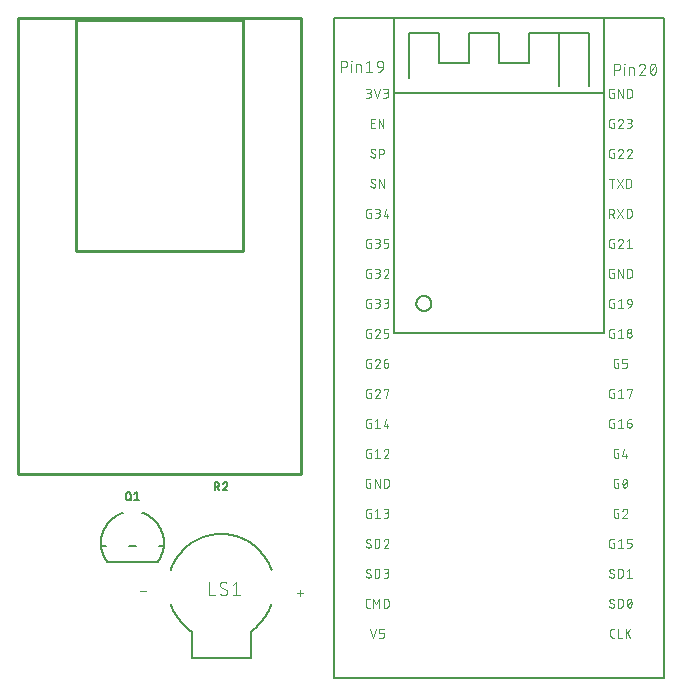
<source format=gbr>
G04 EAGLE Gerber RS-274X export*
G75*
%MOMM*%
%FSLAX34Y34*%
%LPD*%
%INSilkscreen Top*%
%IPPOS*%
%AMOC8*
5,1,8,0,0,1.08239X$1,22.5*%
G01*
%ADD10C,0.203200*%
%ADD11C,0.076200*%
%ADD12C,0.127000*%
%ADD13C,0.254000*%
%ADD14C,0.101600*%
%ADD15C,0.152400*%


D10*
X287970Y2860D02*
X287970Y561660D01*
X287970Y2860D02*
X567370Y2860D01*
X338770Y561660D02*
X287970Y561660D01*
X338770Y561660D02*
X516570Y561660D01*
X567370Y561660D01*
X567370Y2860D01*
X338770Y498160D02*
X338770Y561660D01*
X338770Y498160D02*
X338770Y294960D01*
X516570Y294960D01*
X516570Y498160D01*
X516570Y561660D01*
D11*
X317405Y494477D02*
X315359Y494477D01*
X317405Y494477D02*
X317494Y494479D01*
X317583Y494485D01*
X317672Y494495D01*
X317760Y494508D01*
X317848Y494525D01*
X317935Y494547D01*
X318020Y494572D01*
X318105Y494600D01*
X318188Y494633D01*
X318270Y494669D01*
X318350Y494708D01*
X318428Y494751D01*
X318504Y494797D01*
X318579Y494847D01*
X318651Y494900D01*
X318720Y494956D01*
X318787Y495015D01*
X318852Y495076D01*
X318913Y495141D01*
X318972Y495208D01*
X319028Y495277D01*
X319081Y495349D01*
X319131Y495424D01*
X319177Y495500D01*
X319220Y495578D01*
X319259Y495658D01*
X319295Y495740D01*
X319328Y495823D01*
X319356Y495908D01*
X319381Y495993D01*
X319403Y496080D01*
X319420Y496168D01*
X319433Y496256D01*
X319443Y496345D01*
X319449Y496434D01*
X319451Y496523D01*
X319449Y496612D01*
X319443Y496701D01*
X319433Y496790D01*
X319420Y496878D01*
X319403Y496966D01*
X319381Y497053D01*
X319356Y497138D01*
X319328Y497223D01*
X319295Y497306D01*
X319259Y497388D01*
X319220Y497468D01*
X319177Y497546D01*
X319131Y497622D01*
X319081Y497697D01*
X319028Y497769D01*
X318972Y497838D01*
X318913Y497905D01*
X318852Y497970D01*
X318787Y498031D01*
X318720Y498090D01*
X318651Y498146D01*
X318579Y498199D01*
X318504Y498249D01*
X318428Y498295D01*
X318350Y498338D01*
X318270Y498377D01*
X318188Y498413D01*
X318105Y498446D01*
X318020Y498474D01*
X317935Y498499D01*
X317848Y498521D01*
X317760Y498538D01*
X317672Y498551D01*
X317583Y498561D01*
X317494Y498567D01*
X317405Y498569D01*
X317814Y501843D02*
X315359Y501843D01*
X317814Y501843D02*
X317893Y501841D01*
X317972Y501835D01*
X318051Y501826D01*
X318129Y501813D01*
X318206Y501795D01*
X318282Y501775D01*
X318357Y501750D01*
X318431Y501722D01*
X318504Y501691D01*
X318575Y501655D01*
X318644Y501617D01*
X318711Y501575D01*
X318776Y501530D01*
X318839Y501482D01*
X318900Y501431D01*
X318957Y501377D01*
X319013Y501321D01*
X319065Y501262D01*
X319115Y501200D01*
X319161Y501136D01*
X319205Y501070D01*
X319245Y501002D01*
X319281Y500932D01*
X319315Y500860D01*
X319345Y500786D01*
X319371Y500712D01*
X319394Y500636D01*
X319412Y500559D01*
X319428Y500482D01*
X319439Y500403D01*
X319447Y500325D01*
X319451Y500246D01*
X319451Y500166D01*
X319447Y500087D01*
X319439Y500009D01*
X319428Y499930D01*
X319412Y499853D01*
X319394Y499776D01*
X319371Y499700D01*
X319345Y499626D01*
X319315Y499552D01*
X319281Y499480D01*
X319245Y499410D01*
X319205Y499342D01*
X319161Y499276D01*
X319115Y499212D01*
X319065Y499150D01*
X319013Y499091D01*
X318957Y499035D01*
X318900Y498981D01*
X318839Y498930D01*
X318776Y498882D01*
X318711Y498837D01*
X318644Y498795D01*
X318575Y498757D01*
X318504Y498721D01*
X318431Y498690D01*
X318357Y498662D01*
X318282Y498637D01*
X318206Y498617D01*
X318129Y498599D01*
X318051Y498586D01*
X317972Y498577D01*
X317893Y498571D01*
X317814Y498569D01*
X316177Y498569D01*
X322265Y501843D02*
X324720Y494477D01*
X327175Y501843D01*
X329989Y494477D02*
X332035Y494477D01*
X332124Y494479D01*
X332213Y494485D01*
X332302Y494495D01*
X332390Y494508D01*
X332478Y494525D01*
X332565Y494547D01*
X332650Y494572D01*
X332735Y494600D01*
X332818Y494633D01*
X332900Y494669D01*
X332980Y494708D01*
X333058Y494751D01*
X333134Y494797D01*
X333209Y494847D01*
X333281Y494900D01*
X333350Y494956D01*
X333417Y495015D01*
X333482Y495076D01*
X333543Y495141D01*
X333602Y495208D01*
X333658Y495277D01*
X333711Y495349D01*
X333761Y495424D01*
X333807Y495500D01*
X333850Y495578D01*
X333889Y495658D01*
X333925Y495740D01*
X333958Y495823D01*
X333986Y495908D01*
X334011Y495993D01*
X334033Y496080D01*
X334050Y496168D01*
X334063Y496256D01*
X334073Y496345D01*
X334079Y496434D01*
X334081Y496523D01*
X334079Y496612D01*
X334073Y496701D01*
X334063Y496790D01*
X334050Y496878D01*
X334033Y496966D01*
X334011Y497053D01*
X333986Y497138D01*
X333958Y497223D01*
X333925Y497306D01*
X333889Y497388D01*
X333850Y497468D01*
X333807Y497546D01*
X333761Y497622D01*
X333711Y497697D01*
X333658Y497769D01*
X333602Y497838D01*
X333543Y497905D01*
X333482Y497970D01*
X333417Y498031D01*
X333350Y498090D01*
X333281Y498146D01*
X333209Y498199D01*
X333134Y498249D01*
X333058Y498295D01*
X332980Y498338D01*
X332900Y498377D01*
X332818Y498413D01*
X332735Y498446D01*
X332650Y498474D01*
X332565Y498499D01*
X332478Y498521D01*
X332390Y498538D01*
X332302Y498551D01*
X332213Y498561D01*
X332124Y498567D01*
X332035Y498569D01*
X332444Y501843D02*
X329989Y501843D01*
X332444Y501843D02*
X332523Y501841D01*
X332602Y501835D01*
X332681Y501826D01*
X332759Y501813D01*
X332836Y501795D01*
X332912Y501775D01*
X332987Y501750D01*
X333061Y501722D01*
X333134Y501691D01*
X333205Y501655D01*
X333274Y501617D01*
X333341Y501575D01*
X333406Y501530D01*
X333469Y501482D01*
X333530Y501431D01*
X333587Y501377D01*
X333643Y501321D01*
X333695Y501262D01*
X333745Y501200D01*
X333791Y501136D01*
X333835Y501070D01*
X333875Y501002D01*
X333911Y500932D01*
X333945Y500860D01*
X333975Y500786D01*
X334001Y500712D01*
X334024Y500636D01*
X334042Y500559D01*
X334058Y500482D01*
X334069Y500403D01*
X334077Y500325D01*
X334081Y500246D01*
X334081Y500166D01*
X334077Y500087D01*
X334069Y500009D01*
X334058Y499930D01*
X334042Y499853D01*
X334024Y499776D01*
X334001Y499700D01*
X333975Y499626D01*
X333945Y499552D01*
X333911Y499480D01*
X333875Y499410D01*
X333835Y499342D01*
X333791Y499276D01*
X333745Y499212D01*
X333695Y499150D01*
X333643Y499091D01*
X333587Y499035D01*
X333530Y498981D01*
X333469Y498930D01*
X333406Y498882D01*
X333341Y498837D01*
X333274Y498795D01*
X333205Y498757D01*
X333134Y498721D01*
X333061Y498690D01*
X332987Y498662D01*
X332912Y498637D01*
X332836Y498617D01*
X332759Y498599D01*
X332681Y498586D01*
X332602Y498577D01*
X332523Y498571D01*
X332444Y498569D01*
X330808Y498569D01*
X322786Y469077D02*
X319512Y469077D01*
X319512Y476443D01*
X322786Y476443D01*
X321967Y473169D02*
X319512Y473169D01*
X325836Y476443D02*
X325836Y469077D01*
X329928Y469077D02*
X325836Y476443D01*
X329928Y476443D02*
X329928Y469077D01*
X323050Y445314D02*
X323048Y445236D01*
X323043Y445158D01*
X323033Y445081D01*
X323020Y445004D01*
X323004Y444928D01*
X322984Y444853D01*
X322960Y444779D01*
X322933Y444706D01*
X322902Y444634D01*
X322868Y444564D01*
X322831Y444496D01*
X322790Y444429D01*
X322746Y444364D01*
X322700Y444302D01*
X322650Y444242D01*
X322598Y444184D01*
X322543Y444129D01*
X322485Y444077D01*
X322425Y444027D01*
X322363Y443981D01*
X322298Y443937D01*
X322232Y443896D01*
X322163Y443859D01*
X322093Y443825D01*
X322021Y443794D01*
X321948Y443767D01*
X321874Y443743D01*
X321799Y443723D01*
X321723Y443707D01*
X321646Y443694D01*
X321569Y443684D01*
X321491Y443679D01*
X321413Y443677D01*
X321299Y443679D01*
X321186Y443684D01*
X321072Y443694D01*
X320959Y443707D01*
X320847Y443724D01*
X320735Y443744D01*
X320624Y443768D01*
X320513Y443796D01*
X320404Y443827D01*
X320296Y443862D01*
X320189Y443901D01*
X320083Y443943D01*
X319979Y443988D01*
X319876Y444037D01*
X319775Y444090D01*
X319676Y444145D01*
X319578Y444204D01*
X319483Y444266D01*
X319390Y444331D01*
X319298Y444399D01*
X319210Y444470D01*
X319123Y444544D01*
X319039Y444621D01*
X318958Y444700D01*
X319162Y449406D02*
X319164Y449484D01*
X319169Y449562D01*
X319179Y449639D01*
X319192Y449716D01*
X319208Y449792D01*
X319228Y449867D01*
X319252Y449941D01*
X319279Y450014D01*
X319310Y450086D01*
X319344Y450156D01*
X319381Y450225D01*
X319422Y450291D01*
X319466Y450356D01*
X319512Y450418D01*
X319562Y450478D01*
X319614Y450536D01*
X319669Y450591D01*
X319727Y450643D01*
X319787Y450693D01*
X319849Y450739D01*
X319914Y450783D01*
X319981Y450824D01*
X320049Y450861D01*
X320119Y450895D01*
X320191Y450926D01*
X320264Y450953D01*
X320338Y450977D01*
X320413Y450997D01*
X320489Y451013D01*
X320566Y451026D01*
X320643Y451036D01*
X320721Y451041D01*
X320799Y451043D01*
X320909Y451041D01*
X321018Y451035D01*
X321128Y451025D01*
X321236Y451012D01*
X321345Y450994D01*
X321452Y450973D01*
X321559Y450947D01*
X321665Y450918D01*
X321770Y450886D01*
X321873Y450849D01*
X321975Y450809D01*
X322076Y450765D01*
X322175Y450717D01*
X322272Y450667D01*
X322367Y450612D01*
X322460Y450554D01*
X322551Y450493D01*
X322640Y450429D01*
X319981Y447973D02*
X319914Y448015D01*
X319849Y448059D01*
X319787Y448107D01*
X319727Y448157D01*
X319669Y448210D01*
X319614Y448266D01*
X319562Y448325D01*
X319512Y448385D01*
X319465Y448449D01*
X319422Y448514D01*
X319381Y448581D01*
X319344Y448650D01*
X319310Y448721D01*
X319279Y448793D01*
X319252Y448867D01*
X319228Y448941D01*
X319208Y449017D01*
X319192Y449094D01*
X319179Y449171D01*
X319169Y449249D01*
X319164Y449328D01*
X319162Y449406D01*
X322231Y446746D02*
X322297Y446704D01*
X322362Y446660D01*
X322424Y446613D01*
X322484Y446562D01*
X322542Y446509D01*
X322597Y446453D01*
X322650Y446395D01*
X322699Y446334D01*
X322746Y446271D01*
X322789Y446206D01*
X322830Y446139D01*
X322867Y446070D01*
X322901Y445999D01*
X322932Y445927D01*
X322959Y445853D01*
X322983Y445778D01*
X323003Y445703D01*
X323019Y445626D01*
X323032Y445549D01*
X323042Y445471D01*
X323047Y445392D01*
X323049Y445314D01*
X322231Y446746D02*
X319981Y447974D01*
X326390Y451043D02*
X326390Y443677D01*
X326390Y451043D02*
X328436Y451043D01*
X328525Y451041D01*
X328614Y451035D01*
X328703Y451025D01*
X328791Y451012D01*
X328879Y450995D01*
X328966Y450973D01*
X329051Y450948D01*
X329136Y450920D01*
X329219Y450887D01*
X329301Y450851D01*
X329381Y450812D01*
X329459Y450769D01*
X329535Y450723D01*
X329610Y450673D01*
X329682Y450620D01*
X329751Y450564D01*
X329818Y450505D01*
X329883Y450444D01*
X329944Y450379D01*
X330003Y450312D01*
X330059Y450243D01*
X330112Y450171D01*
X330162Y450096D01*
X330208Y450020D01*
X330251Y449942D01*
X330290Y449862D01*
X330326Y449780D01*
X330359Y449697D01*
X330387Y449612D01*
X330412Y449527D01*
X330434Y449440D01*
X330451Y449352D01*
X330464Y449264D01*
X330474Y449175D01*
X330480Y449086D01*
X330482Y448997D01*
X330480Y448908D01*
X330474Y448819D01*
X330464Y448730D01*
X330451Y448642D01*
X330434Y448554D01*
X330412Y448467D01*
X330387Y448382D01*
X330359Y448297D01*
X330326Y448214D01*
X330290Y448132D01*
X330251Y448052D01*
X330208Y447974D01*
X330162Y447898D01*
X330112Y447823D01*
X330059Y447751D01*
X330003Y447682D01*
X329944Y447615D01*
X329883Y447550D01*
X329818Y447489D01*
X329751Y447430D01*
X329682Y447374D01*
X329610Y447321D01*
X329535Y447271D01*
X329459Y447225D01*
X329381Y447182D01*
X329301Y447143D01*
X329219Y447107D01*
X329136Y447074D01*
X329051Y447046D01*
X328966Y447021D01*
X328879Y446999D01*
X328791Y446982D01*
X328703Y446969D01*
X328614Y446959D01*
X328525Y446953D01*
X328436Y446951D01*
X326390Y446951D01*
X323109Y419914D02*
X323107Y419836D01*
X323102Y419758D01*
X323092Y419681D01*
X323079Y419604D01*
X323063Y419528D01*
X323043Y419453D01*
X323019Y419379D01*
X322992Y419306D01*
X322961Y419234D01*
X322927Y419164D01*
X322890Y419096D01*
X322849Y419029D01*
X322805Y418964D01*
X322759Y418902D01*
X322709Y418842D01*
X322657Y418784D01*
X322602Y418729D01*
X322544Y418677D01*
X322484Y418627D01*
X322422Y418581D01*
X322357Y418537D01*
X322291Y418496D01*
X322222Y418459D01*
X322152Y418425D01*
X322080Y418394D01*
X322007Y418367D01*
X321933Y418343D01*
X321858Y418323D01*
X321782Y418307D01*
X321705Y418294D01*
X321628Y418284D01*
X321550Y418279D01*
X321472Y418277D01*
X321358Y418279D01*
X321245Y418284D01*
X321131Y418294D01*
X321018Y418307D01*
X320906Y418324D01*
X320794Y418344D01*
X320683Y418368D01*
X320572Y418396D01*
X320463Y418427D01*
X320355Y418462D01*
X320248Y418501D01*
X320142Y418543D01*
X320038Y418588D01*
X319935Y418637D01*
X319834Y418690D01*
X319735Y418745D01*
X319637Y418804D01*
X319542Y418866D01*
X319449Y418931D01*
X319357Y418999D01*
X319269Y419070D01*
X319182Y419144D01*
X319098Y419221D01*
X319017Y419300D01*
X319221Y424006D02*
X319223Y424084D01*
X319228Y424162D01*
X319238Y424239D01*
X319251Y424316D01*
X319267Y424392D01*
X319287Y424467D01*
X319311Y424541D01*
X319338Y424614D01*
X319369Y424686D01*
X319403Y424756D01*
X319440Y424825D01*
X319481Y424891D01*
X319525Y424956D01*
X319571Y425018D01*
X319621Y425078D01*
X319673Y425136D01*
X319728Y425191D01*
X319786Y425243D01*
X319846Y425293D01*
X319908Y425339D01*
X319973Y425383D01*
X320040Y425424D01*
X320108Y425461D01*
X320178Y425495D01*
X320250Y425526D01*
X320323Y425553D01*
X320397Y425577D01*
X320472Y425597D01*
X320548Y425613D01*
X320625Y425626D01*
X320702Y425636D01*
X320780Y425641D01*
X320858Y425643D01*
X320968Y425641D01*
X321077Y425635D01*
X321187Y425625D01*
X321295Y425612D01*
X321404Y425594D01*
X321511Y425573D01*
X321618Y425547D01*
X321724Y425518D01*
X321829Y425486D01*
X321932Y425449D01*
X322034Y425409D01*
X322135Y425365D01*
X322234Y425317D01*
X322331Y425267D01*
X322426Y425212D01*
X322519Y425154D01*
X322610Y425093D01*
X322699Y425029D01*
X320039Y422573D02*
X319972Y422615D01*
X319907Y422659D01*
X319845Y422707D01*
X319785Y422757D01*
X319727Y422810D01*
X319672Y422866D01*
X319620Y422925D01*
X319570Y422985D01*
X319523Y423049D01*
X319480Y423114D01*
X319439Y423181D01*
X319402Y423250D01*
X319368Y423321D01*
X319337Y423393D01*
X319310Y423467D01*
X319286Y423541D01*
X319266Y423617D01*
X319250Y423694D01*
X319237Y423771D01*
X319227Y423849D01*
X319222Y423928D01*
X319220Y424006D01*
X322290Y421346D02*
X322356Y421304D01*
X322421Y421260D01*
X322483Y421213D01*
X322543Y421162D01*
X322601Y421109D01*
X322656Y421053D01*
X322709Y420995D01*
X322758Y420934D01*
X322805Y420871D01*
X322848Y420806D01*
X322889Y420739D01*
X322926Y420670D01*
X322960Y420599D01*
X322991Y420527D01*
X323018Y420453D01*
X323042Y420378D01*
X323062Y420303D01*
X323078Y420226D01*
X323091Y420149D01*
X323101Y420071D01*
X323106Y419992D01*
X323108Y419914D01*
X322290Y421346D02*
X320039Y422574D01*
X326332Y425643D02*
X326332Y418277D01*
X330424Y418277D02*
X326332Y425643D01*
X330424Y425643D02*
X330424Y418277D01*
X319329Y396969D02*
X318101Y396969D01*
X319329Y396969D02*
X319329Y392877D01*
X316874Y392877D01*
X316796Y392879D01*
X316718Y392884D01*
X316641Y392894D01*
X316564Y392907D01*
X316488Y392923D01*
X316413Y392943D01*
X316339Y392967D01*
X316266Y392994D01*
X316194Y393025D01*
X316124Y393059D01*
X316056Y393096D01*
X315989Y393137D01*
X315924Y393181D01*
X315862Y393227D01*
X315802Y393277D01*
X315744Y393329D01*
X315689Y393384D01*
X315637Y393442D01*
X315587Y393502D01*
X315541Y393564D01*
X315497Y393629D01*
X315456Y393696D01*
X315419Y393764D01*
X315385Y393834D01*
X315354Y393906D01*
X315327Y393979D01*
X315303Y394053D01*
X315283Y394128D01*
X315267Y394204D01*
X315254Y394281D01*
X315244Y394358D01*
X315239Y394436D01*
X315237Y394514D01*
X315237Y398606D01*
X315239Y398686D01*
X315245Y398766D01*
X315255Y398846D01*
X315268Y398925D01*
X315286Y399004D01*
X315307Y399081D01*
X315333Y399157D01*
X315362Y399232D01*
X315394Y399306D01*
X315430Y399378D01*
X315470Y399448D01*
X315513Y399515D01*
X315559Y399581D01*
X315609Y399644D01*
X315661Y399705D01*
X315716Y399764D01*
X315775Y399819D01*
X315835Y399871D01*
X315899Y399921D01*
X315965Y399967D01*
X316032Y400010D01*
X316102Y400050D01*
X316174Y400086D01*
X316248Y400118D01*
X316322Y400147D01*
X316399Y400173D01*
X316476Y400194D01*
X316555Y400212D01*
X316634Y400225D01*
X316714Y400235D01*
X316794Y400241D01*
X316874Y400243D01*
X319329Y400243D01*
X322796Y392877D02*
X324842Y392877D01*
X324931Y392879D01*
X325020Y392885D01*
X325109Y392895D01*
X325197Y392908D01*
X325285Y392925D01*
X325372Y392947D01*
X325457Y392972D01*
X325542Y393000D01*
X325625Y393033D01*
X325707Y393069D01*
X325787Y393108D01*
X325865Y393151D01*
X325941Y393197D01*
X326016Y393247D01*
X326088Y393300D01*
X326157Y393356D01*
X326224Y393415D01*
X326289Y393476D01*
X326350Y393541D01*
X326409Y393608D01*
X326465Y393677D01*
X326518Y393749D01*
X326568Y393824D01*
X326614Y393900D01*
X326657Y393978D01*
X326696Y394058D01*
X326732Y394140D01*
X326765Y394223D01*
X326793Y394308D01*
X326818Y394393D01*
X326840Y394480D01*
X326857Y394568D01*
X326870Y394656D01*
X326880Y394745D01*
X326886Y394834D01*
X326888Y394923D01*
X326886Y395012D01*
X326880Y395101D01*
X326870Y395190D01*
X326857Y395278D01*
X326840Y395366D01*
X326818Y395453D01*
X326793Y395538D01*
X326765Y395623D01*
X326732Y395706D01*
X326696Y395788D01*
X326657Y395868D01*
X326614Y395946D01*
X326568Y396022D01*
X326518Y396097D01*
X326465Y396169D01*
X326409Y396238D01*
X326350Y396305D01*
X326289Y396370D01*
X326224Y396431D01*
X326157Y396490D01*
X326088Y396546D01*
X326016Y396599D01*
X325941Y396649D01*
X325865Y396695D01*
X325787Y396738D01*
X325707Y396777D01*
X325625Y396813D01*
X325542Y396846D01*
X325457Y396874D01*
X325372Y396899D01*
X325285Y396921D01*
X325197Y396938D01*
X325109Y396951D01*
X325020Y396961D01*
X324931Y396967D01*
X324842Y396969D01*
X325251Y400243D02*
X322796Y400243D01*
X325251Y400243D02*
X325330Y400241D01*
X325409Y400235D01*
X325488Y400226D01*
X325566Y400213D01*
X325643Y400195D01*
X325719Y400175D01*
X325794Y400150D01*
X325868Y400122D01*
X325941Y400091D01*
X326012Y400055D01*
X326081Y400017D01*
X326148Y399975D01*
X326213Y399930D01*
X326276Y399882D01*
X326337Y399831D01*
X326394Y399777D01*
X326450Y399721D01*
X326502Y399662D01*
X326552Y399600D01*
X326598Y399536D01*
X326642Y399470D01*
X326682Y399402D01*
X326718Y399332D01*
X326752Y399260D01*
X326782Y399186D01*
X326808Y399112D01*
X326831Y399036D01*
X326849Y398959D01*
X326865Y398882D01*
X326876Y398803D01*
X326884Y398725D01*
X326888Y398646D01*
X326888Y398566D01*
X326884Y398487D01*
X326876Y398409D01*
X326865Y398330D01*
X326849Y398253D01*
X326831Y398176D01*
X326808Y398100D01*
X326782Y398026D01*
X326752Y397952D01*
X326718Y397880D01*
X326682Y397810D01*
X326642Y397742D01*
X326598Y397676D01*
X326552Y397612D01*
X326502Y397550D01*
X326450Y397491D01*
X326394Y397435D01*
X326337Y397381D01*
X326276Y397330D01*
X326213Y397282D01*
X326148Y397237D01*
X326081Y397195D01*
X326012Y397157D01*
X325941Y397121D01*
X325868Y397090D01*
X325794Y397062D01*
X325719Y397037D01*
X325643Y397017D01*
X325566Y396999D01*
X325488Y396986D01*
X325409Y396977D01*
X325330Y396971D01*
X325251Y396969D01*
X323614Y396969D01*
X330111Y394514D02*
X331748Y400243D01*
X330111Y394514D02*
X334203Y394514D01*
X332976Y396151D02*
X332976Y392877D01*
X319329Y371569D02*
X318101Y371569D01*
X319329Y371569D02*
X319329Y367477D01*
X316874Y367477D01*
X316796Y367479D01*
X316718Y367484D01*
X316641Y367494D01*
X316564Y367507D01*
X316488Y367523D01*
X316413Y367543D01*
X316339Y367567D01*
X316266Y367594D01*
X316194Y367625D01*
X316124Y367659D01*
X316056Y367696D01*
X315989Y367737D01*
X315924Y367781D01*
X315862Y367827D01*
X315802Y367877D01*
X315744Y367929D01*
X315689Y367984D01*
X315637Y368042D01*
X315587Y368102D01*
X315541Y368164D01*
X315497Y368229D01*
X315456Y368296D01*
X315419Y368364D01*
X315385Y368434D01*
X315354Y368506D01*
X315327Y368579D01*
X315303Y368653D01*
X315283Y368728D01*
X315267Y368804D01*
X315254Y368881D01*
X315244Y368958D01*
X315239Y369036D01*
X315237Y369114D01*
X315237Y373206D01*
X315239Y373286D01*
X315245Y373366D01*
X315255Y373446D01*
X315268Y373525D01*
X315286Y373604D01*
X315307Y373681D01*
X315333Y373757D01*
X315362Y373832D01*
X315394Y373906D01*
X315430Y373978D01*
X315470Y374048D01*
X315513Y374115D01*
X315559Y374181D01*
X315609Y374244D01*
X315661Y374305D01*
X315716Y374364D01*
X315775Y374419D01*
X315835Y374471D01*
X315899Y374521D01*
X315965Y374567D01*
X316032Y374610D01*
X316102Y374650D01*
X316174Y374686D01*
X316248Y374718D01*
X316322Y374747D01*
X316399Y374773D01*
X316476Y374794D01*
X316555Y374812D01*
X316634Y374825D01*
X316714Y374835D01*
X316794Y374841D01*
X316874Y374843D01*
X319329Y374843D01*
X322796Y367477D02*
X324842Y367477D01*
X324931Y367479D01*
X325020Y367485D01*
X325109Y367495D01*
X325197Y367508D01*
X325285Y367525D01*
X325372Y367547D01*
X325457Y367572D01*
X325542Y367600D01*
X325625Y367633D01*
X325707Y367669D01*
X325787Y367708D01*
X325865Y367751D01*
X325941Y367797D01*
X326016Y367847D01*
X326088Y367900D01*
X326157Y367956D01*
X326224Y368015D01*
X326289Y368076D01*
X326350Y368141D01*
X326409Y368208D01*
X326465Y368277D01*
X326518Y368349D01*
X326568Y368424D01*
X326614Y368500D01*
X326657Y368578D01*
X326696Y368658D01*
X326732Y368740D01*
X326765Y368823D01*
X326793Y368908D01*
X326818Y368993D01*
X326840Y369080D01*
X326857Y369168D01*
X326870Y369256D01*
X326880Y369345D01*
X326886Y369434D01*
X326888Y369523D01*
X326886Y369612D01*
X326880Y369701D01*
X326870Y369790D01*
X326857Y369878D01*
X326840Y369966D01*
X326818Y370053D01*
X326793Y370138D01*
X326765Y370223D01*
X326732Y370306D01*
X326696Y370388D01*
X326657Y370468D01*
X326614Y370546D01*
X326568Y370622D01*
X326518Y370697D01*
X326465Y370769D01*
X326409Y370838D01*
X326350Y370905D01*
X326289Y370970D01*
X326224Y371031D01*
X326157Y371090D01*
X326088Y371146D01*
X326016Y371199D01*
X325941Y371249D01*
X325865Y371295D01*
X325787Y371338D01*
X325707Y371377D01*
X325625Y371413D01*
X325542Y371446D01*
X325457Y371474D01*
X325372Y371499D01*
X325285Y371521D01*
X325197Y371538D01*
X325109Y371551D01*
X325020Y371561D01*
X324931Y371567D01*
X324842Y371569D01*
X325251Y374843D02*
X322796Y374843D01*
X325251Y374843D02*
X325330Y374841D01*
X325409Y374835D01*
X325488Y374826D01*
X325566Y374813D01*
X325643Y374795D01*
X325719Y374775D01*
X325794Y374750D01*
X325868Y374722D01*
X325941Y374691D01*
X326012Y374655D01*
X326081Y374617D01*
X326148Y374575D01*
X326213Y374530D01*
X326276Y374482D01*
X326337Y374431D01*
X326394Y374377D01*
X326450Y374321D01*
X326502Y374262D01*
X326552Y374200D01*
X326598Y374136D01*
X326642Y374070D01*
X326682Y374002D01*
X326718Y373932D01*
X326752Y373860D01*
X326782Y373786D01*
X326808Y373712D01*
X326831Y373636D01*
X326849Y373559D01*
X326865Y373482D01*
X326876Y373403D01*
X326884Y373325D01*
X326888Y373246D01*
X326888Y373166D01*
X326884Y373087D01*
X326876Y373009D01*
X326865Y372930D01*
X326849Y372853D01*
X326831Y372776D01*
X326808Y372700D01*
X326782Y372626D01*
X326752Y372552D01*
X326718Y372480D01*
X326682Y372410D01*
X326642Y372342D01*
X326598Y372276D01*
X326552Y372212D01*
X326502Y372150D01*
X326450Y372091D01*
X326394Y372035D01*
X326337Y371981D01*
X326276Y371930D01*
X326213Y371882D01*
X326148Y371837D01*
X326081Y371795D01*
X326012Y371757D01*
X325941Y371721D01*
X325868Y371690D01*
X325794Y371662D01*
X325719Y371637D01*
X325643Y371617D01*
X325566Y371599D01*
X325488Y371586D01*
X325409Y371577D01*
X325330Y371571D01*
X325251Y371569D01*
X323614Y371569D01*
X330111Y367477D02*
X332566Y367477D01*
X332644Y367479D01*
X332722Y367484D01*
X332799Y367494D01*
X332876Y367507D01*
X332952Y367523D01*
X333027Y367543D01*
X333101Y367567D01*
X333174Y367594D01*
X333246Y367625D01*
X333316Y367659D01*
X333385Y367696D01*
X333451Y367737D01*
X333516Y367781D01*
X333578Y367827D01*
X333638Y367877D01*
X333696Y367929D01*
X333751Y367984D01*
X333803Y368042D01*
X333853Y368102D01*
X333899Y368164D01*
X333943Y368229D01*
X333984Y368296D01*
X334021Y368364D01*
X334055Y368434D01*
X334086Y368506D01*
X334113Y368579D01*
X334137Y368653D01*
X334157Y368728D01*
X334173Y368804D01*
X334186Y368881D01*
X334196Y368958D01*
X334201Y369036D01*
X334203Y369114D01*
X334203Y369932D01*
X334201Y370010D01*
X334196Y370088D01*
X334186Y370165D01*
X334173Y370242D01*
X334157Y370318D01*
X334137Y370393D01*
X334113Y370467D01*
X334086Y370540D01*
X334055Y370612D01*
X334021Y370682D01*
X333984Y370751D01*
X333943Y370817D01*
X333899Y370882D01*
X333853Y370944D01*
X333803Y371004D01*
X333751Y371062D01*
X333696Y371117D01*
X333638Y371169D01*
X333578Y371219D01*
X333516Y371265D01*
X333451Y371309D01*
X333385Y371350D01*
X333316Y371387D01*
X333246Y371421D01*
X333174Y371452D01*
X333101Y371479D01*
X333027Y371503D01*
X332952Y371523D01*
X332876Y371539D01*
X332799Y371552D01*
X332722Y371562D01*
X332644Y371567D01*
X332566Y371569D01*
X330111Y371569D01*
X330111Y374843D01*
X334203Y374843D01*
X319329Y346169D02*
X318101Y346169D01*
X319329Y346169D02*
X319329Y342077D01*
X316874Y342077D01*
X316796Y342079D01*
X316718Y342084D01*
X316641Y342094D01*
X316564Y342107D01*
X316488Y342123D01*
X316413Y342143D01*
X316339Y342167D01*
X316266Y342194D01*
X316194Y342225D01*
X316124Y342259D01*
X316056Y342296D01*
X315989Y342337D01*
X315924Y342381D01*
X315862Y342427D01*
X315802Y342477D01*
X315744Y342529D01*
X315689Y342584D01*
X315637Y342642D01*
X315587Y342702D01*
X315541Y342764D01*
X315497Y342829D01*
X315456Y342896D01*
X315419Y342964D01*
X315385Y343034D01*
X315354Y343106D01*
X315327Y343179D01*
X315303Y343253D01*
X315283Y343328D01*
X315267Y343404D01*
X315254Y343481D01*
X315244Y343558D01*
X315239Y343636D01*
X315237Y343714D01*
X315237Y347806D01*
X315239Y347886D01*
X315245Y347966D01*
X315255Y348046D01*
X315268Y348125D01*
X315286Y348204D01*
X315307Y348281D01*
X315333Y348357D01*
X315362Y348432D01*
X315394Y348506D01*
X315430Y348578D01*
X315470Y348648D01*
X315513Y348715D01*
X315559Y348781D01*
X315609Y348844D01*
X315661Y348905D01*
X315716Y348964D01*
X315775Y349019D01*
X315835Y349071D01*
X315899Y349121D01*
X315965Y349167D01*
X316032Y349210D01*
X316102Y349250D01*
X316174Y349286D01*
X316248Y349318D01*
X316322Y349347D01*
X316399Y349373D01*
X316476Y349394D01*
X316555Y349412D01*
X316634Y349425D01*
X316714Y349435D01*
X316794Y349441D01*
X316874Y349443D01*
X319329Y349443D01*
X322796Y342077D02*
X324842Y342077D01*
X324931Y342079D01*
X325020Y342085D01*
X325109Y342095D01*
X325197Y342108D01*
X325285Y342125D01*
X325372Y342147D01*
X325457Y342172D01*
X325542Y342200D01*
X325625Y342233D01*
X325707Y342269D01*
X325787Y342308D01*
X325865Y342351D01*
X325941Y342397D01*
X326016Y342447D01*
X326088Y342500D01*
X326157Y342556D01*
X326224Y342615D01*
X326289Y342676D01*
X326350Y342741D01*
X326409Y342808D01*
X326465Y342877D01*
X326518Y342949D01*
X326568Y343024D01*
X326614Y343100D01*
X326657Y343178D01*
X326696Y343258D01*
X326732Y343340D01*
X326765Y343423D01*
X326793Y343508D01*
X326818Y343593D01*
X326840Y343680D01*
X326857Y343768D01*
X326870Y343856D01*
X326880Y343945D01*
X326886Y344034D01*
X326888Y344123D01*
X326886Y344212D01*
X326880Y344301D01*
X326870Y344390D01*
X326857Y344478D01*
X326840Y344566D01*
X326818Y344653D01*
X326793Y344738D01*
X326765Y344823D01*
X326732Y344906D01*
X326696Y344988D01*
X326657Y345068D01*
X326614Y345146D01*
X326568Y345222D01*
X326518Y345297D01*
X326465Y345369D01*
X326409Y345438D01*
X326350Y345505D01*
X326289Y345570D01*
X326224Y345631D01*
X326157Y345690D01*
X326088Y345746D01*
X326016Y345799D01*
X325941Y345849D01*
X325865Y345895D01*
X325787Y345938D01*
X325707Y345977D01*
X325625Y346013D01*
X325542Y346046D01*
X325457Y346074D01*
X325372Y346099D01*
X325285Y346121D01*
X325197Y346138D01*
X325109Y346151D01*
X325020Y346161D01*
X324931Y346167D01*
X324842Y346169D01*
X325251Y349443D02*
X322796Y349443D01*
X325251Y349443D02*
X325330Y349441D01*
X325409Y349435D01*
X325488Y349426D01*
X325566Y349413D01*
X325643Y349395D01*
X325719Y349375D01*
X325794Y349350D01*
X325868Y349322D01*
X325941Y349291D01*
X326012Y349255D01*
X326081Y349217D01*
X326148Y349175D01*
X326213Y349130D01*
X326276Y349082D01*
X326337Y349031D01*
X326394Y348977D01*
X326450Y348921D01*
X326502Y348862D01*
X326552Y348800D01*
X326598Y348736D01*
X326642Y348670D01*
X326682Y348602D01*
X326718Y348532D01*
X326752Y348460D01*
X326782Y348386D01*
X326808Y348312D01*
X326831Y348236D01*
X326849Y348159D01*
X326865Y348082D01*
X326876Y348003D01*
X326884Y347925D01*
X326888Y347846D01*
X326888Y347766D01*
X326884Y347687D01*
X326876Y347609D01*
X326865Y347530D01*
X326849Y347453D01*
X326831Y347376D01*
X326808Y347300D01*
X326782Y347226D01*
X326752Y347152D01*
X326718Y347080D01*
X326682Y347010D01*
X326642Y346942D01*
X326598Y346876D01*
X326552Y346812D01*
X326502Y346750D01*
X326450Y346691D01*
X326394Y346635D01*
X326337Y346581D01*
X326276Y346530D01*
X326213Y346482D01*
X326148Y346437D01*
X326081Y346395D01*
X326012Y346357D01*
X325941Y346321D01*
X325868Y346290D01*
X325794Y346262D01*
X325719Y346237D01*
X325643Y346217D01*
X325566Y346199D01*
X325488Y346186D01*
X325409Y346177D01*
X325330Y346171D01*
X325251Y346169D01*
X323614Y346169D01*
X332362Y349444D02*
X332447Y349442D01*
X332532Y349436D01*
X332616Y349426D01*
X332700Y349413D01*
X332784Y349395D01*
X332866Y349374D01*
X332947Y349349D01*
X333027Y349320D01*
X333106Y349287D01*
X333183Y349251D01*
X333258Y349211D01*
X333332Y349168D01*
X333403Y349122D01*
X333472Y349072D01*
X333539Y349019D01*
X333603Y348963D01*
X333664Y348904D01*
X333723Y348843D01*
X333779Y348779D01*
X333832Y348712D01*
X333882Y348643D01*
X333928Y348572D01*
X333971Y348498D01*
X334011Y348423D01*
X334047Y348346D01*
X334080Y348267D01*
X334109Y348187D01*
X334134Y348106D01*
X334155Y348024D01*
X334173Y347940D01*
X334186Y347856D01*
X334196Y347772D01*
X334202Y347687D01*
X334204Y347602D01*
X332362Y349443D02*
X332266Y349441D01*
X332170Y349435D01*
X332075Y349425D01*
X331980Y349412D01*
X331885Y349394D01*
X331792Y349373D01*
X331699Y349348D01*
X331608Y349319D01*
X331517Y349287D01*
X331428Y349251D01*
X331341Y349211D01*
X331255Y349168D01*
X331171Y349122D01*
X331089Y349072D01*
X331009Y349018D01*
X330932Y348962D01*
X330857Y348902D01*
X330784Y348840D01*
X330714Y348774D01*
X330646Y348706D01*
X330581Y348635D01*
X330520Y348562D01*
X330461Y348486D01*
X330405Y348407D01*
X330353Y348327D01*
X330304Y348244D01*
X330258Y348160D01*
X330216Y348074D01*
X330178Y347986D01*
X330143Y347897D01*
X330111Y347806D01*
X333589Y346170D02*
X333649Y346229D01*
X333706Y346291D01*
X333761Y346355D01*
X333812Y346422D01*
X333861Y346491D01*
X333907Y346561D01*
X333950Y346634D01*
X333990Y346708D01*
X334026Y346784D01*
X334059Y346862D01*
X334089Y346941D01*
X334116Y347021D01*
X334139Y347102D01*
X334158Y347184D01*
X334174Y347266D01*
X334187Y347350D01*
X334196Y347434D01*
X334201Y347518D01*
X334203Y347602D01*
X333589Y346169D02*
X330111Y342077D01*
X334203Y342077D01*
X319329Y320769D02*
X318101Y320769D01*
X319329Y320769D02*
X319329Y316677D01*
X316874Y316677D01*
X316796Y316679D01*
X316718Y316684D01*
X316641Y316694D01*
X316564Y316707D01*
X316488Y316723D01*
X316413Y316743D01*
X316339Y316767D01*
X316266Y316794D01*
X316194Y316825D01*
X316124Y316859D01*
X316056Y316896D01*
X315989Y316937D01*
X315924Y316981D01*
X315862Y317027D01*
X315802Y317077D01*
X315744Y317129D01*
X315689Y317184D01*
X315637Y317242D01*
X315587Y317302D01*
X315541Y317364D01*
X315497Y317429D01*
X315456Y317496D01*
X315419Y317564D01*
X315385Y317634D01*
X315354Y317706D01*
X315327Y317779D01*
X315303Y317853D01*
X315283Y317928D01*
X315267Y318004D01*
X315254Y318081D01*
X315244Y318158D01*
X315239Y318236D01*
X315237Y318314D01*
X315237Y322406D01*
X315239Y322486D01*
X315245Y322566D01*
X315255Y322646D01*
X315268Y322725D01*
X315286Y322804D01*
X315307Y322881D01*
X315333Y322957D01*
X315362Y323032D01*
X315394Y323106D01*
X315430Y323178D01*
X315470Y323248D01*
X315513Y323315D01*
X315559Y323381D01*
X315609Y323444D01*
X315661Y323505D01*
X315716Y323564D01*
X315775Y323619D01*
X315835Y323671D01*
X315899Y323721D01*
X315965Y323767D01*
X316032Y323810D01*
X316102Y323850D01*
X316174Y323886D01*
X316248Y323918D01*
X316322Y323947D01*
X316399Y323973D01*
X316476Y323994D01*
X316555Y324012D01*
X316634Y324025D01*
X316714Y324035D01*
X316794Y324041D01*
X316874Y324043D01*
X319329Y324043D01*
X322796Y316677D02*
X324842Y316677D01*
X324931Y316679D01*
X325020Y316685D01*
X325109Y316695D01*
X325197Y316708D01*
X325285Y316725D01*
X325372Y316747D01*
X325457Y316772D01*
X325542Y316800D01*
X325625Y316833D01*
X325707Y316869D01*
X325787Y316908D01*
X325865Y316951D01*
X325941Y316997D01*
X326016Y317047D01*
X326088Y317100D01*
X326157Y317156D01*
X326224Y317215D01*
X326289Y317276D01*
X326350Y317341D01*
X326409Y317408D01*
X326465Y317477D01*
X326518Y317549D01*
X326568Y317624D01*
X326614Y317700D01*
X326657Y317778D01*
X326696Y317858D01*
X326732Y317940D01*
X326765Y318023D01*
X326793Y318108D01*
X326818Y318193D01*
X326840Y318280D01*
X326857Y318368D01*
X326870Y318456D01*
X326880Y318545D01*
X326886Y318634D01*
X326888Y318723D01*
X326886Y318812D01*
X326880Y318901D01*
X326870Y318990D01*
X326857Y319078D01*
X326840Y319166D01*
X326818Y319253D01*
X326793Y319338D01*
X326765Y319423D01*
X326732Y319506D01*
X326696Y319588D01*
X326657Y319668D01*
X326614Y319746D01*
X326568Y319822D01*
X326518Y319897D01*
X326465Y319969D01*
X326409Y320038D01*
X326350Y320105D01*
X326289Y320170D01*
X326224Y320231D01*
X326157Y320290D01*
X326088Y320346D01*
X326016Y320399D01*
X325941Y320449D01*
X325865Y320495D01*
X325787Y320538D01*
X325707Y320577D01*
X325625Y320613D01*
X325542Y320646D01*
X325457Y320674D01*
X325372Y320699D01*
X325285Y320721D01*
X325197Y320738D01*
X325109Y320751D01*
X325020Y320761D01*
X324931Y320767D01*
X324842Y320769D01*
X325251Y324043D02*
X322796Y324043D01*
X325251Y324043D02*
X325330Y324041D01*
X325409Y324035D01*
X325488Y324026D01*
X325566Y324013D01*
X325643Y323995D01*
X325719Y323975D01*
X325794Y323950D01*
X325868Y323922D01*
X325941Y323891D01*
X326012Y323855D01*
X326081Y323817D01*
X326148Y323775D01*
X326213Y323730D01*
X326276Y323682D01*
X326337Y323631D01*
X326394Y323577D01*
X326450Y323521D01*
X326502Y323462D01*
X326552Y323400D01*
X326598Y323336D01*
X326642Y323270D01*
X326682Y323202D01*
X326718Y323132D01*
X326752Y323060D01*
X326782Y322986D01*
X326808Y322912D01*
X326831Y322836D01*
X326849Y322759D01*
X326865Y322682D01*
X326876Y322603D01*
X326884Y322525D01*
X326888Y322446D01*
X326888Y322366D01*
X326884Y322287D01*
X326876Y322209D01*
X326865Y322130D01*
X326849Y322053D01*
X326831Y321976D01*
X326808Y321900D01*
X326782Y321826D01*
X326752Y321752D01*
X326718Y321680D01*
X326682Y321610D01*
X326642Y321542D01*
X326598Y321476D01*
X326552Y321412D01*
X326502Y321350D01*
X326450Y321291D01*
X326394Y321235D01*
X326337Y321181D01*
X326276Y321130D01*
X326213Y321082D01*
X326148Y321037D01*
X326081Y320995D01*
X326012Y320957D01*
X325941Y320921D01*
X325868Y320890D01*
X325794Y320862D01*
X325719Y320837D01*
X325643Y320817D01*
X325566Y320799D01*
X325488Y320786D01*
X325409Y320777D01*
X325330Y320771D01*
X325251Y320769D01*
X323614Y320769D01*
X330111Y316677D02*
X332157Y316677D01*
X332246Y316679D01*
X332335Y316685D01*
X332424Y316695D01*
X332512Y316708D01*
X332600Y316725D01*
X332687Y316747D01*
X332772Y316772D01*
X332857Y316800D01*
X332940Y316833D01*
X333022Y316869D01*
X333102Y316908D01*
X333180Y316951D01*
X333256Y316997D01*
X333331Y317047D01*
X333403Y317100D01*
X333472Y317156D01*
X333539Y317215D01*
X333604Y317276D01*
X333665Y317341D01*
X333724Y317408D01*
X333780Y317477D01*
X333833Y317549D01*
X333883Y317624D01*
X333929Y317700D01*
X333972Y317778D01*
X334011Y317858D01*
X334047Y317940D01*
X334080Y318023D01*
X334108Y318108D01*
X334133Y318193D01*
X334155Y318280D01*
X334172Y318368D01*
X334185Y318456D01*
X334195Y318545D01*
X334201Y318634D01*
X334203Y318723D01*
X334201Y318812D01*
X334195Y318901D01*
X334185Y318990D01*
X334172Y319078D01*
X334155Y319166D01*
X334133Y319253D01*
X334108Y319338D01*
X334080Y319423D01*
X334047Y319506D01*
X334011Y319588D01*
X333972Y319668D01*
X333929Y319746D01*
X333883Y319822D01*
X333833Y319897D01*
X333780Y319969D01*
X333724Y320038D01*
X333665Y320105D01*
X333604Y320170D01*
X333539Y320231D01*
X333472Y320290D01*
X333403Y320346D01*
X333331Y320399D01*
X333256Y320449D01*
X333180Y320495D01*
X333102Y320538D01*
X333022Y320577D01*
X332940Y320613D01*
X332857Y320646D01*
X332772Y320674D01*
X332687Y320699D01*
X332600Y320721D01*
X332512Y320738D01*
X332424Y320751D01*
X332335Y320761D01*
X332246Y320767D01*
X332157Y320769D01*
X332566Y324043D02*
X330111Y324043D01*
X332566Y324043D02*
X332645Y324041D01*
X332724Y324035D01*
X332803Y324026D01*
X332881Y324013D01*
X332958Y323995D01*
X333034Y323975D01*
X333109Y323950D01*
X333183Y323922D01*
X333256Y323891D01*
X333327Y323855D01*
X333396Y323817D01*
X333463Y323775D01*
X333528Y323730D01*
X333591Y323682D01*
X333652Y323631D01*
X333709Y323577D01*
X333765Y323521D01*
X333817Y323462D01*
X333867Y323400D01*
X333913Y323336D01*
X333957Y323270D01*
X333997Y323202D01*
X334033Y323132D01*
X334067Y323060D01*
X334097Y322986D01*
X334123Y322912D01*
X334146Y322836D01*
X334164Y322759D01*
X334180Y322682D01*
X334191Y322603D01*
X334199Y322525D01*
X334203Y322446D01*
X334203Y322366D01*
X334199Y322287D01*
X334191Y322209D01*
X334180Y322130D01*
X334164Y322053D01*
X334146Y321976D01*
X334123Y321900D01*
X334097Y321826D01*
X334067Y321752D01*
X334033Y321680D01*
X333997Y321610D01*
X333957Y321542D01*
X333913Y321476D01*
X333867Y321412D01*
X333817Y321350D01*
X333765Y321291D01*
X333709Y321235D01*
X333652Y321181D01*
X333591Y321130D01*
X333528Y321082D01*
X333463Y321037D01*
X333396Y320995D01*
X333327Y320957D01*
X333256Y320921D01*
X333183Y320890D01*
X333109Y320862D01*
X333034Y320837D01*
X332958Y320817D01*
X332881Y320799D01*
X332803Y320786D01*
X332724Y320777D01*
X332645Y320771D01*
X332566Y320769D01*
X330929Y320769D01*
X319329Y295369D02*
X318101Y295369D01*
X319329Y295369D02*
X319329Y291277D01*
X316874Y291277D01*
X316796Y291279D01*
X316718Y291284D01*
X316641Y291294D01*
X316564Y291307D01*
X316488Y291323D01*
X316413Y291343D01*
X316339Y291367D01*
X316266Y291394D01*
X316194Y291425D01*
X316124Y291459D01*
X316056Y291496D01*
X315989Y291537D01*
X315924Y291581D01*
X315862Y291627D01*
X315802Y291677D01*
X315744Y291729D01*
X315689Y291784D01*
X315637Y291842D01*
X315587Y291902D01*
X315541Y291964D01*
X315497Y292029D01*
X315456Y292096D01*
X315419Y292164D01*
X315385Y292234D01*
X315354Y292306D01*
X315327Y292379D01*
X315303Y292453D01*
X315283Y292528D01*
X315267Y292604D01*
X315254Y292681D01*
X315244Y292758D01*
X315239Y292836D01*
X315237Y292914D01*
X315237Y297006D01*
X315239Y297086D01*
X315245Y297166D01*
X315255Y297246D01*
X315268Y297325D01*
X315286Y297404D01*
X315307Y297481D01*
X315333Y297557D01*
X315362Y297632D01*
X315394Y297706D01*
X315430Y297778D01*
X315470Y297848D01*
X315513Y297915D01*
X315559Y297981D01*
X315609Y298044D01*
X315661Y298105D01*
X315716Y298164D01*
X315775Y298219D01*
X315835Y298271D01*
X315899Y298321D01*
X315965Y298367D01*
X316032Y298410D01*
X316102Y298450D01*
X316174Y298486D01*
X316248Y298518D01*
X316322Y298547D01*
X316399Y298573D01*
X316476Y298594D01*
X316555Y298612D01*
X316634Y298625D01*
X316714Y298635D01*
X316794Y298641D01*
X316874Y298643D01*
X319329Y298643D01*
X325047Y298644D02*
X325132Y298642D01*
X325217Y298636D01*
X325301Y298626D01*
X325385Y298613D01*
X325469Y298595D01*
X325551Y298574D01*
X325632Y298549D01*
X325712Y298520D01*
X325791Y298487D01*
X325868Y298451D01*
X325943Y298411D01*
X326017Y298368D01*
X326088Y298322D01*
X326157Y298272D01*
X326224Y298219D01*
X326288Y298163D01*
X326349Y298104D01*
X326408Y298043D01*
X326464Y297979D01*
X326517Y297912D01*
X326567Y297843D01*
X326613Y297772D01*
X326656Y297698D01*
X326696Y297623D01*
X326732Y297546D01*
X326765Y297467D01*
X326794Y297387D01*
X326819Y297306D01*
X326840Y297224D01*
X326858Y297140D01*
X326871Y297056D01*
X326881Y296972D01*
X326887Y296887D01*
X326889Y296802D01*
X325047Y298643D02*
X324951Y298641D01*
X324855Y298635D01*
X324760Y298625D01*
X324665Y298612D01*
X324570Y298594D01*
X324477Y298573D01*
X324384Y298548D01*
X324293Y298519D01*
X324202Y298487D01*
X324113Y298451D01*
X324026Y298411D01*
X323940Y298368D01*
X323856Y298322D01*
X323774Y298272D01*
X323694Y298218D01*
X323617Y298162D01*
X323542Y298102D01*
X323469Y298040D01*
X323399Y297974D01*
X323331Y297906D01*
X323266Y297835D01*
X323205Y297762D01*
X323146Y297686D01*
X323090Y297607D01*
X323038Y297527D01*
X322989Y297444D01*
X322943Y297360D01*
X322901Y297274D01*
X322863Y297186D01*
X322828Y297097D01*
X322796Y297006D01*
X326274Y295370D02*
X326334Y295429D01*
X326391Y295491D01*
X326446Y295555D01*
X326497Y295622D01*
X326546Y295691D01*
X326592Y295761D01*
X326635Y295834D01*
X326675Y295908D01*
X326711Y295984D01*
X326744Y296062D01*
X326774Y296141D01*
X326801Y296221D01*
X326824Y296302D01*
X326843Y296384D01*
X326859Y296466D01*
X326872Y296550D01*
X326881Y296634D01*
X326886Y296718D01*
X326888Y296802D01*
X326274Y295369D02*
X322796Y291277D01*
X326888Y291277D01*
X330111Y291277D02*
X332566Y291277D01*
X332644Y291279D01*
X332722Y291284D01*
X332799Y291294D01*
X332876Y291307D01*
X332952Y291323D01*
X333027Y291343D01*
X333101Y291367D01*
X333174Y291394D01*
X333246Y291425D01*
X333316Y291459D01*
X333385Y291496D01*
X333451Y291537D01*
X333516Y291581D01*
X333578Y291627D01*
X333638Y291677D01*
X333696Y291729D01*
X333751Y291784D01*
X333803Y291842D01*
X333853Y291902D01*
X333899Y291964D01*
X333943Y292029D01*
X333984Y292096D01*
X334021Y292164D01*
X334055Y292234D01*
X334086Y292306D01*
X334113Y292379D01*
X334137Y292453D01*
X334157Y292528D01*
X334173Y292604D01*
X334186Y292681D01*
X334196Y292758D01*
X334201Y292836D01*
X334203Y292914D01*
X334203Y293732D01*
X334201Y293810D01*
X334196Y293888D01*
X334186Y293965D01*
X334173Y294042D01*
X334157Y294118D01*
X334137Y294193D01*
X334113Y294267D01*
X334086Y294340D01*
X334055Y294412D01*
X334021Y294482D01*
X333984Y294551D01*
X333943Y294617D01*
X333899Y294682D01*
X333853Y294744D01*
X333803Y294804D01*
X333751Y294862D01*
X333696Y294917D01*
X333638Y294969D01*
X333578Y295019D01*
X333516Y295065D01*
X333451Y295109D01*
X333385Y295150D01*
X333316Y295187D01*
X333246Y295221D01*
X333174Y295252D01*
X333101Y295279D01*
X333027Y295303D01*
X332952Y295323D01*
X332876Y295339D01*
X332799Y295352D01*
X332722Y295362D01*
X332644Y295367D01*
X332566Y295369D01*
X330111Y295369D01*
X330111Y298643D01*
X334203Y298643D01*
X319329Y269969D02*
X318101Y269969D01*
X319329Y269969D02*
X319329Y265877D01*
X316874Y265877D01*
X316796Y265879D01*
X316718Y265884D01*
X316641Y265894D01*
X316564Y265907D01*
X316488Y265923D01*
X316413Y265943D01*
X316339Y265967D01*
X316266Y265994D01*
X316194Y266025D01*
X316124Y266059D01*
X316056Y266096D01*
X315989Y266137D01*
X315924Y266181D01*
X315862Y266227D01*
X315802Y266277D01*
X315744Y266329D01*
X315689Y266384D01*
X315637Y266442D01*
X315587Y266502D01*
X315541Y266564D01*
X315497Y266629D01*
X315456Y266696D01*
X315419Y266764D01*
X315385Y266834D01*
X315354Y266906D01*
X315327Y266979D01*
X315303Y267053D01*
X315283Y267128D01*
X315267Y267204D01*
X315254Y267281D01*
X315244Y267358D01*
X315239Y267436D01*
X315237Y267514D01*
X315237Y271606D01*
X315239Y271686D01*
X315245Y271766D01*
X315255Y271846D01*
X315268Y271925D01*
X315286Y272004D01*
X315307Y272081D01*
X315333Y272157D01*
X315362Y272232D01*
X315394Y272306D01*
X315430Y272378D01*
X315470Y272448D01*
X315513Y272515D01*
X315559Y272581D01*
X315609Y272644D01*
X315661Y272705D01*
X315716Y272764D01*
X315775Y272819D01*
X315835Y272871D01*
X315899Y272921D01*
X315965Y272967D01*
X316032Y273010D01*
X316102Y273050D01*
X316174Y273086D01*
X316248Y273118D01*
X316322Y273147D01*
X316399Y273173D01*
X316476Y273194D01*
X316555Y273212D01*
X316634Y273225D01*
X316714Y273235D01*
X316794Y273241D01*
X316874Y273243D01*
X319329Y273243D01*
X325047Y273244D02*
X325132Y273242D01*
X325217Y273236D01*
X325301Y273226D01*
X325385Y273213D01*
X325469Y273195D01*
X325551Y273174D01*
X325632Y273149D01*
X325712Y273120D01*
X325791Y273087D01*
X325868Y273051D01*
X325943Y273011D01*
X326017Y272968D01*
X326088Y272922D01*
X326157Y272872D01*
X326224Y272819D01*
X326288Y272763D01*
X326349Y272704D01*
X326408Y272643D01*
X326464Y272579D01*
X326517Y272512D01*
X326567Y272443D01*
X326613Y272372D01*
X326656Y272298D01*
X326696Y272223D01*
X326732Y272146D01*
X326765Y272067D01*
X326794Y271987D01*
X326819Y271906D01*
X326840Y271824D01*
X326858Y271740D01*
X326871Y271656D01*
X326881Y271572D01*
X326887Y271487D01*
X326889Y271402D01*
X325047Y273243D02*
X324951Y273241D01*
X324855Y273235D01*
X324760Y273225D01*
X324665Y273212D01*
X324570Y273194D01*
X324477Y273173D01*
X324384Y273148D01*
X324293Y273119D01*
X324202Y273087D01*
X324113Y273051D01*
X324026Y273011D01*
X323940Y272968D01*
X323856Y272922D01*
X323774Y272872D01*
X323694Y272818D01*
X323617Y272762D01*
X323542Y272702D01*
X323469Y272640D01*
X323399Y272574D01*
X323331Y272506D01*
X323266Y272435D01*
X323205Y272362D01*
X323146Y272286D01*
X323090Y272207D01*
X323038Y272127D01*
X322989Y272044D01*
X322943Y271960D01*
X322901Y271874D01*
X322863Y271786D01*
X322828Y271697D01*
X322796Y271606D01*
X326274Y269970D02*
X326334Y270029D01*
X326391Y270091D01*
X326446Y270155D01*
X326497Y270222D01*
X326546Y270291D01*
X326592Y270361D01*
X326635Y270434D01*
X326675Y270508D01*
X326711Y270584D01*
X326744Y270662D01*
X326774Y270741D01*
X326801Y270821D01*
X326824Y270902D01*
X326843Y270984D01*
X326859Y271066D01*
X326872Y271150D01*
X326881Y271234D01*
X326886Y271318D01*
X326888Y271402D01*
X326274Y269969D02*
X322796Y265877D01*
X326888Y265877D01*
X330111Y269969D02*
X332566Y269969D01*
X332644Y269967D01*
X332722Y269962D01*
X332799Y269952D01*
X332876Y269939D01*
X332952Y269923D01*
X333027Y269903D01*
X333101Y269879D01*
X333174Y269852D01*
X333246Y269821D01*
X333316Y269787D01*
X333385Y269750D01*
X333451Y269709D01*
X333516Y269665D01*
X333578Y269619D01*
X333638Y269569D01*
X333696Y269517D01*
X333751Y269462D01*
X333803Y269404D01*
X333853Y269344D01*
X333899Y269282D01*
X333943Y269217D01*
X333984Y269151D01*
X334021Y269082D01*
X334055Y269012D01*
X334086Y268940D01*
X334113Y268867D01*
X334137Y268793D01*
X334157Y268718D01*
X334173Y268642D01*
X334186Y268565D01*
X334196Y268488D01*
X334201Y268410D01*
X334203Y268332D01*
X334203Y267923D01*
X334201Y267834D01*
X334195Y267745D01*
X334185Y267656D01*
X334172Y267568D01*
X334155Y267480D01*
X334133Y267393D01*
X334108Y267308D01*
X334080Y267223D01*
X334047Y267140D01*
X334011Y267058D01*
X333972Y266978D01*
X333929Y266900D01*
X333883Y266824D01*
X333833Y266749D01*
X333780Y266677D01*
X333724Y266608D01*
X333665Y266541D01*
X333604Y266476D01*
X333539Y266415D01*
X333472Y266356D01*
X333403Y266300D01*
X333331Y266247D01*
X333256Y266197D01*
X333180Y266151D01*
X333102Y266108D01*
X333022Y266069D01*
X332940Y266033D01*
X332857Y266000D01*
X332772Y265972D01*
X332687Y265947D01*
X332600Y265925D01*
X332512Y265908D01*
X332424Y265895D01*
X332335Y265885D01*
X332246Y265879D01*
X332157Y265877D01*
X332068Y265879D01*
X331979Y265885D01*
X331890Y265895D01*
X331802Y265908D01*
X331714Y265925D01*
X331627Y265947D01*
X331542Y265972D01*
X331457Y266000D01*
X331374Y266033D01*
X331292Y266069D01*
X331212Y266108D01*
X331134Y266151D01*
X331058Y266197D01*
X330983Y266247D01*
X330911Y266300D01*
X330842Y266356D01*
X330775Y266415D01*
X330710Y266476D01*
X330649Y266541D01*
X330590Y266608D01*
X330534Y266677D01*
X330481Y266749D01*
X330431Y266824D01*
X330385Y266900D01*
X330342Y266978D01*
X330303Y267058D01*
X330267Y267140D01*
X330234Y267223D01*
X330206Y267308D01*
X330181Y267393D01*
X330159Y267480D01*
X330142Y267568D01*
X330129Y267656D01*
X330119Y267745D01*
X330113Y267834D01*
X330111Y267923D01*
X330111Y269969D01*
X330113Y270083D01*
X330119Y270197D01*
X330129Y270311D01*
X330143Y270425D01*
X330161Y270538D01*
X330183Y270650D01*
X330208Y270761D01*
X330238Y270871D01*
X330271Y270981D01*
X330308Y271089D01*
X330349Y271195D01*
X330394Y271301D01*
X330442Y271404D01*
X330494Y271506D01*
X330550Y271606D01*
X330608Y271704D01*
X330671Y271800D01*
X330736Y271893D01*
X330805Y271985D01*
X330877Y272073D01*
X330952Y272160D01*
X331030Y272243D01*
X331111Y272324D01*
X331194Y272402D01*
X331281Y272477D01*
X331369Y272549D01*
X331461Y272618D01*
X331554Y272683D01*
X331650Y272745D01*
X331748Y272804D01*
X331848Y272860D01*
X331950Y272912D01*
X332053Y272960D01*
X332159Y273005D01*
X332265Y273046D01*
X332373Y273083D01*
X332483Y273116D01*
X332593Y273146D01*
X332704Y273171D01*
X332816Y273193D01*
X332929Y273211D01*
X333043Y273225D01*
X333157Y273235D01*
X333271Y273241D01*
X333385Y273243D01*
X319329Y244569D02*
X318101Y244569D01*
X319329Y244569D02*
X319329Y240477D01*
X316874Y240477D01*
X316796Y240479D01*
X316718Y240484D01*
X316641Y240494D01*
X316564Y240507D01*
X316488Y240523D01*
X316413Y240543D01*
X316339Y240567D01*
X316266Y240594D01*
X316194Y240625D01*
X316124Y240659D01*
X316056Y240696D01*
X315989Y240737D01*
X315924Y240781D01*
X315862Y240827D01*
X315802Y240877D01*
X315744Y240929D01*
X315689Y240984D01*
X315637Y241042D01*
X315587Y241102D01*
X315541Y241164D01*
X315497Y241229D01*
X315456Y241296D01*
X315419Y241364D01*
X315385Y241434D01*
X315354Y241506D01*
X315327Y241579D01*
X315303Y241653D01*
X315283Y241728D01*
X315267Y241804D01*
X315254Y241881D01*
X315244Y241958D01*
X315239Y242036D01*
X315237Y242114D01*
X315237Y246206D01*
X315239Y246286D01*
X315245Y246366D01*
X315255Y246446D01*
X315268Y246525D01*
X315286Y246604D01*
X315307Y246681D01*
X315333Y246757D01*
X315362Y246832D01*
X315394Y246906D01*
X315430Y246978D01*
X315470Y247048D01*
X315513Y247115D01*
X315559Y247181D01*
X315609Y247244D01*
X315661Y247305D01*
X315716Y247364D01*
X315775Y247419D01*
X315835Y247471D01*
X315899Y247521D01*
X315965Y247567D01*
X316032Y247610D01*
X316102Y247650D01*
X316174Y247686D01*
X316248Y247718D01*
X316322Y247747D01*
X316399Y247773D01*
X316476Y247794D01*
X316555Y247812D01*
X316634Y247825D01*
X316714Y247835D01*
X316794Y247841D01*
X316874Y247843D01*
X319329Y247843D01*
X325047Y247844D02*
X325132Y247842D01*
X325217Y247836D01*
X325301Y247826D01*
X325385Y247813D01*
X325469Y247795D01*
X325551Y247774D01*
X325632Y247749D01*
X325712Y247720D01*
X325791Y247687D01*
X325868Y247651D01*
X325943Y247611D01*
X326017Y247568D01*
X326088Y247522D01*
X326157Y247472D01*
X326224Y247419D01*
X326288Y247363D01*
X326349Y247304D01*
X326408Y247243D01*
X326464Y247179D01*
X326517Y247112D01*
X326567Y247043D01*
X326613Y246972D01*
X326656Y246898D01*
X326696Y246823D01*
X326732Y246746D01*
X326765Y246667D01*
X326794Y246587D01*
X326819Y246506D01*
X326840Y246424D01*
X326858Y246340D01*
X326871Y246256D01*
X326881Y246172D01*
X326887Y246087D01*
X326889Y246002D01*
X325047Y247843D02*
X324951Y247841D01*
X324855Y247835D01*
X324760Y247825D01*
X324665Y247812D01*
X324570Y247794D01*
X324477Y247773D01*
X324384Y247748D01*
X324293Y247719D01*
X324202Y247687D01*
X324113Y247651D01*
X324026Y247611D01*
X323940Y247568D01*
X323856Y247522D01*
X323774Y247472D01*
X323694Y247418D01*
X323617Y247362D01*
X323542Y247302D01*
X323469Y247240D01*
X323399Y247174D01*
X323331Y247106D01*
X323266Y247035D01*
X323205Y246962D01*
X323146Y246886D01*
X323090Y246807D01*
X323038Y246727D01*
X322989Y246644D01*
X322943Y246560D01*
X322901Y246474D01*
X322863Y246386D01*
X322828Y246297D01*
X322796Y246206D01*
X326274Y244570D02*
X326334Y244629D01*
X326391Y244691D01*
X326446Y244755D01*
X326497Y244822D01*
X326546Y244891D01*
X326592Y244961D01*
X326635Y245034D01*
X326675Y245108D01*
X326711Y245184D01*
X326744Y245262D01*
X326774Y245341D01*
X326801Y245421D01*
X326824Y245502D01*
X326843Y245584D01*
X326859Y245666D01*
X326872Y245750D01*
X326881Y245834D01*
X326886Y245918D01*
X326888Y246002D01*
X326274Y244569D02*
X322796Y240477D01*
X326888Y240477D01*
X330111Y247025D02*
X330111Y247843D01*
X334203Y247843D01*
X332157Y240477D01*
X319329Y219169D02*
X318101Y219169D01*
X319329Y219169D02*
X319329Y215077D01*
X316874Y215077D01*
X316796Y215079D01*
X316718Y215084D01*
X316641Y215094D01*
X316564Y215107D01*
X316488Y215123D01*
X316413Y215143D01*
X316339Y215167D01*
X316266Y215194D01*
X316194Y215225D01*
X316124Y215259D01*
X316056Y215296D01*
X315989Y215337D01*
X315924Y215381D01*
X315862Y215427D01*
X315802Y215477D01*
X315744Y215529D01*
X315689Y215584D01*
X315637Y215642D01*
X315587Y215702D01*
X315541Y215764D01*
X315497Y215829D01*
X315456Y215896D01*
X315419Y215964D01*
X315385Y216034D01*
X315354Y216106D01*
X315327Y216179D01*
X315303Y216253D01*
X315283Y216328D01*
X315267Y216404D01*
X315254Y216481D01*
X315244Y216558D01*
X315239Y216636D01*
X315237Y216714D01*
X315237Y220806D01*
X315239Y220886D01*
X315245Y220966D01*
X315255Y221046D01*
X315268Y221125D01*
X315286Y221204D01*
X315307Y221281D01*
X315333Y221357D01*
X315362Y221432D01*
X315394Y221506D01*
X315430Y221578D01*
X315470Y221648D01*
X315513Y221715D01*
X315559Y221781D01*
X315609Y221844D01*
X315661Y221905D01*
X315716Y221964D01*
X315775Y222019D01*
X315835Y222071D01*
X315899Y222121D01*
X315965Y222167D01*
X316032Y222210D01*
X316102Y222250D01*
X316174Y222286D01*
X316248Y222318D01*
X316322Y222347D01*
X316399Y222373D01*
X316476Y222394D01*
X316555Y222412D01*
X316634Y222425D01*
X316714Y222435D01*
X316794Y222441D01*
X316874Y222443D01*
X319329Y222443D01*
X322796Y220806D02*
X324842Y222443D01*
X324842Y215077D01*
X322796Y215077D02*
X326888Y215077D01*
X330111Y216714D02*
X331748Y222443D01*
X330111Y216714D02*
X334203Y216714D01*
X332976Y218351D02*
X332976Y215077D01*
X319329Y193769D02*
X318101Y193769D01*
X319329Y193769D02*
X319329Y189677D01*
X316874Y189677D01*
X316796Y189679D01*
X316718Y189684D01*
X316641Y189694D01*
X316564Y189707D01*
X316488Y189723D01*
X316413Y189743D01*
X316339Y189767D01*
X316266Y189794D01*
X316194Y189825D01*
X316124Y189859D01*
X316056Y189896D01*
X315989Y189937D01*
X315924Y189981D01*
X315862Y190027D01*
X315802Y190077D01*
X315744Y190129D01*
X315689Y190184D01*
X315637Y190242D01*
X315587Y190302D01*
X315541Y190364D01*
X315497Y190429D01*
X315456Y190496D01*
X315419Y190564D01*
X315385Y190634D01*
X315354Y190706D01*
X315327Y190779D01*
X315303Y190853D01*
X315283Y190928D01*
X315267Y191004D01*
X315254Y191081D01*
X315244Y191158D01*
X315239Y191236D01*
X315237Y191314D01*
X315237Y195406D01*
X315239Y195486D01*
X315245Y195566D01*
X315255Y195646D01*
X315268Y195725D01*
X315286Y195804D01*
X315307Y195881D01*
X315333Y195957D01*
X315362Y196032D01*
X315394Y196106D01*
X315430Y196178D01*
X315470Y196248D01*
X315513Y196315D01*
X315559Y196381D01*
X315609Y196444D01*
X315661Y196505D01*
X315716Y196564D01*
X315775Y196619D01*
X315835Y196671D01*
X315899Y196721D01*
X315965Y196767D01*
X316032Y196810D01*
X316102Y196850D01*
X316174Y196886D01*
X316248Y196918D01*
X316322Y196947D01*
X316399Y196973D01*
X316476Y196994D01*
X316555Y197012D01*
X316634Y197025D01*
X316714Y197035D01*
X316794Y197041D01*
X316874Y197043D01*
X319329Y197043D01*
X322796Y195406D02*
X324842Y197043D01*
X324842Y189677D01*
X322796Y189677D02*
X326888Y189677D01*
X334204Y195202D02*
X334202Y195287D01*
X334196Y195372D01*
X334186Y195456D01*
X334173Y195540D01*
X334155Y195624D01*
X334134Y195706D01*
X334109Y195787D01*
X334080Y195867D01*
X334047Y195946D01*
X334011Y196023D01*
X333971Y196098D01*
X333928Y196172D01*
X333882Y196243D01*
X333832Y196312D01*
X333779Y196379D01*
X333723Y196443D01*
X333664Y196504D01*
X333603Y196563D01*
X333539Y196619D01*
X333472Y196672D01*
X333403Y196722D01*
X333332Y196768D01*
X333258Y196811D01*
X333183Y196851D01*
X333106Y196887D01*
X333027Y196920D01*
X332947Y196949D01*
X332866Y196974D01*
X332784Y196995D01*
X332700Y197013D01*
X332616Y197026D01*
X332532Y197036D01*
X332447Y197042D01*
X332362Y197044D01*
X332362Y197043D02*
X332266Y197041D01*
X332170Y197035D01*
X332075Y197025D01*
X331980Y197012D01*
X331885Y196994D01*
X331792Y196973D01*
X331699Y196948D01*
X331608Y196919D01*
X331517Y196887D01*
X331428Y196851D01*
X331341Y196811D01*
X331255Y196768D01*
X331171Y196722D01*
X331089Y196672D01*
X331009Y196618D01*
X330932Y196562D01*
X330857Y196502D01*
X330784Y196440D01*
X330714Y196374D01*
X330646Y196306D01*
X330581Y196235D01*
X330520Y196162D01*
X330461Y196086D01*
X330405Y196007D01*
X330353Y195927D01*
X330304Y195844D01*
X330258Y195760D01*
X330216Y195674D01*
X330178Y195586D01*
X330143Y195497D01*
X330111Y195406D01*
X333589Y193770D02*
X333649Y193829D01*
X333706Y193891D01*
X333761Y193955D01*
X333812Y194022D01*
X333861Y194091D01*
X333907Y194161D01*
X333950Y194234D01*
X333990Y194308D01*
X334026Y194384D01*
X334059Y194462D01*
X334089Y194541D01*
X334116Y194621D01*
X334139Y194702D01*
X334158Y194784D01*
X334174Y194866D01*
X334187Y194950D01*
X334196Y195034D01*
X334201Y195118D01*
X334203Y195202D01*
X333589Y193769D02*
X330111Y189677D01*
X334203Y189677D01*
X318963Y168369D02*
X317736Y168369D01*
X318963Y168369D02*
X318963Y164277D01*
X316508Y164277D01*
X316430Y164279D01*
X316352Y164284D01*
X316275Y164294D01*
X316198Y164307D01*
X316122Y164323D01*
X316047Y164343D01*
X315973Y164367D01*
X315900Y164394D01*
X315828Y164425D01*
X315758Y164459D01*
X315690Y164496D01*
X315623Y164537D01*
X315558Y164581D01*
X315496Y164627D01*
X315436Y164677D01*
X315378Y164729D01*
X315323Y164784D01*
X315271Y164842D01*
X315221Y164902D01*
X315175Y164964D01*
X315131Y165029D01*
X315090Y165096D01*
X315053Y165164D01*
X315019Y165234D01*
X314988Y165306D01*
X314961Y165379D01*
X314937Y165453D01*
X314917Y165528D01*
X314901Y165604D01*
X314888Y165681D01*
X314878Y165758D01*
X314873Y165836D01*
X314871Y165914D01*
X314871Y170006D01*
X314873Y170086D01*
X314879Y170166D01*
X314889Y170246D01*
X314902Y170325D01*
X314920Y170404D01*
X314941Y170481D01*
X314967Y170557D01*
X314996Y170632D01*
X315028Y170706D01*
X315064Y170778D01*
X315104Y170848D01*
X315147Y170915D01*
X315193Y170981D01*
X315243Y171044D01*
X315295Y171105D01*
X315350Y171164D01*
X315409Y171219D01*
X315469Y171271D01*
X315533Y171321D01*
X315599Y171367D01*
X315666Y171410D01*
X315736Y171450D01*
X315808Y171486D01*
X315882Y171518D01*
X315956Y171547D01*
X316033Y171573D01*
X316110Y171594D01*
X316189Y171612D01*
X316268Y171625D01*
X316348Y171635D01*
X316428Y171641D01*
X316508Y171643D01*
X318963Y171643D01*
X322674Y171643D02*
X322674Y164277D01*
X326766Y164277D02*
X322674Y171643D01*
X326766Y171643D02*
X326766Y164277D01*
X330477Y164277D02*
X330477Y171643D01*
X332523Y171643D01*
X332612Y171641D01*
X332701Y171635D01*
X332790Y171625D01*
X332878Y171612D01*
X332966Y171595D01*
X333053Y171573D01*
X333138Y171548D01*
X333223Y171520D01*
X333306Y171487D01*
X333388Y171451D01*
X333468Y171412D01*
X333546Y171369D01*
X333622Y171323D01*
X333697Y171273D01*
X333769Y171220D01*
X333838Y171164D01*
X333905Y171105D01*
X333970Y171044D01*
X334031Y170979D01*
X334090Y170912D01*
X334146Y170843D01*
X334199Y170771D01*
X334249Y170696D01*
X334295Y170620D01*
X334338Y170542D01*
X334377Y170462D01*
X334413Y170380D01*
X334446Y170297D01*
X334474Y170212D01*
X334499Y170127D01*
X334521Y170040D01*
X334538Y169952D01*
X334551Y169864D01*
X334561Y169775D01*
X334567Y169686D01*
X334569Y169597D01*
X334569Y166323D01*
X334567Y166234D01*
X334561Y166145D01*
X334551Y166056D01*
X334538Y165968D01*
X334521Y165880D01*
X334499Y165793D01*
X334474Y165708D01*
X334446Y165623D01*
X334413Y165540D01*
X334377Y165458D01*
X334338Y165378D01*
X334295Y165300D01*
X334249Y165224D01*
X334199Y165149D01*
X334146Y165077D01*
X334090Y165008D01*
X334031Y164941D01*
X333970Y164876D01*
X333905Y164815D01*
X333838Y164756D01*
X333769Y164700D01*
X333697Y164647D01*
X333622Y164597D01*
X333546Y164551D01*
X333468Y164508D01*
X333388Y164469D01*
X333306Y164433D01*
X333223Y164400D01*
X333138Y164372D01*
X333053Y164347D01*
X332966Y164325D01*
X332878Y164308D01*
X332790Y164295D01*
X332701Y164285D01*
X332612Y164279D01*
X332523Y164277D01*
X330477Y164277D01*
X319329Y142969D02*
X318101Y142969D01*
X319329Y142969D02*
X319329Y138877D01*
X316874Y138877D01*
X316796Y138879D01*
X316718Y138884D01*
X316641Y138894D01*
X316564Y138907D01*
X316488Y138923D01*
X316413Y138943D01*
X316339Y138967D01*
X316266Y138994D01*
X316194Y139025D01*
X316124Y139059D01*
X316056Y139096D01*
X315989Y139137D01*
X315924Y139181D01*
X315862Y139227D01*
X315802Y139277D01*
X315744Y139329D01*
X315689Y139384D01*
X315637Y139442D01*
X315587Y139502D01*
X315541Y139564D01*
X315497Y139629D01*
X315456Y139696D01*
X315419Y139764D01*
X315385Y139834D01*
X315354Y139906D01*
X315327Y139979D01*
X315303Y140053D01*
X315283Y140128D01*
X315267Y140204D01*
X315254Y140281D01*
X315244Y140358D01*
X315239Y140436D01*
X315237Y140514D01*
X315237Y144606D01*
X315239Y144686D01*
X315245Y144766D01*
X315255Y144846D01*
X315268Y144925D01*
X315286Y145004D01*
X315307Y145081D01*
X315333Y145157D01*
X315362Y145232D01*
X315394Y145306D01*
X315430Y145378D01*
X315470Y145448D01*
X315513Y145515D01*
X315559Y145581D01*
X315609Y145644D01*
X315661Y145705D01*
X315716Y145764D01*
X315775Y145819D01*
X315835Y145871D01*
X315899Y145921D01*
X315965Y145967D01*
X316032Y146010D01*
X316102Y146050D01*
X316174Y146086D01*
X316248Y146118D01*
X316322Y146147D01*
X316399Y146173D01*
X316476Y146194D01*
X316555Y146212D01*
X316634Y146225D01*
X316714Y146235D01*
X316794Y146241D01*
X316874Y146243D01*
X319329Y146243D01*
X322796Y144606D02*
X324842Y146243D01*
X324842Y138877D01*
X322796Y138877D02*
X326888Y138877D01*
X330111Y138877D02*
X332157Y138877D01*
X332246Y138879D01*
X332335Y138885D01*
X332424Y138895D01*
X332512Y138908D01*
X332600Y138925D01*
X332687Y138947D01*
X332772Y138972D01*
X332857Y139000D01*
X332940Y139033D01*
X333022Y139069D01*
X333102Y139108D01*
X333180Y139151D01*
X333256Y139197D01*
X333331Y139247D01*
X333403Y139300D01*
X333472Y139356D01*
X333539Y139415D01*
X333604Y139476D01*
X333665Y139541D01*
X333724Y139608D01*
X333780Y139677D01*
X333833Y139749D01*
X333883Y139824D01*
X333929Y139900D01*
X333972Y139978D01*
X334011Y140058D01*
X334047Y140140D01*
X334080Y140223D01*
X334108Y140308D01*
X334133Y140393D01*
X334155Y140480D01*
X334172Y140568D01*
X334185Y140656D01*
X334195Y140745D01*
X334201Y140834D01*
X334203Y140923D01*
X334201Y141012D01*
X334195Y141101D01*
X334185Y141190D01*
X334172Y141278D01*
X334155Y141366D01*
X334133Y141453D01*
X334108Y141538D01*
X334080Y141623D01*
X334047Y141706D01*
X334011Y141788D01*
X333972Y141868D01*
X333929Y141946D01*
X333883Y142022D01*
X333833Y142097D01*
X333780Y142169D01*
X333724Y142238D01*
X333665Y142305D01*
X333604Y142370D01*
X333539Y142431D01*
X333472Y142490D01*
X333403Y142546D01*
X333331Y142599D01*
X333256Y142649D01*
X333180Y142695D01*
X333102Y142738D01*
X333022Y142777D01*
X332940Y142813D01*
X332857Y142846D01*
X332772Y142874D01*
X332687Y142899D01*
X332600Y142921D01*
X332512Y142938D01*
X332424Y142951D01*
X332335Y142961D01*
X332246Y142967D01*
X332157Y142969D01*
X332566Y146243D02*
X330111Y146243D01*
X332566Y146243D02*
X332645Y146241D01*
X332724Y146235D01*
X332803Y146226D01*
X332881Y146213D01*
X332958Y146195D01*
X333034Y146175D01*
X333109Y146150D01*
X333183Y146122D01*
X333256Y146091D01*
X333327Y146055D01*
X333396Y146017D01*
X333463Y145975D01*
X333528Y145930D01*
X333591Y145882D01*
X333652Y145831D01*
X333709Y145777D01*
X333765Y145721D01*
X333817Y145662D01*
X333867Y145600D01*
X333913Y145536D01*
X333957Y145470D01*
X333997Y145402D01*
X334033Y145332D01*
X334067Y145260D01*
X334097Y145186D01*
X334123Y145112D01*
X334146Y145036D01*
X334164Y144959D01*
X334180Y144882D01*
X334191Y144803D01*
X334199Y144725D01*
X334203Y144646D01*
X334203Y144566D01*
X334199Y144487D01*
X334191Y144409D01*
X334180Y144330D01*
X334164Y144253D01*
X334146Y144176D01*
X334123Y144100D01*
X334097Y144026D01*
X334067Y143952D01*
X334033Y143880D01*
X333997Y143810D01*
X333957Y143742D01*
X333913Y143676D01*
X333867Y143612D01*
X333817Y143550D01*
X333765Y143491D01*
X333709Y143435D01*
X333652Y143381D01*
X333591Y143330D01*
X333528Y143282D01*
X333463Y143237D01*
X333396Y143195D01*
X333327Y143157D01*
X333256Y143121D01*
X333183Y143090D01*
X333109Y143062D01*
X333034Y143037D01*
X332958Y143017D01*
X332881Y142999D01*
X332803Y142986D01*
X332724Y142977D01*
X332645Y142971D01*
X332566Y142969D01*
X330929Y142969D01*
X527659Y142969D02*
X528887Y142969D01*
X528887Y138877D01*
X526431Y138877D01*
X526353Y138879D01*
X526275Y138884D01*
X526198Y138894D01*
X526121Y138907D01*
X526045Y138923D01*
X525970Y138943D01*
X525896Y138967D01*
X525823Y138994D01*
X525751Y139025D01*
X525681Y139059D01*
X525613Y139096D01*
X525546Y139137D01*
X525481Y139181D01*
X525419Y139227D01*
X525359Y139277D01*
X525301Y139329D01*
X525246Y139384D01*
X525194Y139442D01*
X525144Y139502D01*
X525098Y139564D01*
X525054Y139629D01*
X525013Y139696D01*
X524976Y139764D01*
X524942Y139834D01*
X524911Y139906D01*
X524884Y139979D01*
X524860Y140053D01*
X524840Y140128D01*
X524824Y140204D01*
X524811Y140281D01*
X524801Y140358D01*
X524796Y140436D01*
X524794Y140514D01*
X524794Y144606D01*
X524796Y144686D01*
X524802Y144766D01*
X524812Y144846D01*
X524825Y144925D01*
X524843Y145004D01*
X524864Y145081D01*
X524890Y145157D01*
X524919Y145232D01*
X524951Y145306D01*
X524987Y145378D01*
X525027Y145448D01*
X525070Y145515D01*
X525116Y145581D01*
X525166Y145644D01*
X525218Y145705D01*
X525273Y145764D01*
X525332Y145819D01*
X525392Y145871D01*
X525456Y145921D01*
X525522Y145967D01*
X525589Y146010D01*
X525659Y146050D01*
X525731Y146086D01*
X525805Y146118D01*
X525879Y146147D01*
X525956Y146173D01*
X526033Y146194D01*
X526112Y146212D01*
X526191Y146225D01*
X526271Y146235D01*
X526351Y146241D01*
X526431Y146243D01*
X528887Y146243D01*
X534604Y146244D02*
X534689Y146242D01*
X534774Y146236D01*
X534858Y146226D01*
X534942Y146213D01*
X535026Y146195D01*
X535108Y146174D01*
X535189Y146149D01*
X535269Y146120D01*
X535348Y146087D01*
X535425Y146051D01*
X535500Y146011D01*
X535574Y145968D01*
X535645Y145922D01*
X535714Y145872D01*
X535781Y145819D01*
X535845Y145763D01*
X535906Y145704D01*
X535965Y145643D01*
X536021Y145579D01*
X536074Y145512D01*
X536124Y145443D01*
X536170Y145372D01*
X536213Y145298D01*
X536253Y145223D01*
X536289Y145146D01*
X536322Y145067D01*
X536351Y144987D01*
X536376Y144906D01*
X536397Y144824D01*
X536415Y144740D01*
X536428Y144656D01*
X536438Y144572D01*
X536444Y144487D01*
X536446Y144402D01*
X534604Y146243D02*
X534508Y146241D01*
X534412Y146235D01*
X534317Y146225D01*
X534222Y146212D01*
X534127Y146194D01*
X534034Y146173D01*
X533941Y146148D01*
X533850Y146119D01*
X533759Y146087D01*
X533670Y146051D01*
X533583Y146011D01*
X533497Y145968D01*
X533413Y145922D01*
X533331Y145872D01*
X533251Y145818D01*
X533174Y145762D01*
X533099Y145702D01*
X533026Y145640D01*
X532956Y145574D01*
X532888Y145506D01*
X532823Y145435D01*
X532762Y145362D01*
X532703Y145286D01*
X532647Y145207D01*
X532595Y145127D01*
X532546Y145044D01*
X532500Y144960D01*
X532458Y144874D01*
X532420Y144786D01*
X532385Y144697D01*
X532353Y144606D01*
X535832Y142970D02*
X535892Y143029D01*
X535949Y143091D01*
X536004Y143155D01*
X536055Y143222D01*
X536104Y143291D01*
X536150Y143361D01*
X536193Y143434D01*
X536233Y143508D01*
X536269Y143584D01*
X536302Y143662D01*
X536332Y143741D01*
X536359Y143821D01*
X536382Y143902D01*
X536401Y143984D01*
X536417Y144066D01*
X536430Y144150D01*
X536439Y144234D01*
X536444Y144318D01*
X536446Y144402D01*
X535832Y142969D02*
X532353Y138877D01*
X536446Y138877D01*
X528887Y168369D02*
X527659Y168369D01*
X528887Y168369D02*
X528887Y164277D01*
X526431Y164277D01*
X526353Y164279D01*
X526275Y164284D01*
X526198Y164294D01*
X526121Y164307D01*
X526045Y164323D01*
X525970Y164343D01*
X525896Y164367D01*
X525823Y164394D01*
X525751Y164425D01*
X525681Y164459D01*
X525613Y164496D01*
X525546Y164537D01*
X525481Y164581D01*
X525419Y164627D01*
X525359Y164677D01*
X525301Y164729D01*
X525246Y164784D01*
X525194Y164842D01*
X525144Y164902D01*
X525098Y164964D01*
X525054Y165029D01*
X525013Y165096D01*
X524976Y165164D01*
X524942Y165234D01*
X524911Y165306D01*
X524884Y165379D01*
X524860Y165453D01*
X524840Y165528D01*
X524824Y165604D01*
X524811Y165681D01*
X524801Y165758D01*
X524796Y165836D01*
X524794Y165914D01*
X524794Y170006D01*
X524796Y170086D01*
X524802Y170166D01*
X524812Y170246D01*
X524825Y170325D01*
X524843Y170404D01*
X524864Y170481D01*
X524890Y170557D01*
X524919Y170632D01*
X524951Y170706D01*
X524987Y170778D01*
X525027Y170848D01*
X525070Y170915D01*
X525116Y170981D01*
X525166Y171044D01*
X525218Y171105D01*
X525273Y171164D01*
X525332Y171219D01*
X525392Y171271D01*
X525456Y171321D01*
X525522Y171367D01*
X525589Y171410D01*
X525659Y171450D01*
X525731Y171486D01*
X525805Y171518D01*
X525879Y171547D01*
X525956Y171573D01*
X526033Y171594D01*
X526112Y171612D01*
X526191Y171625D01*
X526271Y171635D01*
X526351Y171641D01*
X526431Y171643D01*
X528887Y171643D01*
X532968Y170620D02*
X532902Y170481D01*
X532841Y170342D01*
X532782Y170200D01*
X532728Y170057D01*
X532677Y169913D01*
X532629Y169768D01*
X532586Y169621D01*
X532546Y169473D01*
X532509Y169325D01*
X532477Y169175D01*
X532448Y169025D01*
X532423Y168874D01*
X532402Y168723D01*
X532385Y168571D01*
X532371Y168418D01*
X532362Y168266D01*
X532356Y168113D01*
X532354Y167960D01*
X532968Y170620D02*
X532994Y170690D01*
X533024Y170760D01*
X533057Y170827D01*
X533093Y170893D01*
X533132Y170957D01*
X533175Y171019D01*
X533221Y171078D01*
X533269Y171136D01*
X533320Y171190D01*
X533374Y171243D01*
X533431Y171292D01*
X533490Y171339D01*
X533551Y171382D01*
X533614Y171423D01*
X533679Y171460D01*
X533746Y171495D01*
X533815Y171525D01*
X533885Y171553D01*
X533956Y171576D01*
X534028Y171597D01*
X534101Y171613D01*
X534175Y171626D01*
X534250Y171636D01*
X534325Y171641D01*
X534400Y171643D01*
X534475Y171641D01*
X534550Y171636D01*
X534625Y171626D01*
X534699Y171613D01*
X534772Y171597D01*
X534844Y171576D01*
X534915Y171553D01*
X534985Y171525D01*
X535054Y171495D01*
X535121Y171460D01*
X535186Y171423D01*
X535249Y171382D01*
X535310Y171339D01*
X535369Y171292D01*
X535426Y171243D01*
X535480Y171190D01*
X535531Y171136D01*
X535580Y171078D01*
X535625Y171019D01*
X535668Y170957D01*
X535707Y170893D01*
X535744Y170827D01*
X535776Y170759D01*
X535806Y170690D01*
X535832Y170620D01*
X535897Y170482D01*
X535959Y170342D01*
X536017Y170200D01*
X536072Y170057D01*
X536123Y169913D01*
X536171Y169768D01*
X536214Y169621D01*
X536254Y169474D01*
X536291Y169325D01*
X536323Y169175D01*
X536352Y169025D01*
X536377Y168874D01*
X536398Y168723D01*
X536415Y168571D01*
X536429Y168418D01*
X536438Y168266D01*
X536444Y168113D01*
X536446Y167960D01*
X532353Y167960D02*
X532355Y167807D01*
X532361Y167654D01*
X532370Y167501D01*
X532384Y167349D01*
X532401Y167197D01*
X532422Y167046D01*
X532447Y166895D01*
X532476Y166744D01*
X532508Y166595D01*
X532545Y166446D01*
X532585Y166299D01*
X532628Y166152D01*
X532676Y166007D01*
X532727Y165862D01*
X532782Y165720D01*
X532840Y165578D01*
X532902Y165438D01*
X532967Y165300D01*
X532968Y165300D02*
X532994Y165229D01*
X533024Y165160D01*
X533057Y165093D01*
X533093Y165027D01*
X533132Y164963D01*
X533175Y164901D01*
X533221Y164842D01*
X533269Y164784D01*
X533320Y164730D01*
X533374Y164677D01*
X533431Y164628D01*
X533490Y164581D01*
X533551Y164538D01*
X533614Y164497D01*
X533679Y164460D01*
X533746Y164425D01*
X533815Y164395D01*
X533885Y164367D01*
X533956Y164344D01*
X534028Y164323D01*
X534101Y164307D01*
X534175Y164294D01*
X534250Y164284D01*
X534325Y164279D01*
X534400Y164277D01*
X535831Y165300D02*
X535896Y165438D01*
X535958Y165578D01*
X536016Y165720D01*
X536071Y165863D01*
X536122Y166007D01*
X536170Y166152D01*
X536213Y166299D01*
X536253Y166447D01*
X536290Y166595D01*
X536322Y166745D01*
X536351Y166895D01*
X536376Y167046D01*
X536397Y167197D01*
X536414Y167349D01*
X536428Y167502D01*
X536437Y167654D01*
X536443Y167807D01*
X536445Y167960D01*
X535832Y165300D02*
X535806Y165230D01*
X535776Y165160D01*
X535744Y165093D01*
X535707Y165027D01*
X535668Y164963D01*
X535625Y164901D01*
X535579Y164842D01*
X535531Y164784D01*
X535480Y164730D01*
X535426Y164677D01*
X535369Y164628D01*
X535310Y164581D01*
X535249Y164538D01*
X535186Y164497D01*
X535121Y164460D01*
X535054Y164425D01*
X534985Y164395D01*
X534915Y164367D01*
X534844Y164344D01*
X534772Y164323D01*
X534699Y164307D01*
X534625Y164294D01*
X534550Y164284D01*
X534475Y164279D01*
X534400Y164277D01*
X532763Y165914D02*
X536036Y170006D01*
X528887Y193769D02*
X527659Y193769D01*
X528887Y193769D02*
X528887Y189677D01*
X526431Y189677D01*
X526353Y189679D01*
X526275Y189684D01*
X526198Y189694D01*
X526121Y189707D01*
X526045Y189723D01*
X525970Y189743D01*
X525896Y189767D01*
X525823Y189794D01*
X525751Y189825D01*
X525681Y189859D01*
X525613Y189896D01*
X525546Y189937D01*
X525481Y189981D01*
X525419Y190027D01*
X525359Y190077D01*
X525301Y190129D01*
X525246Y190184D01*
X525194Y190242D01*
X525144Y190302D01*
X525098Y190364D01*
X525054Y190429D01*
X525013Y190496D01*
X524976Y190564D01*
X524942Y190634D01*
X524911Y190706D01*
X524884Y190779D01*
X524860Y190853D01*
X524840Y190928D01*
X524824Y191004D01*
X524811Y191081D01*
X524801Y191158D01*
X524796Y191236D01*
X524794Y191314D01*
X524794Y195406D01*
X524796Y195486D01*
X524802Y195566D01*
X524812Y195646D01*
X524825Y195725D01*
X524843Y195804D01*
X524864Y195881D01*
X524890Y195957D01*
X524919Y196032D01*
X524951Y196106D01*
X524987Y196178D01*
X525027Y196248D01*
X525070Y196315D01*
X525116Y196381D01*
X525166Y196444D01*
X525218Y196505D01*
X525273Y196564D01*
X525332Y196619D01*
X525392Y196671D01*
X525456Y196721D01*
X525522Y196767D01*
X525589Y196810D01*
X525659Y196850D01*
X525731Y196886D01*
X525805Y196918D01*
X525879Y196947D01*
X525956Y196973D01*
X526033Y196994D01*
X526112Y197012D01*
X526191Y197025D01*
X526271Y197035D01*
X526351Y197041D01*
X526431Y197043D01*
X528887Y197043D01*
X533990Y197043D02*
X532353Y191314D01*
X536446Y191314D01*
X535218Y192951D02*
X535218Y189677D01*
X525229Y219169D02*
X524001Y219169D01*
X525229Y219169D02*
X525229Y215077D01*
X522774Y215077D01*
X522696Y215079D01*
X522618Y215084D01*
X522541Y215094D01*
X522464Y215107D01*
X522388Y215123D01*
X522313Y215143D01*
X522239Y215167D01*
X522166Y215194D01*
X522094Y215225D01*
X522024Y215259D01*
X521956Y215296D01*
X521889Y215337D01*
X521824Y215381D01*
X521762Y215427D01*
X521702Y215477D01*
X521644Y215529D01*
X521589Y215584D01*
X521537Y215642D01*
X521487Y215702D01*
X521441Y215764D01*
X521397Y215829D01*
X521356Y215896D01*
X521319Y215964D01*
X521285Y216034D01*
X521254Y216106D01*
X521227Y216179D01*
X521203Y216253D01*
X521183Y216328D01*
X521167Y216404D01*
X521154Y216481D01*
X521144Y216558D01*
X521139Y216636D01*
X521137Y216714D01*
X521137Y220806D01*
X521139Y220886D01*
X521145Y220966D01*
X521155Y221046D01*
X521168Y221125D01*
X521186Y221204D01*
X521207Y221281D01*
X521233Y221357D01*
X521262Y221432D01*
X521294Y221506D01*
X521330Y221578D01*
X521370Y221648D01*
X521413Y221715D01*
X521459Y221781D01*
X521509Y221844D01*
X521561Y221905D01*
X521616Y221964D01*
X521675Y222019D01*
X521735Y222071D01*
X521799Y222121D01*
X521865Y222167D01*
X521932Y222210D01*
X522002Y222250D01*
X522074Y222286D01*
X522148Y222318D01*
X522222Y222347D01*
X522299Y222373D01*
X522376Y222394D01*
X522455Y222412D01*
X522534Y222425D01*
X522614Y222435D01*
X522694Y222441D01*
X522774Y222443D01*
X525229Y222443D01*
X528696Y220806D02*
X530742Y222443D01*
X530742Y215077D01*
X528696Y215077D02*
X532788Y215077D01*
X536011Y219169D02*
X538466Y219169D01*
X538544Y219167D01*
X538622Y219162D01*
X538699Y219152D01*
X538776Y219139D01*
X538852Y219123D01*
X538927Y219103D01*
X539001Y219079D01*
X539074Y219052D01*
X539146Y219021D01*
X539216Y218987D01*
X539285Y218950D01*
X539351Y218909D01*
X539416Y218865D01*
X539478Y218819D01*
X539538Y218769D01*
X539596Y218717D01*
X539651Y218662D01*
X539703Y218604D01*
X539753Y218544D01*
X539799Y218482D01*
X539843Y218417D01*
X539884Y218351D01*
X539921Y218282D01*
X539955Y218212D01*
X539986Y218140D01*
X540013Y218067D01*
X540037Y217993D01*
X540057Y217918D01*
X540073Y217842D01*
X540086Y217765D01*
X540096Y217688D01*
X540101Y217610D01*
X540103Y217532D01*
X540103Y217123D01*
X540101Y217034D01*
X540095Y216945D01*
X540085Y216856D01*
X540072Y216768D01*
X540055Y216680D01*
X540033Y216593D01*
X540008Y216508D01*
X539980Y216423D01*
X539947Y216340D01*
X539911Y216258D01*
X539872Y216178D01*
X539829Y216100D01*
X539783Y216024D01*
X539733Y215949D01*
X539680Y215877D01*
X539624Y215808D01*
X539565Y215741D01*
X539504Y215676D01*
X539439Y215615D01*
X539372Y215556D01*
X539303Y215500D01*
X539231Y215447D01*
X539156Y215397D01*
X539080Y215351D01*
X539002Y215308D01*
X538922Y215269D01*
X538840Y215233D01*
X538757Y215200D01*
X538672Y215172D01*
X538587Y215147D01*
X538500Y215125D01*
X538412Y215108D01*
X538324Y215095D01*
X538235Y215085D01*
X538146Y215079D01*
X538057Y215077D01*
X537968Y215079D01*
X537879Y215085D01*
X537790Y215095D01*
X537702Y215108D01*
X537614Y215125D01*
X537527Y215147D01*
X537442Y215172D01*
X537357Y215200D01*
X537274Y215233D01*
X537192Y215269D01*
X537112Y215308D01*
X537034Y215351D01*
X536958Y215397D01*
X536883Y215447D01*
X536811Y215500D01*
X536742Y215556D01*
X536675Y215615D01*
X536610Y215676D01*
X536549Y215741D01*
X536490Y215808D01*
X536434Y215877D01*
X536381Y215949D01*
X536331Y216024D01*
X536285Y216100D01*
X536242Y216178D01*
X536203Y216258D01*
X536167Y216340D01*
X536134Y216423D01*
X536106Y216508D01*
X536081Y216593D01*
X536059Y216680D01*
X536042Y216768D01*
X536029Y216856D01*
X536019Y216945D01*
X536013Y217034D01*
X536011Y217123D01*
X536011Y219169D01*
X536013Y219283D01*
X536019Y219397D01*
X536029Y219511D01*
X536043Y219625D01*
X536061Y219738D01*
X536083Y219850D01*
X536108Y219961D01*
X536138Y220071D01*
X536171Y220181D01*
X536208Y220289D01*
X536249Y220395D01*
X536294Y220501D01*
X536342Y220604D01*
X536394Y220706D01*
X536450Y220806D01*
X536508Y220904D01*
X536571Y221000D01*
X536636Y221093D01*
X536705Y221185D01*
X536777Y221273D01*
X536852Y221360D01*
X536930Y221443D01*
X537011Y221524D01*
X537094Y221602D01*
X537181Y221677D01*
X537269Y221749D01*
X537361Y221818D01*
X537454Y221883D01*
X537550Y221945D01*
X537648Y222004D01*
X537748Y222060D01*
X537850Y222112D01*
X537953Y222160D01*
X538059Y222205D01*
X538165Y222246D01*
X538273Y222283D01*
X538383Y222316D01*
X538493Y222346D01*
X538604Y222371D01*
X538716Y222393D01*
X538829Y222411D01*
X538943Y222425D01*
X539057Y222435D01*
X539171Y222441D01*
X539285Y222443D01*
X525229Y244569D02*
X524001Y244569D01*
X525229Y244569D02*
X525229Y240477D01*
X522774Y240477D01*
X522696Y240479D01*
X522618Y240484D01*
X522541Y240494D01*
X522464Y240507D01*
X522388Y240523D01*
X522313Y240543D01*
X522239Y240567D01*
X522166Y240594D01*
X522094Y240625D01*
X522024Y240659D01*
X521956Y240696D01*
X521889Y240737D01*
X521824Y240781D01*
X521762Y240827D01*
X521702Y240877D01*
X521644Y240929D01*
X521589Y240984D01*
X521537Y241042D01*
X521487Y241102D01*
X521441Y241164D01*
X521397Y241229D01*
X521356Y241296D01*
X521319Y241364D01*
X521285Y241434D01*
X521254Y241506D01*
X521227Y241579D01*
X521203Y241653D01*
X521183Y241728D01*
X521167Y241804D01*
X521154Y241881D01*
X521144Y241958D01*
X521139Y242036D01*
X521137Y242114D01*
X521137Y246206D01*
X521139Y246286D01*
X521145Y246366D01*
X521155Y246446D01*
X521168Y246525D01*
X521186Y246604D01*
X521207Y246681D01*
X521233Y246757D01*
X521262Y246832D01*
X521294Y246906D01*
X521330Y246978D01*
X521370Y247048D01*
X521413Y247115D01*
X521459Y247181D01*
X521509Y247244D01*
X521561Y247305D01*
X521616Y247364D01*
X521675Y247419D01*
X521735Y247471D01*
X521799Y247521D01*
X521865Y247567D01*
X521932Y247610D01*
X522002Y247650D01*
X522074Y247686D01*
X522148Y247718D01*
X522222Y247747D01*
X522299Y247773D01*
X522376Y247794D01*
X522455Y247812D01*
X522534Y247825D01*
X522614Y247835D01*
X522694Y247841D01*
X522774Y247843D01*
X525229Y247843D01*
X528696Y246206D02*
X530742Y247843D01*
X530742Y240477D01*
X528696Y240477D02*
X532788Y240477D01*
X536011Y247025D02*
X536011Y247843D01*
X540103Y247843D01*
X538057Y240477D01*
X528887Y269969D02*
X527659Y269969D01*
X528887Y269969D02*
X528887Y265877D01*
X526431Y265877D01*
X526353Y265879D01*
X526275Y265884D01*
X526198Y265894D01*
X526121Y265907D01*
X526045Y265923D01*
X525970Y265943D01*
X525896Y265967D01*
X525823Y265994D01*
X525751Y266025D01*
X525681Y266059D01*
X525613Y266096D01*
X525546Y266137D01*
X525481Y266181D01*
X525419Y266227D01*
X525359Y266277D01*
X525301Y266329D01*
X525246Y266384D01*
X525194Y266442D01*
X525144Y266502D01*
X525098Y266564D01*
X525054Y266629D01*
X525013Y266696D01*
X524976Y266764D01*
X524942Y266834D01*
X524911Y266906D01*
X524884Y266979D01*
X524860Y267053D01*
X524840Y267128D01*
X524824Y267204D01*
X524811Y267281D01*
X524801Y267358D01*
X524796Y267436D01*
X524794Y267514D01*
X524794Y271606D01*
X524796Y271686D01*
X524802Y271766D01*
X524812Y271846D01*
X524825Y271925D01*
X524843Y272004D01*
X524864Y272081D01*
X524890Y272157D01*
X524919Y272232D01*
X524951Y272306D01*
X524987Y272378D01*
X525027Y272448D01*
X525070Y272515D01*
X525116Y272581D01*
X525166Y272644D01*
X525218Y272705D01*
X525273Y272764D01*
X525332Y272819D01*
X525392Y272871D01*
X525456Y272921D01*
X525522Y272967D01*
X525589Y273010D01*
X525659Y273050D01*
X525731Y273086D01*
X525805Y273118D01*
X525879Y273147D01*
X525956Y273173D01*
X526033Y273194D01*
X526112Y273212D01*
X526191Y273225D01*
X526271Y273235D01*
X526351Y273241D01*
X526431Y273243D01*
X528887Y273243D01*
X532353Y265877D02*
X534809Y265877D01*
X534887Y265879D01*
X534965Y265884D01*
X535042Y265894D01*
X535119Y265907D01*
X535195Y265923D01*
X535270Y265943D01*
X535344Y265967D01*
X535417Y265994D01*
X535489Y266025D01*
X535559Y266059D01*
X535628Y266096D01*
X535694Y266137D01*
X535759Y266181D01*
X535821Y266227D01*
X535881Y266277D01*
X535939Y266329D01*
X535994Y266384D01*
X536046Y266442D01*
X536096Y266502D01*
X536142Y266564D01*
X536186Y266629D01*
X536227Y266696D01*
X536264Y266764D01*
X536298Y266834D01*
X536329Y266906D01*
X536356Y266979D01*
X536380Y267053D01*
X536400Y267128D01*
X536416Y267204D01*
X536429Y267281D01*
X536439Y267358D01*
X536444Y267436D01*
X536446Y267514D01*
X536446Y268332D01*
X536444Y268410D01*
X536439Y268488D01*
X536429Y268565D01*
X536416Y268642D01*
X536400Y268718D01*
X536380Y268793D01*
X536356Y268867D01*
X536329Y268940D01*
X536298Y269012D01*
X536264Y269082D01*
X536227Y269151D01*
X536186Y269217D01*
X536142Y269282D01*
X536096Y269344D01*
X536046Y269404D01*
X535994Y269462D01*
X535939Y269517D01*
X535881Y269569D01*
X535821Y269619D01*
X535759Y269665D01*
X535694Y269709D01*
X535628Y269750D01*
X535559Y269787D01*
X535489Y269821D01*
X535417Y269852D01*
X535344Y269879D01*
X535270Y269903D01*
X535195Y269923D01*
X535119Y269939D01*
X535042Y269952D01*
X534965Y269962D01*
X534887Y269967D01*
X534809Y269969D01*
X532353Y269969D01*
X532353Y273243D01*
X536446Y273243D01*
X525229Y295369D02*
X524001Y295369D01*
X525229Y295369D02*
X525229Y291277D01*
X522774Y291277D01*
X522696Y291279D01*
X522618Y291284D01*
X522541Y291294D01*
X522464Y291307D01*
X522388Y291323D01*
X522313Y291343D01*
X522239Y291367D01*
X522166Y291394D01*
X522094Y291425D01*
X522024Y291459D01*
X521956Y291496D01*
X521889Y291537D01*
X521824Y291581D01*
X521762Y291627D01*
X521702Y291677D01*
X521644Y291729D01*
X521589Y291784D01*
X521537Y291842D01*
X521487Y291902D01*
X521441Y291964D01*
X521397Y292029D01*
X521356Y292096D01*
X521319Y292164D01*
X521285Y292234D01*
X521254Y292306D01*
X521227Y292379D01*
X521203Y292453D01*
X521183Y292528D01*
X521167Y292604D01*
X521154Y292681D01*
X521144Y292758D01*
X521139Y292836D01*
X521137Y292914D01*
X521137Y297006D01*
X521139Y297086D01*
X521145Y297166D01*
X521155Y297246D01*
X521168Y297325D01*
X521186Y297404D01*
X521207Y297481D01*
X521233Y297557D01*
X521262Y297632D01*
X521294Y297706D01*
X521330Y297778D01*
X521370Y297848D01*
X521413Y297915D01*
X521459Y297981D01*
X521509Y298044D01*
X521561Y298105D01*
X521616Y298164D01*
X521675Y298219D01*
X521735Y298271D01*
X521799Y298321D01*
X521865Y298367D01*
X521932Y298410D01*
X522002Y298450D01*
X522074Y298486D01*
X522148Y298518D01*
X522222Y298547D01*
X522299Y298573D01*
X522376Y298594D01*
X522455Y298612D01*
X522534Y298625D01*
X522614Y298635D01*
X522694Y298641D01*
X522774Y298643D01*
X525229Y298643D01*
X528696Y297006D02*
X530742Y298643D01*
X530742Y291277D01*
X528696Y291277D02*
X532788Y291277D01*
X536011Y293323D02*
X536013Y293412D01*
X536019Y293501D01*
X536029Y293590D01*
X536042Y293678D01*
X536059Y293766D01*
X536081Y293853D01*
X536106Y293938D01*
X536134Y294023D01*
X536167Y294106D01*
X536203Y294188D01*
X536242Y294268D01*
X536285Y294346D01*
X536331Y294422D01*
X536381Y294497D01*
X536434Y294569D01*
X536490Y294638D01*
X536549Y294705D01*
X536610Y294770D01*
X536675Y294831D01*
X536742Y294890D01*
X536811Y294946D01*
X536883Y294999D01*
X536958Y295049D01*
X537034Y295095D01*
X537112Y295138D01*
X537192Y295177D01*
X537274Y295213D01*
X537357Y295246D01*
X537442Y295274D01*
X537527Y295299D01*
X537614Y295321D01*
X537702Y295338D01*
X537790Y295351D01*
X537879Y295361D01*
X537968Y295367D01*
X538057Y295369D01*
X538146Y295367D01*
X538235Y295361D01*
X538324Y295351D01*
X538412Y295338D01*
X538500Y295321D01*
X538587Y295299D01*
X538672Y295274D01*
X538757Y295246D01*
X538840Y295213D01*
X538922Y295177D01*
X539002Y295138D01*
X539080Y295095D01*
X539156Y295049D01*
X539231Y294999D01*
X539303Y294946D01*
X539372Y294890D01*
X539439Y294831D01*
X539504Y294770D01*
X539565Y294705D01*
X539624Y294638D01*
X539680Y294569D01*
X539733Y294497D01*
X539783Y294422D01*
X539829Y294346D01*
X539872Y294268D01*
X539911Y294188D01*
X539947Y294106D01*
X539980Y294023D01*
X540008Y293938D01*
X540033Y293853D01*
X540055Y293766D01*
X540072Y293678D01*
X540085Y293590D01*
X540095Y293501D01*
X540101Y293412D01*
X540103Y293323D01*
X540101Y293234D01*
X540095Y293145D01*
X540085Y293056D01*
X540072Y292968D01*
X540055Y292880D01*
X540033Y292793D01*
X540008Y292708D01*
X539980Y292623D01*
X539947Y292540D01*
X539911Y292458D01*
X539872Y292378D01*
X539829Y292300D01*
X539783Y292224D01*
X539733Y292149D01*
X539680Y292077D01*
X539624Y292008D01*
X539565Y291941D01*
X539504Y291876D01*
X539439Y291815D01*
X539372Y291756D01*
X539303Y291700D01*
X539231Y291647D01*
X539156Y291597D01*
X539080Y291551D01*
X539002Y291508D01*
X538922Y291469D01*
X538840Y291433D01*
X538757Y291400D01*
X538672Y291372D01*
X538587Y291347D01*
X538500Y291325D01*
X538412Y291308D01*
X538324Y291295D01*
X538235Y291285D01*
X538146Y291279D01*
X538057Y291277D01*
X537968Y291279D01*
X537879Y291285D01*
X537790Y291295D01*
X537702Y291308D01*
X537614Y291325D01*
X537527Y291347D01*
X537442Y291372D01*
X537357Y291400D01*
X537274Y291433D01*
X537192Y291469D01*
X537112Y291508D01*
X537034Y291551D01*
X536958Y291597D01*
X536883Y291647D01*
X536811Y291700D01*
X536742Y291756D01*
X536675Y291815D01*
X536610Y291876D01*
X536549Y291941D01*
X536490Y292008D01*
X536434Y292077D01*
X536381Y292149D01*
X536331Y292224D01*
X536285Y292300D01*
X536242Y292378D01*
X536203Y292458D01*
X536167Y292540D01*
X536134Y292623D01*
X536106Y292708D01*
X536081Y292793D01*
X536059Y292880D01*
X536042Y292968D01*
X536029Y293056D01*
X536019Y293145D01*
X536013Y293234D01*
X536011Y293323D01*
X536420Y297006D02*
X536422Y297085D01*
X536428Y297164D01*
X536437Y297243D01*
X536450Y297321D01*
X536468Y297398D01*
X536488Y297474D01*
X536513Y297549D01*
X536541Y297623D01*
X536572Y297696D01*
X536608Y297767D01*
X536646Y297836D01*
X536688Y297903D01*
X536733Y297968D01*
X536781Y298031D01*
X536832Y298092D01*
X536886Y298149D01*
X536942Y298205D01*
X537001Y298257D01*
X537063Y298307D01*
X537127Y298353D01*
X537193Y298397D01*
X537261Y298437D01*
X537331Y298473D01*
X537403Y298507D01*
X537477Y298537D01*
X537551Y298563D01*
X537627Y298586D01*
X537704Y298604D01*
X537781Y298620D01*
X537860Y298631D01*
X537938Y298639D01*
X538017Y298643D01*
X538097Y298643D01*
X538176Y298639D01*
X538254Y298631D01*
X538333Y298620D01*
X538410Y298604D01*
X538487Y298586D01*
X538563Y298563D01*
X538637Y298537D01*
X538711Y298507D01*
X538783Y298473D01*
X538853Y298437D01*
X538921Y298397D01*
X538987Y298353D01*
X539051Y298307D01*
X539113Y298257D01*
X539172Y298205D01*
X539228Y298149D01*
X539282Y298092D01*
X539333Y298031D01*
X539381Y297968D01*
X539426Y297903D01*
X539468Y297836D01*
X539506Y297767D01*
X539542Y297696D01*
X539573Y297623D01*
X539601Y297549D01*
X539626Y297474D01*
X539646Y297398D01*
X539664Y297321D01*
X539677Y297243D01*
X539686Y297164D01*
X539692Y297085D01*
X539694Y297006D01*
X539692Y296927D01*
X539686Y296848D01*
X539677Y296769D01*
X539664Y296691D01*
X539646Y296614D01*
X539626Y296538D01*
X539601Y296463D01*
X539573Y296389D01*
X539542Y296316D01*
X539506Y296245D01*
X539468Y296176D01*
X539426Y296109D01*
X539381Y296044D01*
X539333Y295981D01*
X539282Y295920D01*
X539228Y295863D01*
X539172Y295807D01*
X539113Y295755D01*
X539051Y295705D01*
X538987Y295659D01*
X538921Y295615D01*
X538853Y295575D01*
X538783Y295539D01*
X538711Y295505D01*
X538637Y295475D01*
X538563Y295449D01*
X538487Y295426D01*
X538410Y295408D01*
X538333Y295392D01*
X538254Y295381D01*
X538176Y295373D01*
X538097Y295369D01*
X538017Y295369D01*
X537938Y295373D01*
X537860Y295381D01*
X537781Y295392D01*
X537704Y295408D01*
X537627Y295426D01*
X537551Y295449D01*
X537477Y295475D01*
X537403Y295505D01*
X537331Y295539D01*
X537261Y295575D01*
X537193Y295615D01*
X537127Y295659D01*
X537063Y295705D01*
X537001Y295755D01*
X536942Y295807D01*
X536886Y295863D01*
X536832Y295920D01*
X536781Y295981D01*
X536733Y296044D01*
X536688Y296109D01*
X536646Y296176D01*
X536608Y296245D01*
X536572Y296316D01*
X536541Y296389D01*
X536513Y296463D01*
X536488Y296538D01*
X536468Y296614D01*
X536450Y296691D01*
X536437Y296769D01*
X536428Y296848D01*
X536422Y296927D01*
X536420Y297006D01*
X525229Y320769D02*
X524001Y320769D01*
X525229Y320769D02*
X525229Y316677D01*
X522774Y316677D01*
X522696Y316679D01*
X522618Y316684D01*
X522541Y316694D01*
X522464Y316707D01*
X522388Y316723D01*
X522313Y316743D01*
X522239Y316767D01*
X522166Y316794D01*
X522094Y316825D01*
X522024Y316859D01*
X521956Y316896D01*
X521889Y316937D01*
X521824Y316981D01*
X521762Y317027D01*
X521702Y317077D01*
X521644Y317129D01*
X521589Y317184D01*
X521537Y317242D01*
X521487Y317302D01*
X521441Y317364D01*
X521397Y317429D01*
X521356Y317496D01*
X521319Y317564D01*
X521285Y317634D01*
X521254Y317706D01*
X521227Y317779D01*
X521203Y317853D01*
X521183Y317928D01*
X521167Y318004D01*
X521154Y318081D01*
X521144Y318158D01*
X521139Y318236D01*
X521137Y318314D01*
X521137Y322406D01*
X521139Y322486D01*
X521145Y322566D01*
X521155Y322646D01*
X521168Y322725D01*
X521186Y322804D01*
X521207Y322881D01*
X521233Y322957D01*
X521262Y323032D01*
X521294Y323106D01*
X521330Y323178D01*
X521370Y323248D01*
X521413Y323315D01*
X521459Y323381D01*
X521509Y323444D01*
X521561Y323505D01*
X521616Y323564D01*
X521675Y323619D01*
X521735Y323671D01*
X521799Y323721D01*
X521865Y323767D01*
X521932Y323810D01*
X522002Y323850D01*
X522074Y323886D01*
X522148Y323918D01*
X522222Y323947D01*
X522299Y323973D01*
X522376Y323994D01*
X522455Y324012D01*
X522534Y324025D01*
X522614Y324035D01*
X522694Y324041D01*
X522774Y324043D01*
X525229Y324043D01*
X528696Y322406D02*
X530742Y324043D01*
X530742Y316677D01*
X528696Y316677D02*
X532788Y316677D01*
X537648Y319951D02*
X540103Y319951D01*
X537648Y319951D02*
X537570Y319953D01*
X537492Y319958D01*
X537415Y319968D01*
X537338Y319981D01*
X537262Y319997D01*
X537187Y320017D01*
X537113Y320041D01*
X537040Y320068D01*
X536968Y320099D01*
X536898Y320133D01*
X536829Y320170D01*
X536763Y320211D01*
X536698Y320255D01*
X536636Y320301D01*
X536576Y320351D01*
X536518Y320403D01*
X536463Y320458D01*
X536411Y320516D01*
X536361Y320576D01*
X536315Y320638D01*
X536271Y320703D01*
X536230Y320770D01*
X536193Y320838D01*
X536159Y320908D01*
X536128Y320980D01*
X536101Y321053D01*
X536077Y321127D01*
X536057Y321202D01*
X536041Y321278D01*
X536028Y321355D01*
X536018Y321432D01*
X536013Y321510D01*
X536011Y321588D01*
X536011Y321997D01*
X536013Y322086D01*
X536019Y322175D01*
X536029Y322264D01*
X536042Y322352D01*
X536059Y322440D01*
X536081Y322527D01*
X536106Y322612D01*
X536134Y322697D01*
X536167Y322780D01*
X536203Y322862D01*
X536242Y322942D01*
X536285Y323020D01*
X536331Y323096D01*
X536381Y323171D01*
X536434Y323243D01*
X536490Y323312D01*
X536549Y323379D01*
X536610Y323444D01*
X536675Y323505D01*
X536742Y323564D01*
X536811Y323620D01*
X536883Y323673D01*
X536958Y323723D01*
X537034Y323769D01*
X537112Y323812D01*
X537192Y323851D01*
X537274Y323887D01*
X537357Y323920D01*
X537442Y323948D01*
X537527Y323973D01*
X537614Y323995D01*
X537702Y324012D01*
X537790Y324025D01*
X537879Y324035D01*
X537968Y324041D01*
X538057Y324043D01*
X538146Y324041D01*
X538235Y324035D01*
X538324Y324025D01*
X538412Y324012D01*
X538500Y323995D01*
X538587Y323973D01*
X538672Y323948D01*
X538757Y323920D01*
X538840Y323887D01*
X538922Y323851D01*
X539002Y323812D01*
X539080Y323769D01*
X539156Y323723D01*
X539231Y323673D01*
X539303Y323620D01*
X539372Y323564D01*
X539439Y323505D01*
X539504Y323444D01*
X539565Y323379D01*
X539624Y323312D01*
X539680Y323243D01*
X539733Y323171D01*
X539783Y323096D01*
X539829Y323020D01*
X539872Y322942D01*
X539911Y322862D01*
X539947Y322780D01*
X539980Y322697D01*
X540008Y322612D01*
X540033Y322527D01*
X540055Y322440D01*
X540072Y322352D01*
X540085Y322264D01*
X540095Y322175D01*
X540101Y322086D01*
X540103Y321997D01*
X540103Y319951D01*
X540101Y319839D01*
X540095Y319728D01*
X540086Y319616D01*
X540073Y319505D01*
X540055Y319395D01*
X540035Y319285D01*
X540010Y319176D01*
X539982Y319068D01*
X539950Y318961D01*
X539914Y318855D01*
X539875Y318750D01*
X539832Y318647D01*
X539786Y318545D01*
X539736Y318445D01*
X539683Y318346D01*
X539626Y318250D01*
X539567Y318155D01*
X539504Y318063D01*
X539438Y317973D01*
X539369Y317885D01*
X539297Y317799D01*
X539222Y317716D01*
X539144Y317636D01*
X539064Y317558D01*
X538981Y317483D01*
X538895Y317411D01*
X538807Y317342D01*
X538717Y317276D01*
X538625Y317213D01*
X538530Y317154D01*
X538434Y317097D01*
X538335Y317044D01*
X538235Y316994D01*
X538133Y316948D01*
X538030Y316905D01*
X537925Y316866D01*
X537819Y316830D01*
X537712Y316798D01*
X537604Y316770D01*
X537495Y316745D01*
X537385Y316725D01*
X537275Y316707D01*
X537164Y316694D01*
X537052Y316685D01*
X536941Y316679D01*
X536829Y316677D01*
X524863Y346169D02*
X523636Y346169D01*
X524863Y346169D02*
X524863Y342077D01*
X522408Y342077D01*
X522330Y342079D01*
X522252Y342084D01*
X522175Y342094D01*
X522098Y342107D01*
X522022Y342123D01*
X521947Y342143D01*
X521873Y342167D01*
X521800Y342194D01*
X521728Y342225D01*
X521658Y342259D01*
X521590Y342296D01*
X521523Y342337D01*
X521458Y342381D01*
X521396Y342427D01*
X521336Y342477D01*
X521278Y342529D01*
X521223Y342584D01*
X521171Y342642D01*
X521121Y342702D01*
X521075Y342764D01*
X521031Y342829D01*
X520990Y342896D01*
X520953Y342964D01*
X520919Y343034D01*
X520888Y343106D01*
X520861Y343179D01*
X520837Y343253D01*
X520817Y343328D01*
X520801Y343404D01*
X520788Y343481D01*
X520778Y343558D01*
X520773Y343636D01*
X520771Y343714D01*
X520771Y347806D01*
X520773Y347886D01*
X520779Y347966D01*
X520789Y348046D01*
X520802Y348125D01*
X520820Y348204D01*
X520841Y348281D01*
X520867Y348357D01*
X520896Y348432D01*
X520928Y348506D01*
X520964Y348578D01*
X521004Y348648D01*
X521047Y348715D01*
X521093Y348781D01*
X521143Y348844D01*
X521195Y348905D01*
X521250Y348964D01*
X521309Y349019D01*
X521369Y349071D01*
X521433Y349121D01*
X521499Y349167D01*
X521566Y349210D01*
X521636Y349250D01*
X521708Y349286D01*
X521782Y349318D01*
X521856Y349347D01*
X521933Y349373D01*
X522010Y349394D01*
X522089Y349412D01*
X522168Y349425D01*
X522248Y349435D01*
X522328Y349441D01*
X522408Y349443D01*
X524863Y349443D01*
X528574Y349443D02*
X528574Y342077D01*
X532666Y342077D02*
X528574Y349443D01*
X532666Y349443D02*
X532666Y342077D01*
X536377Y342077D02*
X536377Y349443D01*
X538423Y349443D01*
X538512Y349441D01*
X538601Y349435D01*
X538690Y349425D01*
X538778Y349412D01*
X538866Y349395D01*
X538953Y349373D01*
X539038Y349348D01*
X539123Y349320D01*
X539206Y349287D01*
X539288Y349251D01*
X539368Y349212D01*
X539446Y349169D01*
X539522Y349123D01*
X539597Y349073D01*
X539669Y349020D01*
X539738Y348964D01*
X539805Y348905D01*
X539870Y348844D01*
X539931Y348779D01*
X539990Y348712D01*
X540046Y348643D01*
X540099Y348571D01*
X540149Y348496D01*
X540195Y348420D01*
X540238Y348342D01*
X540277Y348262D01*
X540313Y348180D01*
X540346Y348097D01*
X540374Y348012D01*
X540399Y347927D01*
X540421Y347840D01*
X540438Y347752D01*
X540451Y347664D01*
X540461Y347575D01*
X540467Y347486D01*
X540469Y347397D01*
X540469Y344123D01*
X540467Y344034D01*
X540461Y343945D01*
X540451Y343856D01*
X540438Y343768D01*
X540421Y343680D01*
X540399Y343593D01*
X540374Y343508D01*
X540346Y343423D01*
X540313Y343340D01*
X540277Y343258D01*
X540238Y343178D01*
X540195Y343100D01*
X540149Y343024D01*
X540099Y342949D01*
X540046Y342877D01*
X539990Y342808D01*
X539931Y342741D01*
X539870Y342676D01*
X539805Y342615D01*
X539738Y342556D01*
X539669Y342500D01*
X539597Y342447D01*
X539522Y342397D01*
X539446Y342351D01*
X539368Y342308D01*
X539288Y342269D01*
X539206Y342233D01*
X539123Y342200D01*
X539038Y342172D01*
X538953Y342147D01*
X538866Y342125D01*
X538778Y342108D01*
X538690Y342095D01*
X538601Y342085D01*
X538512Y342079D01*
X538423Y342077D01*
X536377Y342077D01*
X525229Y371569D02*
X524001Y371569D01*
X525229Y371569D02*
X525229Y367477D01*
X522774Y367477D01*
X522696Y367479D01*
X522618Y367484D01*
X522541Y367494D01*
X522464Y367507D01*
X522388Y367523D01*
X522313Y367543D01*
X522239Y367567D01*
X522166Y367594D01*
X522094Y367625D01*
X522024Y367659D01*
X521956Y367696D01*
X521889Y367737D01*
X521824Y367781D01*
X521762Y367827D01*
X521702Y367877D01*
X521644Y367929D01*
X521589Y367984D01*
X521537Y368042D01*
X521487Y368102D01*
X521441Y368164D01*
X521397Y368229D01*
X521356Y368296D01*
X521319Y368364D01*
X521285Y368434D01*
X521254Y368506D01*
X521227Y368579D01*
X521203Y368653D01*
X521183Y368728D01*
X521167Y368804D01*
X521154Y368881D01*
X521144Y368958D01*
X521139Y369036D01*
X521137Y369114D01*
X521137Y373206D01*
X521139Y373286D01*
X521145Y373366D01*
X521155Y373446D01*
X521168Y373525D01*
X521186Y373604D01*
X521207Y373681D01*
X521233Y373757D01*
X521262Y373832D01*
X521294Y373906D01*
X521330Y373978D01*
X521370Y374048D01*
X521413Y374115D01*
X521459Y374181D01*
X521509Y374244D01*
X521561Y374305D01*
X521616Y374364D01*
X521675Y374419D01*
X521735Y374471D01*
X521799Y374521D01*
X521865Y374567D01*
X521932Y374610D01*
X522002Y374650D01*
X522074Y374686D01*
X522148Y374718D01*
X522222Y374747D01*
X522299Y374773D01*
X522376Y374794D01*
X522455Y374812D01*
X522534Y374825D01*
X522614Y374835D01*
X522694Y374841D01*
X522774Y374843D01*
X525229Y374843D01*
X530947Y374844D02*
X531032Y374842D01*
X531117Y374836D01*
X531201Y374826D01*
X531285Y374813D01*
X531369Y374795D01*
X531451Y374774D01*
X531532Y374749D01*
X531612Y374720D01*
X531691Y374687D01*
X531768Y374651D01*
X531843Y374611D01*
X531917Y374568D01*
X531988Y374522D01*
X532057Y374472D01*
X532124Y374419D01*
X532188Y374363D01*
X532249Y374304D01*
X532308Y374243D01*
X532364Y374179D01*
X532417Y374112D01*
X532467Y374043D01*
X532513Y373972D01*
X532556Y373898D01*
X532596Y373823D01*
X532632Y373746D01*
X532665Y373667D01*
X532694Y373587D01*
X532719Y373506D01*
X532740Y373424D01*
X532758Y373340D01*
X532771Y373256D01*
X532781Y373172D01*
X532787Y373087D01*
X532789Y373002D01*
X530947Y374843D02*
X530851Y374841D01*
X530755Y374835D01*
X530660Y374825D01*
X530565Y374812D01*
X530470Y374794D01*
X530377Y374773D01*
X530284Y374748D01*
X530193Y374719D01*
X530102Y374687D01*
X530013Y374651D01*
X529926Y374611D01*
X529840Y374568D01*
X529756Y374522D01*
X529674Y374472D01*
X529594Y374418D01*
X529517Y374362D01*
X529442Y374302D01*
X529369Y374240D01*
X529299Y374174D01*
X529231Y374106D01*
X529166Y374035D01*
X529105Y373962D01*
X529046Y373886D01*
X528990Y373807D01*
X528938Y373727D01*
X528889Y373644D01*
X528843Y373560D01*
X528801Y373474D01*
X528763Y373386D01*
X528728Y373297D01*
X528696Y373206D01*
X532174Y371570D02*
X532234Y371629D01*
X532291Y371691D01*
X532346Y371755D01*
X532397Y371822D01*
X532446Y371891D01*
X532492Y371961D01*
X532535Y372034D01*
X532575Y372108D01*
X532611Y372184D01*
X532644Y372262D01*
X532674Y372341D01*
X532701Y372421D01*
X532724Y372502D01*
X532743Y372584D01*
X532759Y372666D01*
X532772Y372750D01*
X532781Y372834D01*
X532786Y372918D01*
X532788Y373002D01*
X532174Y371569D02*
X528696Y367477D01*
X532788Y367477D01*
X536011Y373206D02*
X538057Y374843D01*
X538057Y367477D01*
X536011Y367477D02*
X540103Y367477D01*
X521162Y392877D02*
X521162Y400243D01*
X523209Y400243D01*
X523298Y400241D01*
X523387Y400235D01*
X523476Y400225D01*
X523564Y400212D01*
X523652Y400195D01*
X523739Y400173D01*
X523824Y400148D01*
X523909Y400120D01*
X523992Y400087D01*
X524074Y400051D01*
X524154Y400012D01*
X524232Y399969D01*
X524308Y399923D01*
X524383Y399873D01*
X524455Y399820D01*
X524524Y399764D01*
X524591Y399705D01*
X524656Y399644D01*
X524717Y399579D01*
X524776Y399512D01*
X524832Y399443D01*
X524885Y399371D01*
X524935Y399296D01*
X524981Y399220D01*
X525024Y399142D01*
X525063Y399062D01*
X525099Y398980D01*
X525132Y398897D01*
X525160Y398812D01*
X525185Y398727D01*
X525207Y398640D01*
X525224Y398552D01*
X525237Y398464D01*
X525247Y398375D01*
X525253Y398286D01*
X525255Y398197D01*
X525253Y398108D01*
X525247Y398019D01*
X525237Y397930D01*
X525224Y397842D01*
X525207Y397754D01*
X525185Y397667D01*
X525160Y397582D01*
X525132Y397497D01*
X525099Y397414D01*
X525063Y397332D01*
X525024Y397252D01*
X524981Y397174D01*
X524935Y397098D01*
X524885Y397023D01*
X524832Y396951D01*
X524776Y396882D01*
X524717Y396815D01*
X524656Y396750D01*
X524591Y396689D01*
X524524Y396630D01*
X524455Y396574D01*
X524383Y396521D01*
X524308Y396471D01*
X524232Y396425D01*
X524154Y396382D01*
X524074Y396343D01*
X523992Y396307D01*
X523909Y396274D01*
X523824Y396246D01*
X523739Y396221D01*
X523652Y396199D01*
X523564Y396182D01*
X523476Y396169D01*
X523387Y396159D01*
X523298Y396153D01*
X523209Y396151D01*
X521162Y396151D01*
X523618Y396151D02*
X525255Y392877D01*
X528017Y392877D02*
X532928Y400243D01*
X528017Y400243D02*
X532928Y392877D01*
X535985Y392877D02*
X535985Y400243D01*
X538032Y400243D01*
X538121Y400241D01*
X538210Y400235D01*
X538299Y400225D01*
X538387Y400212D01*
X538475Y400195D01*
X538562Y400173D01*
X538647Y400148D01*
X538732Y400120D01*
X538815Y400087D01*
X538897Y400051D01*
X538977Y400012D01*
X539055Y399969D01*
X539131Y399923D01*
X539206Y399873D01*
X539278Y399820D01*
X539347Y399764D01*
X539414Y399705D01*
X539479Y399644D01*
X539540Y399579D01*
X539599Y399512D01*
X539655Y399443D01*
X539708Y399371D01*
X539758Y399296D01*
X539804Y399220D01*
X539847Y399142D01*
X539886Y399062D01*
X539922Y398980D01*
X539955Y398897D01*
X539983Y398812D01*
X540008Y398727D01*
X540030Y398640D01*
X540047Y398552D01*
X540060Y398464D01*
X540070Y398375D01*
X540076Y398286D01*
X540078Y398197D01*
X540078Y394923D01*
X540076Y394834D01*
X540070Y394745D01*
X540060Y394656D01*
X540047Y394568D01*
X540030Y394480D01*
X540008Y394393D01*
X539983Y394308D01*
X539955Y394223D01*
X539922Y394140D01*
X539886Y394058D01*
X539847Y393978D01*
X539804Y393900D01*
X539758Y393824D01*
X539708Y393749D01*
X539655Y393677D01*
X539599Y393608D01*
X539540Y393541D01*
X539479Y393476D01*
X539414Y393415D01*
X539347Y393356D01*
X539278Y393300D01*
X539206Y393247D01*
X539131Y393197D01*
X539055Y393151D01*
X538977Y393108D01*
X538897Y393069D01*
X538815Y393033D01*
X538732Y393000D01*
X538647Y392972D01*
X538562Y392947D01*
X538475Y392925D01*
X538387Y392908D01*
X538299Y392895D01*
X538210Y392885D01*
X538121Y392879D01*
X538032Y392877D01*
X535985Y392877D01*
X523427Y418277D02*
X523427Y425643D01*
X521381Y425643D02*
X525473Y425643D01*
X532710Y425643D02*
X527799Y418277D01*
X532710Y418277D02*
X527799Y425643D01*
X535767Y425643D02*
X535767Y418277D01*
X535767Y425643D02*
X537813Y425643D01*
X537902Y425641D01*
X537991Y425635D01*
X538080Y425625D01*
X538168Y425612D01*
X538256Y425595D01*
X538343Y425573D01*
X538428Y425548D01*
X538513Y425520D01*
X538596Y425487D01*
X538678Y425451D01*
X538758Y425412D01*
X538836Y425369D01*
X538912Y425323D01*
X538987Y425273D01*
X539059Y425220D01*
X539128Y425164D01*
X539195Y425105D01*
X539260Y425044D01*
X539321Y424979D01*
X539380Y424912D01*
X539436Y424843D01*
X539489Y424771D01*
X539539Y424696D01*
X539585Y424620D01*
X539628Y424542D01*
X539667Y424462D01*
X539703Y424380D01*
X539736Y424297D01*
X539764Y424212D01*
X539789Y424127D01*
X539811Y424040D01*
X539828Y423952D01*
X539841Y423864D01*
X539851Y423775D01*
X539857Y423686D01*
X539859Y423597D01*
X539859Y420323D01*
X539857Y420234D01*
X539851Y420145D01*
X539841Y420056D01*
X539828Y419968D01*
X539811Y419880D01*
X539789Y419793D01*
X539764Y419708D01*
X539736Y419623D01*
X539703Y419540D01*
X539667Y419458D01*
X539628Y419378D01*
X539585Y419300D01*
X539539Y419224D01*
X539489Y419149D01*
X539436Y419077D01*
X539380Y419008D01*
X539321Y418941D01*
X539260Y418876D01*
X539195Y418815D01*
X539128Y418756D01*
X539059Y418700D01*
X538987Y418647D01*
X538912Y418597D01*
X538836Y418551D01*
X538758Y418508D01*
X538678Y418469D01*
X538596Y418433D01*
X538513Y418400D01*
X538428Y418372D01*
X538343Y418347D01*
X538256Y418325D01*
X538168Y418308D01*
X538080Y418295D01*
X537991Y418285D01*
X537902Y418279D01*
X537813Y418277D01*
X535767Y418277D01*
X525229Y447769D02*
X524001Y447769D01*
X525229Y447769D02*
X525229Y443677D01*
X522774Y443677D01*
X522696Y443679D01*
X522618Y443684D01*
X522541Y443694D01*
X522464Y443707D01*
X522388Y443723D01*
X522313Y443743D01*
X522239Y443767D01*
X522166Y443794D01*
X522094Y443825D01*
X522024Y443859D01*
X521956Y443896D01*
X521889Y443937D01*
X521824Y443981D01*
X521762Y444027D01*
X521702Y444077D01*
X521644Y444129D01*
X521589Y444184D01*
X521537Y444242D01*
X521487Y444302D01*
X521441Y444364D01*
X521397Y444429D01*
X521356Y444496D01*
X521319Y444564D01*
X521285Y444634D01*
X521254Y444706D01*
X521227Y444779D01*
X521203Y444853D01*
X521183Y444928D01*
X521167Y445004D01*
X521154Y445081D01*
X521144Y445158D01*
X521139Y445236D01*
X521137Y445314D01*
X521137Y449406D01*
X521139Y449486D01*
X521145Y449566D01*
X521155Y449646D01*
X521168Y449725D01*
X521186Y449804D01*
X521207Y449881D01*
X521233Y449957D01*
X521262Y450032D01*
X521294Y450106D01*
X521330Y450178D01*
X521370Y450248D01*
X521413Y450315D01*
X521459Y450381D01*
X521509Y450444D01*
X521561Y450505D01*
X521616Y450564D01*
X521675Y450619D01*
X521735Y450671D01*
X521799Y450721D01*
X521865Y450767D01*
X521932Y450810D01*
X522002Y450850D01*
X522074Y450886D01*
X522148Y450918D01*
X522222Y450947D01*
X522299Y450973D01*
X522376Y450994D01*
X522455Y451012D01*
X522534Y451025D01*
X522614Y451035D01*
X522694Y451041D01*
X522774Y451043D01*
X525229Y451043D01*
X530947Y451044D02*
X531032Y451042D01*
X531117Y451036D01*
X531201Y451026D01*
X531285Y451013D01*
X531369Y450995D01*
X531451Y450974D01*
X531532Y450949D01*
X531612Y450920D01*
X531691Y450887D01*
X531768Y450851D01*
X531843Y450811D01*
X531917Y450768D01*
X531988Y450722D01*
X532057Y450672D01*
X532124Y450619D01*
X532188Y450563D01*
X532249Y450504D01*
X532308Y450443D01*
X532364Y450379D01*
X532417Y450312D01*
X532467Y450243D01*
X532513Y450172D01*
X532556Y450098D01*
X532596Y450023D01*
X532632Y449946D01*
X532665Y449867D01*
X532694Y449787D01*
X532719Y449706D01*
X532740Y449624D01*
X532758Y449540D01*
X532771Y449456D01*
X532781Y449372D01*
X532787Y449287D01*
X532789Y449202D01*
X530947Y451043D02*
X530851Y451041D01*
X530755Y451035D01*
X530660Y451025D01*
X530565Y451012D01*
X530470Y450994D01*
X530377Y450973D01*
X530284Y450948D01*
X530193Y450919D01*
X530102Y450887D01*
X530013Y450851D01*
X529926Y450811D01*
X529840Y450768D01*
X529756Y450722D01*
X529674Y450672D01*
X529594Y450618D01*
X529517Y450562D01*
X529442Y450502D01*
X529369Y450440D01*
X529299Y450374D01*
X529231Y450306D01*
X529166Y450235D01*
X529105Y450162D01*
X529046Y450086D01*
X528990Y450007D01*
X528938Y449927D01*
X528889Y449844D01*
X528843Y449760D01*
X528801Y449674D01*
X528763Y449586D01*
X528728Y449497D01*
X528696Y449406D01*
X532174Y447770D02*
X532234Y447829D01*
X532291Y447891D01*
X532346Y447955D01*
X532397Y448022D01*
X532446Y448091D01*
X532492Y448161D01*
X532535Y448234D01*
X532575Y448308D01*
X532611Y448384D01*
X532644Y448462D01*
X532674Y448541D01*
X532701Y448621D01*
X532724Y448702D01*
X532743Y448784D01*
X532759Y448866D01*
X532772Y448950D01*
X532781Y449034D01*
X532786Y449118D01*
X532788Y449202D01*
X532174Y447769D02*
X528696Y443677D01*
X532788Y443677D01*
X540104Y449202D02*
X540102Y449287D01*
X540096Y449372D01*
X540086Y449456D01*
X540073Y449540D01*
X540055Y449624D01*
X540034Y449706D01*
X540009Y449787D01*
X539980Y449867D01*
X539947Y449946D01*
X539911Y450023D01*
X539871Y450098D01*
X539828Y450172D01*
X539782Y450243D01*
X539732Y450312D01*
X539679Y450379D01*
X539623Y450443D01*
X539564Y450504D01*
X539503Y450563D01*
X539439Y450619D01*
X539372Y450672D01*
X539303Y450722D01*
X539232Y450768D01*
X539158Y450811D01*
X539083Y450851D01*
X539006Y450887D01*
X538927Y450920D01*
X538847Y450949D01*
X538766Y450974D01*
X538684Y450995D01*
X538600Y451013D01*
X538516Y451026D01*
X538432Y451036D01*
X538347Y451042D01*
X538262Y451044D01*
X538262Y451043D02*
X538166Y451041D01*
X538070Y451035D01*
X537975Y451025D01*
X537880Y451012D01*
X537785Y450994D01*
X537692Y450973D01*
X537599Y450948D01*
X537508Y450919D01*
X537417Y450887D01*
X537328Y450851D01*
X537241Y450811D01*
X537155Y450768D01*
X537071Y450722D01*
X536989Y450672D01*
X536909Y450618D01*
X536832Y450562D01*
X536757Y450502D01*
X536684Y450440D01*
X536614Y450374D01*
X536546Y450306D01*
X536481Y450235D01*
X536420Y450162D01*
X536361Y450086D01*
X536305Y450007D01*
X536253Y449927D01*
X536204Y449844D01*
X536158Y449760D01*
X536116Y449674D01*
X536078Y449586D01*
X536043Y449497D01*
X536011Y449406D01*
X539489Y447770D02*
X539549Y447829D01*
X539606Y447891D01*
X539661Y447955D01*
X539712Y448022D01*
X539761Y448091D01*
X539807Y448161D01*
X539850Y448234D01*
X539890Y448308D01*
X539926Y448384D01*
X539959Y448462D01*
X539989Y448541D01*
X540016Y448621D01*
X540039Y448702D01*
X540058Y448784D01*
X540074Y448866D01*
X540087Y448950D01*
X540096Y449034D01*
X540101Y449118D01*
X540103Y449202D01*
X539489Y447769D02*
X536011Y443677D01*
X540103Y443677D01*
X525229Y473169D02*
X524001Y473169D01*
X525229Y473169D02*
X525229Y469077D01*
X522774Y469077D01*
X522696Y469079D01*
X522618Y469084D01*
X522541Y469094D01*
X522464Y469107D01*
X522388Y469123D01*
X522313Y469143D01*
X522239Y469167D01*
X522166Y469194D01*
X522094Y469225D01*
X522024Y469259D01*
X521956Y469296D01*
X521889Y469337D01*
X521824Y469381D01*
X521762Y469427D01*
X521702Y469477D01*
X521644Y469529D01*
X521589Y469584D01*
X521537Y469642D01*
X521487Y469702D01*
X521441Y469764D01*
X521397Y469829D01*
X521356Y469896D01*
X521319Y469964D01*
X521285Y470034D01*
X521254Y470106D01*
X521227Y470179D01*
X521203Y470253D01*
X521183Y470328D01*
X521167Y470404D01*
X521154Y470481D01*
X521144Y470558D01*
X521139Y470636D01*
X521137Y470714D01*
X521137Y474806D01*
X521139Y474886D01*
X521145Y474966D01*
X521155Y475046D01*
X521168Y475125D01*
X521186Y475204D01*
X521207Y475281D01*
X521233Y475357D01*
X521262Y475432D01*
X521294Y475506D01*
X521330Y475578D01*
X521370Y475648D01*
X521413Y475715D01*
X521459Y475781D01*
X521509Y475844D01*
X521561Y475905D01*
X521616Y475964D01*
X521675Y476019D01*
X521735Y476071D01*
X521799Y476121D01*
X521865Y476167D01*
X521932Y476210D01*
X522002Y476250D01*
X522074Y476286D01*
X522148Y476318D01*
X522222Y476347D01*
X522299Y476373D01*
X522376Y476394D01*
X522455Y476412D01*
X522534Y476425D01*
X522614Y476435D01*
X522694Y476441D01*
X522774Y476443D01*
X525229Y476443D01*
X530947Y476444D02*
X531032Y476442D01*
X531117Y476436D01*
X531201Y476426D01*
X531285Y476413D01*
X531369Y476395D01*
X531451Y476374D01*
X531532Y476349D01*
X531612Y476320D01*
X531691Y476287D01*
X531768Y476251D01*
X531843Y476211D01*
X531917Y476168D01*
X531988Y476122D01*
X532057Y476072D01*
X532124Y476019D01*
X532188Y475963D01*
X532249Y475904D01*
X532308Y475843D01*
X532364Y475779D01*
X532417Y475712D01*
X532467Y475643D01*
X532513Y475572D01*
X532556Y475498D01*
X532596Y475423D01*
X532632Y475346D01*
X532665Y475267D01*
X532694Y475187D01*
X532719Y475106D01*
X532740Y475024D01*
X532758Y474940D01*
X532771Y474856D01*
X532781Y474772D01*
X532787Y474687D01*
X532789Y474602D01*
X530947Y476443D02*
X530851Y476441D01*
X530755Y476435D01*
X530660Y476425D01*
X530565Y476412D01*
X530470Y476394D01*
X530377Y476373D01*
X530284Y476348D01*
X530193Y476319D01*
X530102Y476287D01*
X530013Y476251D01*
X529926Y476211D01*
X529840Y476168D01*
X529756Y476122D01*
X529674Y476072D01*
X529594Y476018D01*
X529517Y475962D01*
X529442Y475902D01*
X529369Y475840D01*
X529299Y475774D01*
X529231Y475706D01*
X529166Y475635D01*
X529105Y475562D01*
X529046Y475486D01*
X528990Y475407D01*
X528938Y475327D01*
X528889Y475244D01*
X528843Y475160D01*
X528801Y475074D01*
X528763Y474986D01*
X528728Y474897D01*
X528696Y474806D01*
X532174Y473170D02*
X532234Y473229D01*
X532291Y473291D01*
X532346Y473355D01*
X532397Y473422D01*
X532446Y473491D01*
X532492Y473561D01*
X532535Y473634D01*
X532575Y473708D01*
X532611Y473784D01*
X532644Y473862D01*
X532674Y473941D01*
X532701Y474021D01*
X532724Y474102D01*
X532743Y474184D01*
X532759Y474266D01*
X532772Y474350D01*
X532781Y474434D01*
X532786Y474518D01*
X532788Y474602D01*
X532174Y473169D02*
X528696Y469077D01*
X532788Y469077D01*
X536011Y469077D02*
X538057Y469077D01*
X538146Y469079D01*
X538235Y469085D01*
X538324Y469095D01*
X538412Y469108D01*
X538500Y469125D01*
X538587Y469147D01*
X538672Y469172D01*
X538757Y469200D01*
X538840Y469233D01*
X538922Y469269D01*
X539002Y469308D01*
X539080Y469351D01*
X539156Y469397D01*
X539231Y469447D01*
X539303Y469500D01*
X539372Y469556D01*
X539439Y469615D01*
X539504Y469676D01*
X539565Y469741D01*
X539624Y469808D01*
X539680Y469877D01*
X539733Y469949D01*
X539783Y470024D01*
X539829Y470100D01*
X539872Y470178D01*
X539911Y470258D01*
X539947Y470340D01*
X539980Y470423D01*
X540008Y470508D01*
X540033Y470593D01*
X540055Y470680D01*
X540072Y470768D01*
X540085Y470856D01*
X540095Y470945D01*
X540101Y471034D01*
X540103Y471123D01*
X540101Y471212D01*
X540095Y471301D01*
X540085Y471390D01*
X540072Y471478D01*
X540055Y471566D01*
X540033Y471653D01*
X540008Y471738D01*
X539980Y471823D01*
X539947Y471906D01*
X539911Y471988D01*
X539872Y472068D01*
X539829Y472146D01*
X539783Y472222D01*
X539733Y472297D01*
X539680Y472369D01*
X539624Y472438D01*
X539565Y472505D01*
X539504Y472570D01*
X539439Y472631D01*
X539372Y472690D01*
X539303Y472746D01*
X539231Y472799D01*
X539156Y472849D01*
X539080Y472895D01*
X539002Y472938D01*
X538922Y472977D01*
X538840Y473013D01*
X538757Y473046D01*
X538672Y473074D01*
X538587Y473099D01*
X538500Y473121D01*
X538412Y473138D01*
X538324Y473151D01*
X538235Y473161D01*
X538146Y473167D01*
X538057Y473169D01*
X538466Y476443D02*
X536011Y476443D01*
X538466Y476443D02*
X538545Y476441D01*
X538624Y476435D01*
X538703Y476426D01*
X538781Y476413D01*
X538858Y476395D01*
X538934Y476375D01*
X539009Y476350D01*
X539083Y476322D01*
X539156Y476291D01*
X539227Y476255D01*
X539296Y476217D01*
X539363Y476175D01*
X539428Y476130D01*
X539491Y476082D01*
X539552Y476031D01*
X539609Y475977D01*
X539665Y475921D01*
X539717Y475862D01*
X539767Y475800D01*
X539813Y475736D01*
X539857Y475670D01*
X539897Y475602D01*
X539933Y475532D01*
X539967Y475460D01*
X539997Y475386D01*
X540023Y475312D01*
X540046Y475236D01*
X540064Y475159D01*
X540080Y475082D01*
X540091Y475003D01*
X540099Y474925D01*
X540103Y474846D01*
X540103Y474766D01*
X540099Y474687D01*
X540091Y474609D01*
X540080Y474530D01*
X540064Y474453D01*
X540046Y474376D01*
X540023Y474300D01*
X539997Y474226D01*
X539967Y474152D01*
X539933Y474080D01*
X539897Y474010D01*
X539857Y473942D01*
X539813Y473876D01*
X539767Y473812D01*
X539717Y473750D01*
X539665Y473691D01*
X539609Y473635D01*
X539552Y473581D01*
X539491Y473530D01*
X539428Y473482D01*
X539363Y473437D01*
X539296Y473395D01*
X539227Y473357D01*
X539156Y473321D01*
X539083Y473290D01*
X539009Y473262D01*
X538934Y473237D01*
X538858Y473217D01*
X538781Y473199D01*
X538703Y473186D01*
X538624Y473177D01*
X538545Y473171D01*
X538466Y473169D01*
X536829Y473169D01*
X524863Y498569D02*
X523636Y498569D01*
X524863Y498569D02*
X524863Y494477D01*
X522408Y494477D01*
X522330Y494479D01*
X522252Y494484D01*
X522175Y494494D01*
X522098Y494507D01*
X522022Y494523D01*
X521947Y494543D01*
X521873Y494567D01*
X521800Y494594D01*
X521728Y494625D01*
X521658Y494659D01*
X521590Y494696D01*
X521523Y494737D01*
X521458Y494781D01*
X521396Y494827D01*
X521336Y494877D01*
X521278Y494929D01*
X521223Y494984D01*
X521171Y495042D01*
X521121Y495102D01*
X521075Y495164D01*
X521031Y495229D01*
X520990Y495296D01*
X520953Y495364D01*
X520919Y495434D01*
X520888Y495506D01*
X520861Y495579D01*
X520837Y495653D01*
X520817Y495728D01*
X520801Y495804D01*
X520788Y495881D01*
X520778Y495958D01*
X520773Y496036D01*
X520771Y496114D01*
X520771Y500206D01*
X520773Y500286D01*
X520779Y500366D01*
X520789Y500446D01*
X520802Y500525D01*
X520820Y500604D01*
X520841Y500681D01*
X520867Y500757D01*
X520896Y500832D01*
X520928Y500906D01*
X520964Y500978D01*
X521004Y501048D01*
X521047Y501115D01*
X521093Y501181D01*
X521143Y501244D01*
X521195Y501305D01*
X521250Y501364D01*
X521309Y501419D01*
X521369Y501471D01*
X521433Y501521D01*
X521499Y501567D01*
X521566Y501610D01*
X521636Y501650D01*
X521708Y501686D01*
X521782Y501718D01*
X521856Y501747D01*
X521933Y501773D01*
X522010Y501794D01*
X522089Y501812D01*
X522168Y501825D01*
X522248Y501835D01*
X522328Y501841D01*
X522408Y501843D01*
X524863Y501843D01*
X528574Y501843D02*
X528574Y494477D01*
X532666Y494477D02*
X528574Y501843D01*
X532666Y501843D02*
X532666Y494477D01*
X536377Y494477D02*
X536377Y501843D01*
X538423Y501843D01*
X538512Y501841D01*
X538601Y501835D01*
X538690Y501825D01*
X538778Y501812D01*
X538866Y501795D01*
X538953Y501773D01*
X539038Y501748D01*
X539123Y501720D01*
X539206Y501687D01*
X539288Y501651D01*
X539368Y501612D01*
X539446Y501569D01*
X539522Y501523D01*
X539597Y501473D01*
X539669Y501420D01*
X539738Y501364D01*
X539805Y501305D01*
X539870Y501244D01*
X539931Y501179D01*
X539990Y501112D01*
X540046Y501043D01*
X540099Y500971D01*
X540149Y500896D01*
X540195Y500820D01*
X540238Y500742D01*
X540277Y500662D01*
X540313Y500580D01*
X540346Y500497D01*
X540374Y500412D01*
X540399Y500327D01*
X540421Y500240D01*
X540438Y500152D01*
X540451Y500064D01*
X540461Y499975D01*
X540467Y499886D01*
X540469Y499797D01*
X540469Y496523D01*
X540467Y496434D01*
X540461Y496345D01*
X540451Y496256D01*
X540438Y496168D01*
X540421Y496080D01*
X540399Y495993D01*
X540374Y495908D01*
X540346Y495823D01*
X540313Y495740D01*
X540277Y495658D01*
X540238Y495578D01*
X540195Y495500D01*
X540149Y495424D01*
X540099Y495349D01*
X540046Y495277D01*
X539990Y495208D01*
X539931Y495141D01*
X539870Y495076D01*
X539805Y495015D01*
X539738Y494956D01*
X539669Y494900D01*
X539597Y494847D01*
X539522Y494797D01*
X539446Y494751D01*
X539368Y494708D01*
X539288Y494669D01*
X539206Y494633D01*
X539123Y494600D01*
X539038Y494572D01*
X538953Y494547D01*
X538866Y494525D01*
X538778Y494508D01*
X538690Y494495D01*
X538601Y494485D01*
X538512Y494479D01*
X538423Y494477D01*
X536377Y494477D01*
D12*
X516570Y498160D02*
X338770Y498160D01*
X351470Y548960D02*
X376870Y548960D01*
X376870Y523560D01*
X402270Y523560D01*
X402270Y548960D01*
X427670Y548960D01*
X427670Y523560D01*
X453070Y523560D01*
X453070Y548960D01*
X478470Y548960D01*
X503870Y548960D01*
X503870Y504510D01*
X478470Y504510D02*
X478470Y548960D01*
X351470Y548960D02*
X351470Y510860D01*
D11*
X524001Y117569D02*
X525229Y117569D01*
X525229Y113477D01*
X522774Y113477D01*
X522696Y113479D01*
X522618Y113484D01*
X522541Y113494D01*
X522464Y113507D01*
X522388Y113523D01*
X522313Y113543D01*
X522239Y113567D01*
X522166Y113594D01*
X522094Y113625D01*
X522024Y113659D01*
X521956Y113696D01*
X521889Y113737D01*
X521824Y113781D01*
X521762Y113827D01*
X521702Y113877D01*
X521644Y113929D01*
X521589Y113984D01*
X521537Y114042D01*
X521487Y114102D01*
X521441Y114164D01*
X521397Y114229D01*
X521356Y114296D01*
X521319Y114364D01*
X521285Y114434D01*
X521254Y114506D01*
X521227Y114579D01*
X521203Y114653D01*
X521183Y114728D01*
X521167Y114804D01*
X521154Y114881D01*
X521144Y114958D01*
X521139Y115036D01*
X521137Y115114D01*
X521137Y119206D01*
X521139Y119286D01*
X521145Y119366D01*
X521155Y119446D01*
X521168Y119525D01*
X521186Y119604D01*
X521207Y119681D01*
X521233Y119757D01*
X521262Y119832D01*
X521294Y119906D01*
X521330Y119978D01*
X521370Y120048D01*
X521413Y120115D01*
X521459Y120181D01*
X521509Y120244D01*
X521561Y120305D01*
X521616Y120364D01*
X521675Y120419D01*
X521735Y120471D01*
X521799Y120521D01*
X521865Y120567D01*
X521932Y120610D01*
X522002Y120650D01*
X522074Y120686D01*
X522148Y120718D01*
X522222Y120747D01*
X522299Y120773D01*
X522376Y120794D01*
X522455Y120812D01*
X522534Y120825D01*
X522614Y120835D01*
X522694Y120841D01*
X522774Y120843D01*
X525229Y120843D01*
X528696Y119206D02*
X530742Y120843D01*
X530742Y113477D01*
X528696Y113477D02*
X532788Y113477D01*
X536011Y113477D02*
X538466Y113477D01*
X538544Y113479D01*
X538622Y113484D01*
X538699Y113494D01*
X538776Y113507D01*
X538852Y113523D01*
X538927Y113543D01*
X539001Y113567D01*
X539074Y113594D01*
X539146Y113625D01*
X539216Y113659D01*
X539285Y113696D01*
X539351Y113737D01*
X539416Y113781D01*
X539478Y113827D01*
X539538Y113877D01*
X539596Y113929D01*
X539651Y113984D01*
X539703Y114042D01*
X539753Y114102D01*
X539799Y114164D01*
X539843Y114229D01*
X539884Y114296D01*
X539921Y114364D01*
X539955Y114434D01*
X539986Y114506D01*
X540013Y114579D01*
X540037Y114653D01*
X540057Y114728D01*
X540073Y114804D01*
X540086Y114881D01*
X540096Y114958D01*
X540101Y115036D01*
X540103Y115114D01*
X540103Y115932D01*
X540101Y116010D01*
X540096Y116088D01*
X540086Y116165D01*
X540073Y116242D01*
X540057Y116318D01*
X540037Y116393D01*
X540013Y116467D01*
X539986Y116540D01*
X539955Y116612D01*
X539921Y116682D01*
X539884Y116751D01*
X539843Y116817D01*
X539799Y116882D01*
X539753Y116944D01*
X539703Y117004D01*
X539651Y117062D01*
X539596Y117117D01*
X539538Y117169D01*
X539478Y117219D01*
X539416Y117265D01*
X539351Y117309D01*
X539285Y117350D01*
X539216Y117387D01*
X539146Y117421D01*
X539074Y117452D01*
X539001Y117479D01*
X538927Y117503D01*
X538852Y117523D01*
X538776Y117539D01*
X538699Y117552D01*
X538622Y117562D01*
X538544Y117567D01*
X538466Y117569D01*
X536011Y117569D01*
X536011Y120843D01*
X540103Y120843D01*
X525229Y89714D02*
X525227Y89636D01*
X525222Y89558D01*
X525212Y89481D01*
X525199Y89404D01*
X525183Y89328D01*
X525163Y89253D01*
X525139Y89179D01*
X525112Y89106D01*
X525081Y89034D01*
X525047Y88964D01*
X525010Y88896D01*
X524969Y88829D01*
X524925Y88764D01*
X524879Y88702D01*
X524829Y88642D01*
X524777Y88584D01*
X524722Y88529D01*
X524664Y88477D01*
X524604Y88427D01*
X524542Y88381D01*
X524477Y88337D01*
X524411Y88296D01*
X524342Y88259D01*
X524272Y88225D01*
X524200Y88194D01*
X524127Y88167D01*
X524053Y88143D01*
X523978Y88123D01*
X523902Y88107D01*
X523825Y88094D01*
X523748Y88084D01*
X523670Y88079D01*
X523592Y88077D01*
X523478Y88079D01*
X523365Y88084D01*
X523251Y88094D01*
X523138Y88107D01*
X523026Y88124D01*
X522914Y88144D01*
X522803Y88168D01*
X522692Y88196D01*
X522583Y88227D01*
X522475Y88262D01*
X522368Y88301D01*
X522262Y88343D01*
X522158Y88388D01*
X522055Y88437D01*
X521954Y88490D01*
X521855Y88545D01*
X521757Y88604D01*
X521662Y88666D01*
X521569Y88731D01*
X521477Y88799D01*
X521389Y88870D01*
X521302Y88944D01*
X521218Y89021D01*
X521137Y89100D01*
X521341Y93806D02*
X521343Y93884D01*
X521348Y93962D01*
X521358Y94039D01*
X521371Y94116D01*
X521387Y94192D01*
X521407Y94267D01*
X521431Y94341D01*
X521458Y94414D01*
X521489Y94486D01*
X521523Y94556D01*
X521560Y94625D01*
X521601Y94691D01*
X521645Y94756D01*
X521691Y94818D01*
X521741Y94878D01*
X521793Y94936D01*
X521848Y94991D01*
X521906Y95043D01*
X521966Y95093D01*
X522028Y95139D01*
X522093Y95183D01*
X522160Y95224D01*
X522228Y95261D01*
X522298Y95295D01*
X522370Y95326D01*
X522443Y95353D01*
X522517Y95377D01*
X522592Y95397D01*
X522668Y95413D01*
X522745Y95426D01*
X522822Y95436D01*
X522900Y95441D01*
X522978Y95443D01*
X523088Y95441D01*
X523197Y95435D01*
X523307Y95425D01*
X523415Y95412D01*
X523524Y95394D01*
X523631Y95373D01*
X523738Y95347D01*
X523844Y95318D01*
X523949Y95286D01*
X524052Y95249D01*
X524154Y95209D01*
X524255Y95165D01*
X524354Y95117D01*
X524451Y95067D01*
X524546Y95012D01*
X524639Y94954D01*
X524730Y94893D01*
X524819Y94829D01*
X522160Y92373D02*
X522093Y92415D01*
X522028Y92459D01*
X521966Y92507D01*
X521906Y92557D01*
X521848Y92610D01*
X521793Y92666D01*
X521741Y92725D01*
X521691Y92785D01*
X521644Y92849D01*
X521601Y92914D01*
X521560Y92981D01*
X521523Y93050D01*
X521489Y93121D01*
X521458Y93193D01*
X521431Y93267D01*
X521407Y93341D01*
X521387Y93417D01*
X521371Y93494D01*
X521358Y93571D01*
X521348Y93649D01*
X521343Y93728D01*
X521341Y93806D01*
X524411Y91146D02*
X524477Y91104D01*
X524542Y91060D01*
X524604Y91013D01*
X524664Y90962D01*
X524722Y90909D01*
X524777Y90853D01*
X524830Y90795D01*
X524879Y90734D01*
X524926Y90671D01*
X524969Y90606D01*
X525010Y90539D01*
X525047Y90470D01*
X525081Y90399D01*
X525112Y90327D01*
X525139Y90253D01*
X525163Y90178D01*
X525183Y90103D01*
X525199Y90026D01*
X525212Y89949D01*
X525222Y89871D01*
X525227Y89792D01*
X525229Y89714D01*
X524411Y91146D02*
X522160Y92374D01*
X528452Y95443D02*
X528452Y88077D01*
X528452Y95443D02*
X530498Y95443D01*
X530587Y95441D01*
X530676Y95435D01*
X530765Y95425D01*
X530853Y95412D01*
X530941Y95395D01*
X531028Y95373D01*
X531113Y95348D01*
X531198Y95320D01*
X531281Y95287D01*
X531363Y95251D01*
X531443Y95212D01*
X531521Y95169D01*
X531597Y95123D01*
X531672Y95073D01*
X531744Y95020D01*
X531813Y94964D01*
X531880Y94905D01*
X531945Y94844D01*
X532006Y94779D01*
X532065Y94712D01*
X532121Y94643D01*
X532174Y94571D01*
X532224Y94496D01*
X532270Y94420D01*
X532313Y94342D01*
X532352Y94262D01*
X532388Y94180D01*
X532421Y94097D01*
X532449Y94012D01*
X532474Y93927D01*
X532496Y93840D01*
X532513Y93752D01*
X532526Y93664D01*
X532536Y93575D01*
X532542Y93486D01*
X532544Y93397D01*
X532544Y90123D01*
X532542Y90034D01*
X532536Y89945D01*
X532526Y89856D01*
X532513Y89768D01*
X532496Y89680D01*
X532474Y89593D01*
X532449Y89508D01*
X532421Y89423D01*
X532388Y89340D01*
X532352Y89258D01*
X532313Y89178D01*
X532270Y89100D01*
X532224Y89024D01*
X532174Y88949D01*
X532121Y88877D01*
X532065Y88808D01*
X532006Y88741D01*
X531945Y88676D01*
X531880Y88615D01*
X531813Y88556D01*
X531744Y88500D01*
X531672Y88447D01*
X531597Y88397D01*
X531521Y88351D01*
X531443Y88308D01*
X531363Y88269D01*
X531281Y88233D01*
X531198Y88200D01*
X531113Y88172D01*
X531028Y88147D01*
X530941Y88125D01*
X530853Y88108D01*
X530765Y88095D01*
X530676Y88085D01*
X530587Y88079D01*
X530498Y88077D01*
X528452Y88077D01*
X536011Y93806D02*
X538057Y95443D01*
X538057Y88077D01*
X536011Y88077D02*
X540103Y88077D01*
X525229Y64314D02*
X525227Y64236D01*
X525222Y64158D01*
X525212Y64081D01*
X525199Y64004D01*
X525183Y63928D01*
X525163Y63853D01*
X525139Y63779D01*
X525112Y63706D01*
X525081Y63634D01*
X525047Y63564D01*
X525010Y63496D01*
X524969Y63429D01*
X524925Y63364D01*
X524879Y63302D01*
X524829Y63242D01*
X524777Y63184D01*
X524722Y63129D01*
X524664Y63077D01*
X524604Y63027D01*
X524542Y62981D01*
X524477Y62937D01*
X524411Y62896D01*
X524342Y62859D01*
X524272Y62825D01*
X524200Y62794D01*
X524127Y62767D01*
X524053Y62743D01*
X523978Y62723D01*
X523902Y62707D01*
X523825Y62694D01*
X523748Y62684D01*
X523670Y62679D01*
X523592Y62677D01*
X523478Y62679D01*
X523365Y62684D01*
X523251Y62694D01*
X523138Y62707D01*
X523026Y62724D01*
X522914Y62744D01*
X522803Y62768D01*
X522692Y62796D01*
X522583Y62827D01*
X522475Y62862D01*
X522368Y62901D01*
X522262Y62943D01*
X522158Y62988D01*
X522055Y63037D01*
X521954Y63090D01*
X521855Y63145D01*
X521757Y63204D01*
X521662Y63266D01*
X521569Y63331D01*
X521477Y63399D01*
X521389Y63470D01*
X521302Y63544D01*
X521218Y63621D01*
X521137Y63700D01*
X521341Y68406D02*
X521343Y68484D01*
X521348Y68562D01*
X521358Y68639D01*
X521371Y68716D01*
X521387Y68792D01*
X521407Y68867D01*
X521431Y68941D01*
X521458Y69014D01*
X521489Y69086D01*
X521523Y69156D01*
X521560Y69225D01*
X521601Y69291D01*
X521645Y69356D01*
X521691Y69418D01*
X521741Y69478D01*
X521793Y69536D01*
X521848Y69591D01*
X521906Y69643D01*
X521966Y69693D01*
X522028Y69739D01*
X522093Y69783D01*
X522160Y69824D01*
X522228Y69861D01*
X522298Y69895D01*
X522370Y69926D01*
X522443Y69953D01*
X522517Y69977D01*
X522592Y69997D01*
X522668Y70013D01*
X522745Y70026D01*
X522822Y70036D01*
X522900Y70041D01*
X522978Y70043D01*
X523088Y70041D01*
X523197Y70035D01*
X523307Y70025D01*
X523415Y70012D01*
X523524Y69994D01*
X523631Y69973D01*
X523738Y69947D01*
X523844Y69918D01*
X523949Y69886D01*
X524052Y69849D01*
X524154Y69809D01*
X524255Y69765D01*
X524354Y69717D01*
X524451Y69667D01*
X524546Y69612D01*
X524639Y69554D01*
X524730Y69493D01*
X524819Y69429D01*
X522160Y66973D02*
X522093Y67015D01*
X522028Y67059D01*
X521966Y67107D01*
X521906Y67157D01*
X521848Y67210D01*
X521793Y67266D01*
X521741Y67325D01*
X521691Y67385D01*
X521644Y67449D01*
X521601Y67514D01*
X521560Y67581D01*
X521523Y67650D01*
X521489Y67721D01*
X521458Y67793D01*
X521431Y67867D01*
X521407Y67941D01*
X521387Y68017D01*
X521371Y68094D01*
X521358Y68171D01*
X521348Y68249D01*
X521343Y68328D01*
X521341Y68406D01*
X524411Y65746D02*
X524477Y65704D01*
X524542Y65660D01*
X524604Y65613D01*
X524664Y65562D01*
X524722Y65509D01*
X524777Y65453D01*
X524830Y65395D01*
X524879Y65334D01*
X524926Y65271D01*
X524969Y65206D01*
X525010Y65139D01*
X525047Y65070D01*
X525081Y64999D01*
X525112Y64927D01*
X525139Y64853D01*
X525163Y64778D01*
X525183Y64703D01*
X525199Y64626D01*
X525212Y64549D01*
X525222Y64471D01*
X525227Y64392D01*
X525229Y64314D01*
X524411Y65746D02*
X522160Y66974D01*
X528452Y70043D02*
X528452Y62677D01*
X528452Y70043D02*
X530498Y70043D01*
X530587Y70041D01*
X530676Y70035D01*
X530765Y70025D01*
X530853Y70012D01*
X530941Y69995D01*
X531028Y69973D01*
X531113Y69948D01*
X531198Y69920D01*
X531281Y69887D01*
X531363Y69851D01*
X531443Y69812D01*
X531521Y69769D01*
X531597Y69723D01*
X531672Y69673D01*
X531744Y69620D01*
X531813Y69564D01*
X531880Y69505D01*
X531945Y69444D01*
X532006Y69379D01*
X532065Y69312D01*
X532121Y69243D01*
X532174Y69171D01*
X532224Y69096D01*
X532270Y69020D01*
X532313Y68942D01*
X532352Y68862D01*
X532388Y68780D01*
X532421Y68697D01*
X532449Y68612D01*
X532474Y68527D01*
X532496Y68440D01*
X532513Y68352D01*
X532526Y68264D01*
X532536Y68175D01*
X532542Y68086D01*
X532544Y67997D01*
X532544Y64723D01*
X532542Y64634D01*
X532536Y64545D01*
X532526Y64456D01*
X532513Y64368D01*
X532496Y64280D01*
X532474Y64193D01*
X532449Y64108D01*
X532421Y64023D01*
X532388Y63940D01*
X532352Y63858D01*
X532313Y63778D01*
X532270Y63700D01*
X532224Y63624D01*
X532174Y63549D01*
X532121Y63477D01*
X532065Y63408D01*
X532006Y63341D01*
X531945Y63276D01*
X531880Y63215D01*
X531813Y63156D01*
X531744Y63100D01*
X531672Y63047D01*
X531597Y62997D01*
X531521Y62951D01*
X531443Y62908D01*
X531363Y62869D01*
X531281Y62833D01*
X531198Y62800D01*
X531113Y62772D01*
X531028Y62747D01*
X530941Y62725D01*
X530853Y62708D01*
X530765Y62695D01*
X530676Y62685D01*
X530587Y62679D01*
X530498Y62677D01*
X528452Y62677D01*
X536011Y66360D02*
X536013Y66513D01*
X536019Y66666D01*
X536028Y66818D01*
X536042Y66971D01*
X536059Y67123D01*
X536080Y67274D01*
X536105Y67425D01*
X536134Y67575D01*
X536166Y67725D01*
X536203Y67873D01*
X536243Y68021D01*
X536286Y68168D01*
X536334Y68313D01*
X536385Y68457D01*
X536439Y68600D01*
X536498Y68742D01*
X536559Y68881D01*
X536625Y69020D01*
X536651Y69090D01*
X536681Y69160D01*
X536714Y69227D01*
X536750Y69293D01*
X536789Y69357D01*
X536832Y69419D01*
X536878Y69478D01*
X536926Y69536D01*
X536977Y69590D01*
X537031Y69643D01*
X537088Y69692D01*
X537147Y69739D01*
X537208Y69782D01*
X537271Y69823D01*
X537336Y69860D01*
X537403Y69895D01*
X537472Y69925D01*
X537542Y69953D01*
X537613Y69976D01*
X537685Y69997D01*
X537758Y70013D01*
X537832Y70026D01*
X537907Y70036D01*
X537982Y70041D01*
X538057Y70043D01*
X538132Y70041D01*
X538207Y70036D01*
X538282Y70026D01*
X538356Y70013D01*
X538429Y69997D01*
X538501Y69976D01*
X538572Y69953D01*
X538642Y69925D01*
X538711Y69895D01*
X538778Y69860D01*
X538843Y69823D01*
X538906Y69782D01*
X538967Y69739D01*
X539026Y69692D01*
X539083Y69643D01*
X539137Y69590D01*
X539188Y69536D01*
X539237Y69478D01*
X539282Y69419D01*
X539325Y69357D01*
X539364Y69293D01*
X539401Y69227D01*
X539433Y69159D01*
X539463Y69090D01*
X539489Y69020D01*
X539554Y68882D01*
X539616Y68742D01*
X539674Y68600D01*
X539729Y68457D01*
X539780Y68313D01*
X539828Y68168D01*
X539871Y68021D01*
X539911Y67874D01*
X539948Y67725D01*
X539980Y67575D01*
X540009Y67425D01*
X540034Y67274D01*
X540055Y67123D01*
X540072Y66971D01*
X540086Y66818D01*
X540095Y66666D01*
X540101Y66513D01*
X540103Y66360D01*
X536011Y66360D02*
X536013Y66207D01*
X536019Y66054D01*
X536028Y65901D01*
X536042Y65749D01*
X536059Y65597D01*
X536080Y65446D01*
X536105Y65295D01*
X536134Y65144D01*
X536166Y64995D01*
X536203Y64846D01*
X536243Y64699D01*
X536286Y64552D01*
X536334Y64407D01*
X536385Y64262D01*
X536440Y64120D01*
X536498Y63978D01*
X536560Y63838D01*
X536625Y63700D01*
X536651Y63629D01*
X536681Y63560D01*
X536714Y63493D01*
X536750Y63427D01*
X536789Y63363D01*
X536832Y63301D01*
X536878Y63242D01*
X536926Y63184D01*
X536977Y63130D01*
X537031Y63077D01*
X537088Y63028D01*
X537147Y62981D01*
X537208Y62938D01*
X537271Y62897D01*
X537336Y62860D01*
X537403Y62825D01*
X537472Y62795D01*
X537542Y62767D01*
X537613Y62744D01*
X537685Y62723D01*
X537758Y62707D01*
X537832Y62694D01*
X537907Y62684D01*
X537982Y62679D01*
X538057Y62677D01*
X539489Y63700D02*
X539554Y63838D01*
X539616Y63978D01*
X539674Y64120D01*
X539729Y64263D01*
X539780Y64407D01*
X539828Y64552D01*
X539871Y64699D01*
X539911Y64847D01*
X539948Y64995D01*
X539980Y65145D01*
X540009Y65295D01*
X540034Y65446D01*
X540055Y65597D01*
X540072Y65749D01*
X540086Y65902D01*
X540095Y66054D01*
X540101Y66207D01*
X540103Y66360D01*
X539489Y63700D02*
X539463Y63630D01*
X539433Y63560D01*
X539401Y63493D01*
X539364Y63427D01*
X539325Y63363D01*
X539282Y63301D01*
X539236Y63242D01*
X539188Y63184D01*
X539137Y63130D01*
X539083Y63077D01*
X539026Y63028D01*
X538967Y62981D01*
X538906Y62938D01*
X538843Y62897D01*
X538778Y62860D01*
X538711Y62825D01*
X538642Y62795D01*
X538572Y62767D01*
X538501Y62744D01*
X538429Y62723D01*
X538356Y62707D01*
X538282Y62694D01*
X538207Y62684D01*
X538132Y62679D01*
X538057Y62677D01*
X536420Y64314D02*
X539694Y68406D01*
X525437Y37277D02*
X523801Y37277D01*
X523723Y37279D01*
X523645Y37284D01*
X523568Y37294D01*
X523491Y37307D01*
X523415Y37323D01*
X523340Y37343D01*
X523266Y37367D01*
X523193Y37394D01*
X523121Y37425D01*
X523051Y37459D01*
X522983Y37496D01*
X522916Y37537D01*
X522851Y37581D01*
X522789Y37627D01*
X522729Y37677D01*
X522671Y37729D01*
X522616Y37784D01*
X522564Y37842D01*
X522514Y37902D01*
X522468Y37964D01*
X522424Y38029D01*
X522383Y38096D01*
X522346Y38164D01*
X522312Y38234D01*
X522281Y38306D01*
X522254Y38379D01*
X522230Y38453D01*
X522210Y38528D01*
X522194Y38604D01*
X522181Y38681D01*
X522171Y38758D01*
X522166Y38836D01*
X522164Y38914D01*
X522164Y43006D01*
X522166Y43086D01*
X522172Y43166D01*
X522182Y43246D01*
X522195Y43325D01*
X522213Y43404D01*
X522234Y43481D01*
X522260Y43557D01*
X522289Y43632D01*
X522321Y43706D01*
X522357Y43778D01*
X522397Y43848D01*
X522440Y43915D01*
X522486Y43981D01*
X522536Y44044D01*
X522588Y44105D01*
X522643Y44164D01*
X522702Y44219D01*
X522762Y44271D01*
X522826Y44321D01*
X522892Y44367D01*
X522959Y44410D01*
X523029Y44450D01*
X523101Y44486D01*
X523175Y44518D01*
X523249Y44547D01*
X523326Y44573D01*
X523403Y44594D01*
X523482Y44612D01*
X523561Y44625D01*
X523641Y44635D01*
X523721Y44641D01*
X523801Y44643D01*
X525437Y44643D01*
X528542Y44643D02*
X528542Y37277D01*
X531816Y37277D01*
X534984Y37277D02*
X534984Y44643D01*
X539076Y44643D02*
X534984Y40142D01*
X536621Y41778D02*
X539076Y37277D01*
X319329Y115114D02*
X319327Y115036D01*
X319322Y114958D01*
X319312Y114881D01*
X319299Y114804D01*
X319283Y114728D01*
X319263Y114653D01*
X319239Y114579D01*
X319212Y114506D01*
X319181Y114434D01*
X319147Y114364D01*
X319110Y114296D01*
X319069Y114229D01*
X319025Y114164D01*
X318979Y114102D01*
X318929Y114042D01*
X318877Y113984D01*
X318822Y113929D01*
X318764Y113877D01*
X318704Y113827D01*
X318642Y113781D01*
X318577Y113737D01*
X318511Y113696D01*
X318442Y113659D01*
X318372Y113625D01*
X318300Y113594D01*
X318227Y113567D01*
X318153Y113543D01*
X318078Y113523D01*
X318002Y113507D01*
X317925Y113494D01*
X317848Y113484D01*
X317770Y113479D01*
X317692Y113477D01*
X317578Y113479D01*
X317465Y113484D01*
X317351Y113494D01*
X317238Y113507D01*
X317126Y113524D01*
X317014Y113544D01*
X316903Y113568D01*
X316792Y113596D01*
X316683Y113627D01*
X316575Y113662D01*
X316468Y113701D01*
X316362Y113743D01*
X316258Y113788D01*
X316155Y113837D01*
X316054Y113890D01*
X315955Y113945D01*
X315857Y114004D01*
X315762Y114066D01*
X315669Y114131D01*
X315577Y114199D01*
X315489Y114270D01*
X315402Y114344D01*
X315318Y114421D01*
X315237Y114500D01*
X315441Y119206D02*
X315443Y119284D01*
X315448Y119362D01*
X315458Y119439D01*
X315471Y119516D01*
X315487Y119592D01*
X315507Y119667D01*
X315531Y119741D01*
X315558Y119814D01*
X315589Y119886D01*
X315623Y119956D01*
X315660Y120025D01*
X315701Y120091D01*
X315745Y120156D01*
X315791Y120218D01*
X315841Y120278D01*
X315893Y120336D01*
X315948Y120391D01*
X316006Y120443D01*
X316066Y120493D01*
X316128Y120539D01*
X316193Y120583D01*
X316260Y120624D01*
X316328Y120661D01*
X316398Y120695D01*
X316470Y120726D01*
X316543Y120753D01*
X316617Y120777D01*
X316692Y120797D01*
X316768Y120813D01*
X316845Y120826D01*
X316922Y120836D01*
X317000Y120841D01*
X317078Y120843D01*
X317188Y120841D01*
X317297Y120835D01*
X317407Y120825D01*
X317515Y120812D01*
X317624Y120794D01*
X317731Y120773D01*
X317838Y120747D01*
X317944Y120718D01*
X318049Y120686D01*
X318152Y120649D01*
X318254Y120609D01*
X318355Y120565D01*
X318454Y120517D01*
X318551Y120467D01*
X318646Y120412D01*
X318739Y120354D01*
X318830Y120293D01*
X318919Y120229D01*
X316260Y117773D02*
X316193Y117815D01*
X316128Y117859D01*
X316066Y117907D01*
X316006Y117957D01*
X315948Y118010D01*
X315893Y118066D01*
X315841Y118125D01*
X315791Y118185D01*
X315744Y118249D01*
X315701Y118314D01*
X315660Y118381D01*
X315623Y118450D01*
X315589Y118521D01*
X315558Y118593D01*
X315531Y118667D01*
X315507Y118741D01*
X315487Y118817D01*
X315471Y118894D01*
X315458Y118971D01*
X315448Y119049D01*
X315443Y119128D01*
X315441Y119206D01*
X318511Y116546D02*
X318577Y116504D01*
X318642Y116460D01*
X318704Y116413D01*
X318764Y116362D01*
X318822Y116309D01*
X318877Y116253D01*
X318930Y116195D01*
X318979Y116134D01*
X319026Y116071D01*
X319069Y116006D01*
X319110Y115939D01*
X319147Y115870D01*
X319181Y115799D01*
X319212Y115727D01*
X319239Y115653D01*
X319263Y115578D01*
X319283Y115503D01*
X319299Y115426D01*
X319312Y115349D01*
X319322Y115271D01*
X319327Y115192D01*
X319329Y115114D01*
X318511Y116546D02*
X316260Y117774D01*
X322552Y120843D02*
X322552Y113477D01*
X322552Y120843D02*
X324598Y120843D01*
X324687Y120841D01*
X324776Y120835D01*
X324865Y120825D01*
X324953Y120812D01*
X325041Y120795D01*
X325128Y120773D01*
X325213Y120748D01*
X325298Y120720D01*
X325381Y120687D01*
X325463Y120651D01*
X325543Y120612D01*
X325621Y120569D01*
X325697Y120523D01*
X325772Y120473D01*
X325844Y120420D01*
X325913Y120364D01*
X325980Y120305D01*
X326045Y120244D01*
X326106Y120179D01*
X326165Y120112D01*
X326221Y120043D01*
X326274Y119971D01*
X326324Y119896D01*
X326370Y119820D01*
X326413Y119742D01*
X326452Y119662D01*
X326488Y119580D01*
X326521Y119497D01*
X326549Y119412D01*
X326574Y119327D01*
X326596Y119240D01*
X326613Y119152D01*
X326626Y119064D01*
X326636Y118975D01*
X326642Y118886D01*
X326644Y118797D01*
X326644Y115523D01*
X326642Y115434D01*
X326636Y115345D01*
X326626Y115256D01*
X326613Y115168D01*
X326596Y115080D01*
X326574Y114993D01*
X326549Y114908D01*
X326521Y114823D01*
X326488Y114740D01*
X326452Y114658D01*
X326413Y114578D01*
X326370Y114500D01*
X326324Y114424D01*
X326274Y114349D01*
X326221Y114277D01*
X326165Y114208D01*
X326106Y114141D01*
X326045Y114076D01*
X325980Y114015D01*
X325913Y113956D01*
X325844Y113900D01*
X325772Y113847D01*
X325697Y113797D01*
X325621Y113751D01*
X325543Y113708D01*
X325463Y113669D01*
X325381Y113633D01*
X325298Y113600D01*
X325213Y113572D01*
X325128Y113547D01*
X325041Y113525D01*
X324953Y113508D01*
X324865Y113495D01*
X324776Y113485D01*
X324687Y113479D01*
X324598Y113477D01*
X322552Y113477D01*
X332362Y120844D02*
X332447Y120842D01*
X332532Y120836D01*
X332616Y120826D01*
X332700Y120813D01*
X332784Y120795D01*
X332866Y120774D01*
X332947Y120749D01*
X333027Y120720D01*
X333106Y120687D01*
X333183Y120651D01*
X333258Y120611D01*
X333332Y120568D01*
X333403Y120522D01*
X333472Y120472D01*
X333539Y120419D01*
X333603Y120363D01*
X333664Y120304D01*
X333723Y120243D01*
X333779Y120179D01*
X333832Y120112D01*
X333882Y120043D01*
X333928Y119972D01*
X333971Y119898D01*
X334011Y119823D01*
X334047Y119746D01*
X334080Y119667D01*
X334109Y119587D01*
X334134Y119506D01*
X334155Y119424D01*
X334173Y119340D01*
X334186Y119256D01*
X334196Y119172D01*
X334202Y119087D01*
X334204Y119002D01*
X332362Y120843D02*
X332266Y120841D01*
X332170Y120835D01*
X332075Y120825D01*
X331980Y120812D01*
X331885Y120794D01*
X331792Y120773D01*
X331699Y120748D01*
X331608Y120719D01*
X331517Y120687D01*
X331428Y120651D01*
X331341Y120611D01*
X331255Y120568D01*
X331171Y120522D01*
X331089Y120472D01*
X331009Y120418D01*
X330932Y120362D01*
X330857Y120302D01*
X330784Y120240D01*
X330714Y120174D01*
X330646Y120106D01*
X330581Y120035D01*
X330520Y119962D01*
X330461Y119886D01*
X330405Y119807D01*
X330353Y119727D01*
X330304Y119644D01*
X330258Y119560D01*
X330216Y119474D01*
X330178Y119386D01*
X330143Y119297D01*
X330111Y119206D01*
X333589Y117570D02*
X333649Y117629D01*
X333706Y117691D01*
X333761Y117755D01*
X333812Y117822D01*
X333861Y117891D01*
X333907Y117961D01*
X333950Y118034D01*
X333990Y118108D01*
X334026Y118184D01*
X334059Y118262D01*
X334089Y118341D01*
X334116Y118421D01*
X334139Y118502D01*
X334158Y118584D01*
X334174Y118666D01*
X334187Y118750D01*
X334196Y118834D01*
X334201Y118918D01*
X334203Y119002D01*
X333589Y117569D02*
X330111Y113477D01*
X334203Y113477D01*
X319329Y89714D02*
X319327Y89636D01*
X319322Y89558D01*
X319312Y89481D01*
X319299Y89404D01*
X319283Y89328D01*
X319263Y89253D01*
X319239Y89179D01*
X319212Y89106D01*
X319181Y89034D01*
X319147Y88964D01*
X319110Y88896D01*
X319069Y88829D01*
X319025Y88764D01*
X318979Y88702D01*
X318929Y88642D01*
X318877Y88584D01*
X318822Y88529D01*
X318764Y88477D01*
X318704Y88427D01*
X318642Y88381D01*
X318577Y88337D01*
X318511Y88296D01*
X318442Y88259D01*
X318372Y88225D01*
X318300Y88194D01*
X318227Y88167D01*
X318153Y88143D01*
X318078Y88123D01*
X318002Y88107D01*
X317925Y88094D01*
X317848Y88084D01*
X317770Y88079D01*
X317692Y88077D01*
X317578Y88079D01*
X317465Y88084D01*
X317351Y88094D01*
X317238Y88107D01*
X317126Y88124D01*
X317014Y88144D01*
X316903Y88168D01*
X316792Y88196D01*
X316683Y88227D01*
X316575Y88262D01*
X316468Y88301D01*
X316362Y88343D01*
X316258Y88388D01*
X316155Y88437D01*
X316054Y88490D01*
X315955Y88545D01*
X315857Y88604D01*
X315762Y88666D01*
X315669Y88731D01*
X315577Y88799D01*
X315489Y88870D01*
X315402Y88944D01*
X315318Y89021D01*
X315237Y89100D01*
X315441Y93806D02*
X315443Y93884D01*
X315448Y93962D01*
X315458Y94039D01*
X315471Y94116D01*
X315487Y94192D01*
X315507Y94267D01*
X315531Y94341D01*
X315558Y94414D01*
X315589Y94486D01*
X315623Y94556D01*
X315660Y94625D01*
X315701Y94691D01*
X315745Y94756D01*
X315791Y94818D01*
X315841Y94878D01*
X315893Y94936D01*
X315948Y94991D01*
X316006Y95043D01*
X316066Y95093D01*
X316128Y95139D01*
X316193Y95183D01*
X316260Y95224D01*
X316328Y95261D01*
X316398Y95295D01*
X316470Y95326D01*
X316543Y95353D01*
X316617Y95377D01*
X316692Y95397D01*
X316768Y95413D01*
X316845Y95426D01*
X316922Y95436D01*
X317000Y95441D01*
X317078Y95443D01*
X317188Y95441D01*
X317297Y95435D01*
X317407Y95425D01*
X317515Y95412D01*
X317624Y95394D01*
X317731Y95373D01*
X317838Y95347D01*
X317944Y95318D01*
X318049Y95286D01*
X318152Y95249D01*
X318254Y95209D01*
X318355Y95165D01*
X318454Y95117D01*
X318551Y95067D01*
X318646Y95012D01*
X318739Y94954D01*
X318830Y94893D01*
X318919Y94829D01*
X316260Y92373D02*
X316193Y92415D01*
X316128Y92459D01*
X316066Y92507D01*
X316006Y92557D01*
X315948Y92610D01*
X315893Y92666D01*
X315841Y92725D01*
X315791Y92785D01*
X315744Y92849D01*
X315701Y92914D01*
X315660Y92981D01*
X315623Y93050D01*
X315589Y93121D01*
X315558Y93193D01*
X315531Y93267D01*
X315507Y93341D01*
X315487Y93417D01*
X315471Y93494D01*
X315458Y93571D01*
X315448Y93649D01*
X315443Y93728D01*
X315441Y93806D01*
X318511Y91146D02*
X318577Y91104D01*
X318642Y91060D01*
X318704Y91013D01*
X318764Y90962D01*
X318822Y90909D01*
X318877Y90853D01*
X318930Y90795D01*
X318979Y90734D01*
X319026Y90671D01*
X319069Y90606D01*
X319110Y90539D01*
X319147Y90470D01*
X319181Y90399D01*
X319212Y90327D01*
X319239Y90253D01*
X319263Y90178D01*
X319283Y90103D01*
X319299Y90026D01*
X319312Y89949D01*
X319322Y89871D01*
X319327Y89792D01*
X319329Y89714D01*
X318511Y91146D02*
X316260Y92374D01*
X322552Y95443D02*
X322552Y88077D01*
X322552Y95443D02*
X324598Y95443D01*
X324687Y95441D01*
X324776Y95435D01*
X324865Y95425D01*
X324953Y95412D01*
X325041Y95395D01*
X325128Y95373D01*
X325213Y95348D01*
X325298Y95320D01*
X325381Y95287D01*
X325463Y95251D01*
X325543Y95212D01*
X325621Y95169D01*
X325697Y95123D01*
X325772Y95073D01*
X325844Y95020D01*
X325913Y94964D01*
X325980Y94905D01*
X326045Y94844D01*
X326106Y94779D01*
X326165Y94712D01*
X326221Y94643D01*
X326274Y94571D01*
X326324Y94496D01*
X326370Y94420D01*
X326413Y94342D01*
X326452Y94262D01*
X326488Y94180D01*
X326521Y94097D01*
X326549Y94012D01*
X326574Y93927D01*
X326596Y93840D01*
X326613Y93752D01*
X326626Y93664D01*
X326636Y93575D01*
X326642Y93486D01*
X326644Y93397D01*
X326644Y90123D01*
X326642Y90034D01*
X326636Y89945D01*
X326626Y89856D01*
X326613Y89768D01*
X326596Y89680D01*
X326574Y89593D01*
X326549Y89508D01*
X326521Y89423D01*
X326488Y89340D01*
X326452Y89258D01*
X326413Y89178D01*
X326370Y89100D01*
X326324Y89024D01*
X326274Y88949D01*
X326221Y88877D01*
X326165Y88808D01*
X326106Y88741D01*
X326045Y88676D01*
X325980Y88615D01*
X325913Y88556D01*
X325844Y88500D01*
X325772Y88447D01*
X325697Y88397D01*
X325621Y88351D01*
X325543Y88308D01*
X325463Y88269D01*
X325381Y88233D01*
X325298Y88200D01*
X325213Y88172D01*
X325128Y88147D01*
X325041Y88125D01*
X324953Y88108D01*
X324865Y88095D01*
X324776Y88085D01*
X324687Y88079D01*
X324598Y88077D01*
X322552Y88077D01*
X330111Y88077D02*
X332157Y88077D01*
X332246Y88079D01*
X332335Y88085D01*
X332424Y88095D01*
X332512Y88108D01*
X332600Y88125D01*
X332687Y88147D01*
X332772Y88172D01*
X332857Y88200D01*
X332940Y88233D01*
X333022Y88269D01*
X333102Y88308D01*
X333180Y88351D01*
X333256Y88397D01*
X333331Y88447D01*
X333403Y88500D01*
X333472Y88556D01*
X333539Y88615D01*
X333604Y88676D01*
X333665Y88741D01*
X333724Y88808D01*
X333780Y88877D01*
X333833Y88949D01*
X333883Y89024D01*
X333929Y89100D01*
X333972Y89178D01*
X334011Y89258D01*
X334047Y89340D01*
X334080Y89423D01*
X334108Y89508D01*
X334133Y89593D01*
X334155Y89680D01*
X334172Y89768D01*
X334185Y89856D01*
X334195Y89945D01*
X334201Y90034D01*
X334203Y90123D01*
X334201Y90212D01*
X334195Y90301D01*
X334185Y90390D01*
X334172Y90478D01*
X334155Y90566D01*
X334133Y90653D01*
X334108Y90738D01*
X334080Y90823D01*
X334047Y90906D01*
X334011Y90988D01*
X333972Y91068D01*
X333929Y91146D01*
X333883Y91222D01*
X333833Y91297D01*
X333780Y91369D01*
X333724Y91438D01*
X333665Y91505D01*
X333604Y91570D01*
X333539Y91631D01*
X333472Y91690D01*
X333403Y91746D01*
X333331Y91799D01*
X333256Y91849D01*
X333180Y91895D01*
X333102Y91938D01*
X333022Y91977D01*
X332940Y92013D01*
X332857Y92046D01*
X332772Y92074D01*
X332687Y92099D01*
X332600Y92121D01*
X332512Y92138D01*
X332424Y92151D01*
X332335Y92161D01*
X332246Y92167D01*
X332157Y92169D01*
X332566Y95443D02*
X330111Y95443D01*
X332566Y95443D02*
X332645Y95441D01*
X332724Y95435D01*
X332803Y95426D01*
X332881Y95413D01*
X332958Y95395D01*
X333034Y95375D01*
X333109Y95350D01*
X333183Y95322D01*
X333256Y95291D01*
X333327Y95255D01*
X333396Y95217D01*
X333463Y95175D01*
X333528Y95130D01*
X333591Y95082D01*
X333652Y95031D01*
X333709Y94977D01*
X333765Y94921D01*
X333817Y94862D01*
X333867Y94800D01*
X333913Y94736D01*
X333957Y94670D01*
X333997Y94602D01*
X334033Y94532D01*
X334067Y94460D01*
X334097Y94386D01*
X334123Y94312D01*
X334146Y94236D01*
X334164Y94159D01*
X334180Y94082D01*
X334191Y94003D01*
X334199Y93925D01*
X334203Y93846D01*
X334203Y93766D01*
X334199Y93687D01*
X334191Y93609D01*
X334180Y93530D01*
X334164Y93453D01*
X334146Y93376D01*
X334123Y93300D01*
X334097Y93226D01*
X334067Y93152D01*
X334033Y93080D01*
X333997Y93010D01*
X333957Y92942D01*
X333913Y92876D01*
X333867Y92812D01*
X333817Y92750D01*
X333765Y92691D01*
X333709Y92635D01*
X333652Y92581D01*
X333591Y92530D01*
X333528Y92482D01*
X333463Y92437D01*
X333396Y92395D01*
X333327Y92357D01*
X333256Y92321D01*
X333183Y92290D01*
X333109Y92262D01*
X333034Y92237D01*
X332958Y92217D01*
X332881Y92199D01*
X332803Y92186D01*
X332724Y92177D01*
X332645Y92171D01*
X332566Y92169D01*
X330929Y92169D01*
X318377Y62677D02*
X316740Y62677D01*
X316662Y62679D01*
X316584Y62684D01*
X316507Y62694D01*
X316430Y62707D01*
X316354Y62723D01*
X316279Y62743D01*
X316205Y62767D01*
X316132Y62794D01*
X316060Y62825D01*
X315990Y62859D01*
X315922Y62896D01*
X315855Y62937D01*
X315790Y62981D01*
X315728Y63027D01*
X315668Y63077D01*
X315610Y63129D01*
X315555Y63184D01*
X315503Y63242D01*
X315453Y63302D01*
X315407Y63364D01*
X315363Y63429D01*
X315322Y63496D01*
X315285Y63564D01*
X315251Y63634D01*
X315220Y63706D01*
X315193Y63779D01*
X315169Y63853D01*
X315149Y63928D01*
X315133Y64004D01*
X315120Y64081D01*
X315110Y64158D01*
X315105Y64236D01*
X315103Y64314D01*
X315103Y68406D01*
X315105Y68486D01*
X315111Y68566D01*
X315121Y68646D01*
X315134Y68725D01*
X315152Y68804D01*
X315173Y68881D01*
X315199Y68957D01*
X315228Y69032D01*
X315260Y69106D01*
X315296Y69178D01*
X315336Y69248D01*
X315379Y69315D01*
X315425Y69381D01*
X315475Y69444D01*
X315527Y69505D01*
X315582Y69564D01*
X315641Y69619D01*
X315701Y69671D01*
X315765Y69721D01*
X315831Y69767D01*
X315898Y69810D01*
X315968Y69850D01*
X316040Y69886D01*
X316114Y69918D01*
X316188Y69947D01*
X316265Y69973D01*
X316342Y69994D01*
X316421Y70012D01*
X316500Y70025D01*
X316580Y70035D01*
X316660Y70041D01*
X316740Y70043D01*
X318377Y70043D01*
X321545Y70043D02*
X321545Y62677D01*
X324000Y65951D02*
X321545Y70043D01*
X324000Y65951D02*
X326455Y70043D01*
X326455Y62677D01*
X330244Y62677D02*
X330244Y70043D01*
X332291Y70043D01*
X332380Y70041D01*
X332469Y70035D01*
X332558Y70025D01*
X332646Y70012D01*
X332734Y69995D01*
X332821Y69973D01*
X332906Y69948D01*
X332991Y69920D01*
X333074Y69887D01*
X333156Y69851D01*
X333236Y69812D01*
X333314Y69769D01*
X333390Y69723D01*
X333465Y69673D01*
X333537Y69620D01*
X333606Y69564D01*
X333673Y69505D01*
X333738Y69444D01*
X333799Y69379D01*
X333858Y69312D01*
X333914Y69243D01*
X333967Y69171D01*
X334017Y69096D01*
X334063Y69020D01*
X334106Y68942D01*
X334145Y68862D01*
X334181Y68780D01*
X334214Y68697D01*
X334242Y68612D01*
X334267Y68527D01*
X334289Y68440D01*
X334306Y68352D01*
X334319Y68264D01*
X334329Y68175D01*
X334335Y68086D01*
X334337Y67997D01*
X334337Y64723D01*
X334335Y64634D01*
X334329Y64545D01*
X334319Y64456D01*
X334306Y64368D01*
X334289Y64280D01*
X334267Y64193D01*
X334242Y64108D01*
X334214Y64023D01*
X334181Y63940D01*
X334145Y63858D01*
X334106Y63778D01*
X334063Y63700D01*
X334017Y63624D01*
X333967Y63549D01*
X333914Y63477D01*
X333858Y63408D01*
X333799Y63341D01*
X333738Y63276D01*
X333673Y63215D01*
X333606Y63156D01*
X333537Y63100D01*
X333465Y63047D01*
X333390Y62997D01*
X333314Y62951D01*
X333236Y62908D01*
X333156Y62869D01*
X333074Y62833D01*
X332991Y62800D01*
X332906Y62772D01*
X332821Y62747D01*
X332734Y62725D01*
X332646Y62708D01*
X332558Y62695D01*
X332469Y62685D01*
X332380Y62679D01*
X332291Y62677D01*
X330244Y62677D01*
X318812Y44643D02*
X321267Y37277D01*
X323722Y44643D01*
X326536Y37277D02*
X328991Y37277D01*
X329069Y37279D01*
X329147Y37284D01*
X329224Y37294D01*
X329301Y37307D01*
X329377Y37323D01*
X329452Y37343D01*
X329526Y37367D01*
X329599Y37394D01*
X329671Y37425D01*
X329741Y37459D01*
X329810Y37496D01*
X329876Y37537D01*
X329941Y37581D01*
X330003Y37627D01*
X330063Y37677D01*
X330121Y37729D01*
X330176Y37784D01*
X330228Y37842D01*
X330278Y37902D01*
X330324Y37964D01*
X330368Y38029D01*
X330409Y38096D01*
X330446Y38164D01*
X330480Y38234D01*
X330511Y38306D01*
X330538Y38379D01*
X330562Y38453D01*
X330582Y38528D01*
X330598Y38604D01*
X330611Y38681D01*
X330621Y38758D01*
X330626Y38836D01*
X330628Y38914D01*
X330628Y39732D01*
X330626Y39810D01*
X330621Y39888D01*
X330611Y39965D01*
X330598Y40042D01*
X330582Y40118D01*
X330562Y40193D01*
X330538Y40267D01*
X330511Y40340D01*
X330480Y40412D01*
X330446Y40482D01*
X330409Y40551D01*
X330368Y40617D01*
X330324Y40682D01*
X330278Y40744D01*
X330228Y40804D01*
X330176Y40862D01*
X330121Y40917D01*
X330063Y40969D01*
X330003Y41019D01*
X329941Y41065D01*
X329876Y41109D01*
X329810Y41150D01*
X329741Y41187D01*
X329671Y41221D01*
X329599Y41252D01*
X329526Y41279D01*
X329452Y41303D01*
X329377Y41323D01*
X329301Y41339D01*
X329224Y41352D01*
X329147Y41362D01*
X329069Y41367D01*
X328991Y41369D01*
X326536Y41369D01*
X326536Y44643D01*
X330628Y44643D01*
D12*
X357820Y320360D02*
X357822Y320519D01*
X357828Y320678D01*
X357838Y320836D01*
X357852Y320995D01*
X357870Y321153D01*
X357891Y321310D01*
X357917Y321467D01*
X357947Y321623D01*
X357980Y321779D01*
X358018Y321933D01*
X358059Y322087D01*
X358104Y322239D01*
X358153Y322390D01*
X358206Y322540D01*
X358262Y322689D01*
X358323Y322836D01*
X358386Y322981D01*
X358454Y323125D01*
X358525Y323268D01*
X358599Y323408D01*
X358677Y323546D01*
X358759Y323683D01*
X358844Y323817D01*
X358932Y323950D01*
X359023Y324080D01*
X359118Y324207D01*
X359216Y324332D01*
X359317Y324455D01*
X359421Y324575D01*
X359528Y324693D01*
X359638Y324808D01*
X359751Y324920D01*
X359866Y325029D01*
X359984Y325135D01*
X360105Y325239D01*
X360229Y325339D01*
X360354Y325436D01*
X360483Y325530D01*
X360613Y325620D01*
X360746Y325708D01*
X360881Y325792D01*
X361018Y325872D01*
X361157Y325950D01*
X361298Y326023D01*
X361440Y326093D01*
X361585Y326160D01*
X361731Y326223D01*
X361878Y326282D01*
X362027Y326338D01*
X362178Y326389D01*
X362329Y326437D01*
X362482Y326481D01*
X362636Y326522D01*
X362790Y326558D01*
X362946Y326591D01*
X363102Y326620D01*
X363259Y326644D01*
X363417Y326665D01*
X363575Y326682D01*
X363733Y326695D01*
X363892Y326704D01*
X364051Y326709D01*
X364210Y326710D01*
X364369Y326707D01*
X364527Y326700D01*
X364686Y326689D01*
X364844Y326674D01*
X365002Y326655D01*
X365159Y326632D01*
X365316Y326606D01*
X365472Y326575D01*
X365627Y326541D01*
X365781Y326502D01*
X365935Y326460D01*
X366087Y326414D01*
X366238Y326364D01*
X366387Y326310D01*
X366536Y326253D01*
X366682Y326192D01*
X366828Y326127D01*
X366971Y326059D01*
X367113Y325987D01*
X367253Y325911D01*
X367391Y325833D01*
X367527Y325750D01*
X367661Y325665D01*
X367792Y325576D01*
X367922Y325483D01*
X368049Y325388D01*
X368173Y325289D01*
X368296Y325187D01*
X368415Y325083D01*
X368532Y324975D01*
X368646Y324864D01*
X368757Y324751D01*
X368866Y324635D01*
X368971Y324516D01*
X369074Y324394D01*
X369173Y324270D01*
X369270Y324144D01*
X369363Y324015D01*
X369453Y323884D01*
X369539Y323750D01*
X369622Y323615D01*
X369702Y323477D01*
X369778Y323338D01*
X369851Y323197D01*
X369920Y323054D01*
X369986Y322909D01*
X370048Y322762D01*
X370106Y322615D01*
X370161Y322465D01*
X370212Y322315D01*
X370259Y322163D01*
X370302Y322010D01*
X370341Y321856D01*
X370377Y321701D01*
X370408Y321545D01*
X370436Y321389D01*
X370460Y321232D01*
X370480Y321074D01*
X370496Y320916D01*
X370508Y320757D01*
X370516Y320598D01*
X370520Y320439D01*
X370520Y320281D01*
X370516Y320122D01*
X370508Y319963D01*
X370496Y319804D01*
X370480Y319646D01*
X370460Y319488D01*
X370436Y319331D01*
X370408Y319175D01*
X370377Y319019D01*
X370341Y318864D01*
X370302Y318710D01*
X370259Y318557D01*
X370212Y318405D01*
X370161Y318255D01*
X370106Y318105D01*
X370048Y317958D01*
X369986Y317811D01*
X369920Y317666D01*
X369851Y317523D01*
X369778Y317382D01*
X369702Y317243D01*
X369622Y317105D01*
X369539Y316970D01*
X369453Y316836D01*
X369363Y316705D01*
X369270Y316576D01*
X369173Y316450D01*
X369074Y316326D01*
X368971Y316204D01*
X368866Y316085D01*
X368757Y315969D01*
X368646Y315856D01*
X368532Y315745D01*
X368415Y315637D01*
X368296Y315533D01*
X368173Y315431D01*
X368049Y315332D01*
X367922Y315237D01*
X367792Y315144D01*
X367661Y315055D01*
X367527Y314970D01*
X367391Y314887D01*
X367253Y314809D01*
X367113Y314733D01*
X366971Y314661D01*
X366828Y314593D01*
X366682Y314528D01*
X366536Y314467D01*
X366387Y314410D01*
X366238Y314356D01*
X366087Y314306D01*
X365935Y314260D01*
X365781Y314218D01*
X365627Y314179D01*
X365472Y314145D01*
X365316Y314114D01*
X365159Y314088D01*
X365002Y314065D01*
X364844Y314046D01*
X364686Y314031D01*
X364527Y314020D01*
X364369Y314013D01*
X364210Y314010D01*
X364051Y314011D01*
X363892Y314016D01*
X363733Y314025D01*
X363575Y314038D01*
X363417Y314055D01*
X363259Y314076D01*
X363102Y314100D01*
X362946Y314129D01*
X362790Y314162D01*
X362636Y314198D01*
X362482Y314239D01*
X362329Y314283D01*
X362178Y314331D01*
X362027Y314382D01*
X361878Y314438D01*
X361731Y314497D01*
X361585Y314560D01*
X361440Y314627D01*
X361298Y314697D01*
X361157Y314770D01*
X361018Y314848D01*
X360881Y314928D01*
X360746Y315012D01*
X360613Y315100D01*
X360483Y315190D01*
X360354Y315284D01*
X360229Y315381D01*
X360105Y315481D01*
X359984Y315585D01*
X359866Y315691D01*
X359751Y315800D01*
X359638Y315912D01*
X359528Y316027D01*
X359421Y316145D01*
X359317Y316265D01*
X359216Y316388D01*
X359118Y316513D01*
X359023Y316640D01*
X358932Y316770D01*
X358844Y316903D01*
X358759Y317037D01*
X358677Y317174D01*
X358599Y317312D01*
X358525Y317452D01*
X358454Y317595D01*
X358386Y317739D01*
X358323Y317884D01*
X358262Y318031D01*
X358206Y318180D01*
X358153Y318330D01*
X358104Y318481D01*
X358059Y318633D01*
X358018Y318787D01*
X357980Y318941D01*
X357947Y319097D01*
X357917Y319253D01*
X357891Y319410D01*
X357870Y319567D01*
X357852Y319725D01*
X357838Y319884D01*
X357828Y320042D01*
X357822Y320201D01*
X357820Y320360D01*
D11*
X294234Y516281D02*
X294234Y525679D01*
X296845Y525679D01*
X296946Y525677D01*
X297047Y525671D01*
X297148Y525661D01*
X297248Y525648D01*
X297348Y525630D01*
X297447Y525609D01*
X297545Y525583D01*
X297642Y525554D01*
X297738Y525522D01*
X297832Y525485D01*
X297925Y525445D01*
X298017Y525401D01*
X298106Y525354D01*
X298194Y525303D01*
X298280Y525249D01*
X298363Y525192D01*
X298445Y525132D01*
X298523Y525068D01*
X298600Y525002D01*
X298673Y524932D01*
X298744Y524860D01*
X298812Y524785D01*
X298877Y524707D01*
X298939Y524627D01*
X298998Y524545D01*
X299054Y524460D01*
X299106Y524374D01*
X299155Y524285D01*
X299201Y524194D01*
X299242Y524102D01*
X299281Y524008D01*
X299315Y523913D01*
X299346Y523817D01*
X299373Y523719D01*
X299397Y523621D01*
X299416Y523521D01*
X299432Y523421D01*
X299444Y523321D01*
X299452Y523220D01*
X299456Y523119D01*
X299456Y523017D01*
X299452Y522916D01*
X299444Y522815D01*
X299432Y522715D01*
X299416Y522615D01*
X299397Y522515D01*
X299373Y522417D01*
X299346Y522319D01*
X299315Y522223D01*
X299281Y522128D01*
X299242Y522034D01*
X299201Y521942D01*
X299155Y521851D01*
X299106Y521763D01*
X299054Y521676D01*
X298998Y521591D01*
X298939Y521509D01*
X298877Y521429D01*
X298812Y521351D01*
X298744Y521276D01*
X298673Y521204D01*
X298600Y521134D01*
X298523Y521068D01*
X298445Y521004D01*
X298363Y520944D01*
X298280Y520887D01*
X298194Y520833D01*
X298106Y520782D01*
X298017Y520735D01*
X297925Y520691D01*
X297832Y520651D01*
X297738Y520614D01*
X297642Y520582D01*
X297545Y520553D01*
X297447Y520527D01*
X297348Y520506D01*
X297248Y520488D01*
X297148Y520475D01*
X297047Y520465D01*
X296946Y520459D01*
X296845Y520457D01*
X296845Y520458D02*
X294234Y520458D01*
X302809Y522546D02*
X302809Y516281D01*
X302548Y525157D02*
X302548Y525679D01*
X303070Y525679D01*
X303070Y525157D01*
X302548Y525157D01*
X306817Y522546D02*
X306817Y516281D01*
X306817Y522546D02*
X309427Y522546D01*
X309504Y522544D01*
X309580Y522538D01*
X309657Y522529D01*
X309733Y522516D01*
X309808Y522499D01*
X309882Y522479D01*
X309955Y522454D01*
X310026Y522427D01*
X310097Y522396D01*
X310165Y522361D01*
X310232Y522323D01*
X310297Y522282D01*
X310360Y522238D01*
X310420Y522191D01*
X310479Y522140D01*
X310534Y522087D01*
X310587Y522032D01*
X310638Y521973D01*
X310685Y521913D01*
X310729Y521850D01*
X310770Y521785D01*
X310808Y521718D01*
X310843Y521650D01*
X310874Y521579D01*
X310901Y521508D01*
X310926Y521435D01*
X310946Y521361D01*
X310963Y521286D01*
X310976Y521210D01*
X310985Y521134D01*
X310991Y521057D01*
X310993Y520980D01*
X310994Y520980D02*
X310994Y516281D01*
X315134Y523591D02*
X317744Y525679D01*
X317744Y516281D01*
X315134Y516281D02*
X320355Y516281D01*
X326366Y520458D02*
X329499Y520458D01*
X326366Y520458D02*
X326277Y520460D01*
X326189Y520466D01*
X326101Y520475D01*
X326013Y520488D01*
X325926Y520505D01*
X325840Y520525D01*
X325755Y520550D01*
X325670Y520577D01*
X325587Y520609D01*
X325506Y520643D01*
X325426Y520682D01*
X325348Y520723D01*
X325271Y520768D01*
X325197Y520816D01*
X325124Y520867D01*
X325054Y520921D01*
X324987Y520979D01*
X324921Y521039D01*
X324859Y521101D01*
X324799Y521167D01*
X324741Y521234D01*
X324687Y521304D01*
X324636Y521377D01*
X324588Y521451D01*
X324543Y521528D01*
X324502Y521606D01*
X324463Y521686D01*
X324429Y521767D01*
X324397Y521850D01*
X324370Y521935D01*
X324345Y522020D01*
X324325Y522106D01*
X324308Y522193D01*
X324295Y522281D01*
X324286Y522369D01*
X324280Y522457D01*
X324278Y522546D01*
X324278Y523068D01*
X324277Y523068D02*
X324279Y523169D01*
X324285Y523270D01*
X324295Y523371D01*
X324308Y523471D01*
X324326Y523571D01*
X324347Y523670D01*
X324373Y523768D01*
X324402Y523865D01*
X324434Y523961D01*
X324471Y524055D01*
X324511Y524148D01*
X324555Y524240D01*
X324602Y524329D01*
X324653Y524417D01*
X324707Y524503D01*
X324764Y524586D01*
X324824Y524668D01*
X324888Y524746D01*
X324954Y524823D01*
X325024Y524896D01*
X325096Y524967D01*
X325171Y525035D01*
X325249Y525100D01*
X325329Y525162D01*
X325411Y525221D01*
X325496Y525277D01*
X325583Y525329D01*
X325671Y525378D01*
X325762Y525424D01*
X325854Y525465D01*
X325948Y525504D01*
X326043Y525538D01*
X326139Y525569D01*
X326237Y525596D01*
X326335Y525620D01*
X326435Y525639D01*
X326535Y525655D01*
X326635Y525667D01*
X326736Y525675D01*
X326837Y525679D01*
X326939Y525679D01*
X327040Y525675D01*
X327141Y525667D01*
X327241Y525655D01*
X327341Y525639D01*
X327441Y525620D01*
X327539Y525596D01*
X327637Y525569D01*
X327733Y525538D01*
X327828Y525504D01*
X327922Y525465D01*
X328014Y525424D01*
X328105Y525378D01*
X328194Y525329D01*
X328280Y525277D01*
X328365Y525221D01*
X328447Y525162D01*
X328527Y525100D01*
X328605Y525035D01*
X328680Y524967D01*
X328752Y524896D01*
X328822Y524823D01*
X328888Y524746D01*
X328952Y524668D01*
X329012Y524586D01*
X329069Y524503D01*
X329123Y524417D01*
X329174Y524329D01*
X329221Y524240D01*
X329265Y524148D01*
X329305Y524055D01*
X329342Y523961D01*
X329374Y523865D01*
X329403Y523768D01*
X329429Y523670D01*
X329450Y523571D01*
X329468Y523471D01*
X329481Y523371D01*
X329491Y523270D01*
X329497Y523169D01*
X329499Y523068D01*
X329499Y520458D01*
X329497Y520332D01*
X329491Y520206D01*
X329482Y520080D01*
X329469Y519955D01*
X329451Y519830D01*
X329431Y519705D01*
X329406Y519581D01*
X329378Y519458D01*
X329346Y519336D01*
X329310Y519215D01*
X329271Y519095D01*
X329228Y518977D01*
X329181Y518860D01*
X329131Y518744D01*
X329077Y518629D01*
X329021Y518517D01*
X328960Y518406D01*
X328897Y518297D01*
X328830Y518190D01*
X328760Y518085D01*
X328686Y517982D01*
X328610Y517882D01*
X328531Y517784D01*
X328449Y517688D01*
X328363Y517595D01*
X328276Y517504D01*
X328185Y517417D01*
X328092Y517331D01*
X327996Y517249D01*
X327898Y517170D01*
X327798Y517094D01*
X327695Y517020D01*
X327590Y516950D01*
X327483Y516883D01*
X327374Y516820D01*
X327263Y516759D01*
X327151Y516703D01*
X327036Y516649D01*
X326920Y516599D01*
X326803Y516552D01*
X326685Y516509D01*
X326565Y516470D01*
X326444Y516434D01*
X326322Y516402D01*
X326199Y516374D01*
X326075Y516349D01*
X325950Y516329D01*
X325825Y516311D01*
X325700Y516298D01*
X325574Y516289D01*
X325448Y516283D01*
X325322Y516281D01*
X525414Y513781D02*
X525414Y523179D01*
X528025Y523179D01*
X528126Y523177D01*
X528227Y523171D01*
X528328Y523161D01*
X528428Y523148D01*
X528528Y523130D01*
X528627Y523109D01*
X528725Y523083D01*
X528822Y523054D01*
X528918Y523022D01*
X529012Y522985D01*
X529105Y522945D01*
X529197Y522901D01*
X529286Y522854D01*
X529374Y522803D01*
X529460Y522749D01*
X529543Y522692D01*
X529625Y522632D01*
X529703Y522568D01*
X529780Y522502D01*
X529853Y522432D01*
X529924Y522360D01*
X529992Y522285D01*
X530057Y522207D01*
X530119Y522127D01*
X530178Y522045D01*
X530234Y521960D01*
X530286Y521873D01*
X530335Y521785D01*
X530381Y521694D01*
X530422Y521602D01*
X530461Y521508D01*
X530495Y521413D01*
X530526Y521317D01*
X530553Y521219D01*
X530577Y521121D01*
X530596Y521021D01*
X530612Y520921D01*
X530624Y520821D01*
X530632Y520720D01*
X530636Y520619D01*
X530636Y520517D01*
X530632Y520416D01*
X530624Y520315D01*
X530612Y520215D01*
X530596Y520115D01*
X530577Y520015D01*
X530553Y519917D01*
X530526Y519819D01*
X530495Y519723D01*
X530461Y519628D01*
X530422Y519534D01*
X530381Y519442D01*
X530335Y519351D01*
X530286Y519263D01*
X530234Y519176D01*
X530178Y519091D01*
X530119Y519009D01*
X530057Y518929D01*
X529992Y518851D01*
X529924Y518776D01*
X529853Y518704D01*
X529780Y518634D01*
X529703Y518568D01*
X529625Y518504D01*
X529543Y518444D01*
X529460Y518387D01*
X529374Y518333D01*
X529286Y518282D01*
X529197Y518235D01*
X529105Y518191D01*
X529012Y518151D01*
X528918Y518114D01*
X528822Y518082D01*
X528725Y518053D01*
X528627Y518027D01*
X528528Y518006D01*
X528428Y517988D01*
X528328Y517975D01*
X528227Y517965D01*
X528126Y517959D01*
X528025Y517957D01*
X528025Y517958D02*
X525414Y517958D01*
X533989Y520046D02*
X533989Y513781D01*
X533728Y522657D02*
X533728Y523179D01*
X534250Y523179D01*
X534250Y522657D01*
X533728Y522657D01*
X537997Y520046D02*
X537997Y513781D01*
X537997Y520046D02*
X540607Y520046D01*
X540684Y520044D01*
X540760Y520038D01*
X540837Y520029D01*
X540913Y520016D01*
X540988Y519999D01*
X541062Y519979D01*
X541135Y519954D01*
X541206Y519927D01*
X541277Y519896D01*
X541345Y519861D01*
X541412Y519823D01*
X541477Y519782D01*
X541540Y519738D01*
X541600Y519691D01*
X541659Y519640D01*
X541714Y519587D01*
X541767Y519532D01*
X541818Y519473D01*
X541865Y519413D01*
X541909Y519350D01*
X541950Y519285D01*
X541988Y519218D01*
X542023Y519150D01*
X542054Y519079D01*
X542081Y519008D01*
X542106Y518935D01*
X542126Y518861D01*
X542143Y518786D01*
X542156Y518710D01*
X542165Y518634D01*
X542171Y518557D01*
X542173Y518480D01*
X542174Y518480D02*
X542174Y513781D01*
X551536Y520830D02*
X551534Y520925D01*
X551528Y521019D01*
X551519Y521113D01*
X551506Y521207D01*
X551489Y521300D01*
X551468Y521392D01*
X551443Y521484D01*
X551415Y521574D01*
X551383Y521663D01*
X551348Y521751D01*
X551309Y521837D01*
X551267Y521922D01*
X551221Y522005D01*
X551172Y522086D01*
X551120Y522165D01*
X551065Y522242D01*
X551006Y522316D01*
X550945Y522388D01*
X550881Y522458D01*
X550814Y522525D01*
X550744Y522589D01*
X550672Y522650D01*
X550598Y522709D01*
X550521Y522764D01*
X550442Y522816D01*
X550361Y522865D01*
X550278Y522911D01*
X550193Y522953D01*
X550107Y522992D01*
X550019Y523027D01*
X549930Y523059D01*
X549840Y523087D01*
X549748Y523112D01*
X549656Y523133D01*
X549563Y523150D01*
X549469Y523163D01*
X549375Y523172D01*
X549281Y523178D01*
X549186Y523180D01*
X549186Y523179D02*
X549078Y523177D01*
X548969Y523171D01*
X548861Y523161D01*
X548754Y523148D01*
X548647Y523130D01*
X548540Y523109D01*
X548435Y523084D01*
X548330Y523055D01*
X548227Y523023D01*
X548125Y522986D01*
X548024Y522946D01*
X547925Y522903D01*
X547827Y522856D01*
X547731Y522805D01*
X547637Y522751D01*
X547545Y522694D01*
X547455Y522633D01*
X547367Y522569D01*
X547282Y522503D01*
X547199Y522433D01*
X547119Y522360D01*
X547041Y522284D01*
X546966Y522206D01*
X546894Y522125D01*
X546825Y522041D01*
X546759Y521955D01*
X546696Y521867D01*
X546637Y521776D01*
X546580Y521684D01*
X546527Y521589D01*
X546478Y521493D01*
X546432Y521394D01*
X546389Y521295D01*
X546350Y521193D01*
X546315Y521091D01*
X550752Y519002D02*
X550821Y519071D01*
X550887Y519142D01*
X550951Y519215D01*
X551012Y519291D01*
X551070Y519370D01*
X551124Y519450D01*
X551176Y519533D01*
X551224Y519617D01*
X551270Y519703D01*
X551311Y519791D01*
X551350Y519881D01*
X551385Y519972D01*
X551416Y520064D01*
X551444Y520157D01*
X551468Y520251D01*
X551488Y520346D01*
X551505Y520442D01*
X551518Y520539D01*
X551527Y520636D01*
X551533Y520733D01*
X551535Y520830D01*
X550752Y519002D02*
X546314Y513781D01*
X551535Y513781D01*
X555458Y518480D02*
X555460Y518665D01*
X555467Y518850D01*
X555478Y519034D01*
X555493Y519218D01*
X555513Y519402D01*
X555537Y519586D01*
X555566Y519768D01*
X555599Y519950D01*
X555636Y520131D01*
X555678Y520311D01*
X555724Y520491D01*
X555774Y520669D01*
X555828Y520845D01*
X555887Y521021D01*
X555949Y521195D01*
X556016Y521367D01*
X556087Y521538D01*
X556162Y521707D01*
X556241Y521874D01*
X556240Y521874D02*
X556270Y521954D01*
X556303Y522033D01*
X556340Y522110D01*
X556380Y522186D01*
X556423Y522260D01*
X556469Y522332D01*
X556519Y522401D01*
X556571Y522469D01*
X556627Y522534D01*
X556685Y522597D01*
X556747Y522656D01*
X556810Y522714D01*
X556877Y522768D01*
X556945Y522819D01*
X557016Y522867D01*
X557089Y522912D01*
X557163Y522954D01*
X557240Y522992D01*
X557318Y523027D01*
X557397Y523059D01*
X557478Y523087D01*
X557560Y523111D01*
X557644Y523132D01*
X557727Y523149D01*
X557812Y523162D01*
X557897Y523171D01*
X557982Y523177D01*
X558068Y523179D01*
X558154Y523177D01*
X558239Y523171D01*
X558324Y523162D01*
X558409Y523149D01*
X558492Y523132D01*
X558576Y523111D01*
X558658Y523087D01*
X558739Y523059D01*
X558818Y523027D01*
X558896Y522992D01*
X558973Y522954D01*
X559047Y522912D01*
X559120Y522867D01*
X559191Y522819D01*
X559259Y522768D01*
X559326Y522714D01*
X559389Y522656D01*
X559451Y522597D01*
X559509Y522534D01*
X559565Y522469D01*
X559617Y522401D01*
X559667Y522332D01*
X559713Y522260D01*
X559756Y522186D01*
X559796Y522110D01*
X559833Y522033D01*
X559866Y521954D01*
X559896Y521874D01*
X559975Y521707D01*
X560050Y521538D01*
X560121Y521367D01*
X560188Y521195D01*
X560250Y521021D01*
X560309Y520845D01*
X560363Y520669D01*
X560413Y520491D01*
X560459Y520311D01*
X560501Y520131D01*
X560538Y519950D01*
X560571Y519768D01*
X560600Y519586D01*
X560624Y519402D01*
X560644Y519218D01*
X560659Y519034D01*
X560670Y518850D01*
X560677Y518665D01*
X560679Y518480D01*
X555458Y518480D02*
X555460Y518295D01*
X555467Y518110D01*
X555478Y517926D01*
X555493Y517742D01*
X555513Y517558D01*
X555537Y517374D01*
X555566Y517192D01*
X555599Y517010D01*
X555636Y516829D01*
X555678Y516649D01*
X555724Y516469D01*
X555774Y516291D01*
X555828Y516115D01*
X555887Y515939D01*
X555949Y515765D01*
X556016Y515593D01*
X556087Y515422D01*
X556162Y515253D01*
X556241Y515086D01*
X556240Y515086D02*
X556270Y515006D01*
X556303Y514927D01*
X556340Y514850D01*
X556380Y514774D01*
X556423Y514700D01*
X556469Y514628D01*
X556519Y514559D01*
X556572Y514491D01*
X556627Y514426D01*
X556686Y514363D01*
X556747Y514304D01*
X556810Y514246D01*
X556877Y514192D01*
X556945Y514141D01*
X557016Y514093D01*
X557089Y514048D01*
X557163Y514006D01*
X557240Y513968D01*
X557318Y513933D01*
X557397Y513901D01*
X557478Y513873D01*
X557560Y513849D01*
X557644Y513828D01*
X557727Y513811D01*
X557812Y513798D01*
X557897Y513789D01*
X557982Y513783D01*
X558068Y513781D01*
X559896Y515086D02*
X559975Y515253D01*
X560050Y515422D01*
X560121Y515593D01*
X560188Y515765D01*
X560250Y515939D01*
X560309Y516115D01*
X560363Y516291D01*
X560413Y516469D01*
X560459Y516649D01*
X560501Y516829D01*
X560538Y517010D01*
X560571Y517192D01*
X560600Y517374D01*
X560624Y517558D01*
X560644Y517742D01*
X560659Y517926D01*
X560670Y518110D01*
X560677Y518295D01*
X560679Y518480D01*
X559896Y515086D02*
X559866Y515006D01*
X559833Y514927D01*
X559796Y514850D01*
X559756Y514774D01*
X559713Y514700D01*
X559667Y514628D01*
X559617Y514559D01*
X559565Y514491D01*
X559509Y514426D01*
X559451Y514363D01*
X559389Y514304D01*
X559326Y514246D01*
X559259Y514192D01*
X559191Y514141D01*
X559120Y514093D01*
X559047Y514048D01*
X558973Y514006D01*
X558896Y513968D01*
X558818Y513933D01*
X558739Y513901D01*
X558658Y513873D01*
X558576Y513849D01*
X558492Y513828D01*
X558409Y513811D01*
X558324Y513798D01*
X558239Y513789D01*
X558154Y513783D01*
X558068Y513781D01*
X555980Y515869D02*
X560157Y521091D01*
D13*
X260380Y175580D02*
X20350Y175580D01*
X20350Y561660D01*
X260380Y561660D02*
X260380Y175580D01*
X260380Y561660D02*
X20350Y561660D01*
X69880Y364810D02*
X210850Y364810D01*
X69880Y364810D02*
X69880Y560390D01*
X210850Y560390D02*
X210850Y364810D01*
X210850Y560390D02*
X69880Y560390D01*
D11*
X123708Y76896D02*
X128619Y76896D01*
X257058Y75118D02*
X261969Y75118D01*
X259514Y77573D02*
X259514Y72662D01*
D12*
X217500Y42580D02*
X217500Y20000D01*
X167500Y20000D01*
X167500Y42580D01*
X217500Y42580D02*
X218379Y43182D01*
X219244Y43805D01*
X220094Y44449D01*
X220928Y45112D01*
X221746Y45795D01*
X222548Y46497D01*
X223333Y47218D01*
X224101Y47957D01*
X224851Y48715D01*
X225583Y49490D01*
X226296Y50281D01*
X226991Y51090D01*
X227666Y51915D01*
X228321Y52756D01*
X228956Y53611D01*
X229571Y54482D01*
X230165Y55367D01*
X230738Y56266D01*
X231289Y57178D01*
X231819Y58103D01*
X232327Y59040D01*
X232812Y59989D01*
X233274Y60949D01*
X233714Y61920D01*
X234131Y62901D01*
X234524Y63892D01*
X234894Y64892D01*
X235240Y65900D01*
X235240Y94100D02*
X234885Y95135D01*
X234505Y96162D01*
X234100Y97178D01*
X233671Y98185D01*
X233217Y99181D01*
X232739Y100166D01*
X232237Y101139D01*
X231712Y102099D01*
X231163Y103046D01*
X230592Y103980D01*
X229998Y104899D01*
X229382Y105804D01*
X228744Y106693D01*
X228085Y107567D01*
X227405Y108424D01*
X226704Y109265D01*
X225982Y110088D01*
X225241Y110893D01*
X224481Y111680D01*
X223702Y112449D01*
X222904Y113198D01*
X222088Y113928D01*
X221255Y114638D01*
X220404Y115327D01*
X219538Y115995D01*
X218655Y116642D01*
X217757Y117267D01*
X216843Y117871D01*
X215916Y118451D01*
X214974Y119010D01*
X214019Y119545D01*
X213052Y120056D01*
X212072Y120544D01*
X211081Y121008D01*
X210079Y121448D01*
X209066Y121864D01*
X208044Y122254D01*
X207012Y122620D01*
X205972Y122960D01*
X204924Y123275D01*
X203868Y123564D01*
X202806Y123828D01*
X201737Y124066D01*
X200664Y124277D01*
X199585Y124463D01*
X198502Y124622D01*
X197416Y124755D01*
X196326Y124861D01*
X195235Y124941D01*
X194141Y124994D01*
X193047Y125021D01*
X191953Y125021D01*
X190859Y124994D01*
X189765Y124941D01*
X188674Y124861D01*
X187584Y124755D01*
X186498Y124622D01*
X185415Y124463D01*
X184336Y124277D01*
X183263Y124066D01*
X182194Y123828D01*
X181132Y123564D01*
X180076Y123275D01*
X179028Y122960D01*
X177988Y122620D01*
X176956Y122254D01*
X175934Y121864D01*
X174921Y121448D01*
X173919Y121008D01*
X172928Y120544D01*
X171948Y120056D01*
X170981Y119545D01*
X170026Y119010D01*
X169084Y118451D01*
X168157Y117871D01*
X167243Y117267D01*
X166345Y116642D01*
X165462Y115995D01*
X164596Y115327D01*
X163745Y114638D01*
X162912Y113928D01*
X162096Y113198D01*
X161298Y112449D01*
X160519Y111680D01*
X159759Y110893D01*
X159018Y110088D01*
X158296Y109265D01*
X157595Y108424D01*
X156915Y107567D01*
X156256Y106693D01*
X155618Y105804D01*
X155002Y104899D01*
X154408Y103980D01*
X153837Y103046D01*
X153288Y102099D01*
X152763Y101139D01*
X152261Y100166D01*
X151783Y99181D01*
X151329Y98185D01*
X150900Y97178D01*
X150495Y96162D01*
X150115Y95135D01*
X149760Y94100D01*
X149760Y65900D02*
X150106Y64892D01*
X150476Y63892D01*
X150869Y62901D01*
X151286Y61920D01*
X151726Y60949D01*
X152188Y59989D01*
X152673Y59040D01*
X153181Y58103D01*
X153711Y57178D01*
X154262Y56266D01*
X154835Y55367D01*
X155429Y54482D01*
X156044Y53611D01*
X156679Y52756D01*
X157334Y51915D01*
X158009Y51090D01*
X158704Y50281D01*
X159417Y49490D01*
X160149Y48715D01*
X160899Y47957D01*
X161667Y47218D01*
X162452Y46497D01*
X163254Y45795D01*
X164072Y45112D01*
X164906Y44449D01*
X165756Y43805D01*
X166621Y43182D01*
X167500Y42580D01*
D14*
X182081Y72958D02*
X182081Y84642D01*
X182081Y72958D02*
X187273Y72958D01*
X195097Y72958D02*
X195196Y72960D01*
X195296Y72966D01*
X195395Y72975D01*
X195493Y72988D01*
X195591Y73005D01*
X195689Y73026D01*
X195785Y73051D01*
X195880Y73079D01*
X195974Y73111D01*
X196067Y73146D01*
X196159Y73185D01*
X196249Y73228D01*
X196337Y73273D01*
X196424Y73323D01*
X196508Y73375D01*
X196591Y73431D01*
X196671Y73489D01*
X196749Y73551D01*
X196824Y73616D01*
X196897Y73684D01*
X196967Y73754D01*
X197035Y73827D01*
X197100Y73902D01*
X197162Y73980D01*
X197220Y74060D01*
X197276Y74143D01*
X197328Y74227D01*
X197378Y74314D01*
X197423Y74402D01*
X197466Y74492D01*
X197505Y74584D01*
X197540Y74677D01*
X197572Y74771D01*
X197600Y74866D01*
X197625Y74962D01*
X197646Y75060D01*
X197663Y75158D01*
X197676Y75256D01*
X197685Y75355D01*
X197691Y75455D01*
X197693Y75554D01*
X195097Y72958D02*
X194953Y72960D01*
X194808Y72966D01*
X194664Y72975D01*
X194521Y72988D01*
X194377Y73005D01*
X194234Y73026D01*
X194092Y73051D01*
X193951Y73079D01*
X193810Y73111D01*
X193670Y73147D01*
X193531Y73186D01*
X193393Y73229D01*
X193257Y73276D01*
X193121Y73326D01*
X192987Y73380D01*
X192855Y73437D01*
X192724Y73498D01*
X192595Y73562D01*
X192467Y73630D01*
X192341Y73700D01*
X192217Y73775D01*
X192096Y73852D01*
X191976Y73933D01*
X191858Y74016D01*
X191743Y74103D01*
X191630Y74193D01*
X191519Y74286D01*
X191411Y74381D01*
X191305Y74480D01*
X191202Y74581D01*
X191527Y82046D02*
X191529Y82145D01*
X191535Y82245D01*
X191544Y82344D01*
X191557Y82442D01*
X191574Y82540D01*
X191595Y82638D01*
X191620Y82734D01*
X191648Y82829D01*
X191680Y82923D01*
X191715Y83016D01*
X191754Y83108D01*
X191797Y83198D01*
X191842Y83286D01*
X191892Y83373D01*
X191944Y83457D01*
X192000Y83540D01*
X192058Y83620D01*
X192120Y83698D01*
X192185Y83773D01*
X192253Y83846D01*
X192323Y83916D01*
X192396Y83984D01*
X192471Y84049D01*
X192549Y84111D01*
X192629Y84169D01*
X192712Y84225D01*
X192796Y84277D01*
X192883Y84327D01*
X192971Y84372D01*
X193061Y84415D01*
X193153Y84454D01*
X193246Y84489D01*
X193340Y84521D01*
X193435Y84549D01*
X193532Y84574D01*
X193629Y84595D01*
X193727Y84612D01*
X193825Y84625D01*
X193924Y84634D01*
X194024Y84640D01*
X194123Y84642D01*
X194259Y84640D01*
X194395Y84634D01*
X194531Y84625D01*
X194667Y84612D01*
X194802Y84594D01*
X194936Y84574D01*
X195070Y84549D01*
X195204Y84521D01*
X195336Y84488D01*
X195467Y84453D01*
X195598Y84413D01*
X195727Y84370D01*
X195855Y84324D01*
X195981Y84273D01*
X196107Y84220D01*
X196230Y84162D01*
X196352Y84102D01*
X196472Y84038D01*
X196591Y83970D01*
X196707Y83900D01*
X196821Y83826D01*
X196934Y83749D01*
X197044Y83668D01*
X192824Y79774D02*
X192738Y79827D01*
X192654Y79884D01*
X192572Y79943D01*
X192492Y80006D01*
X192415Y80072D01*
X192340Y80140D01*
X192268Y80212D01*
X192199Y80286D01*
X192133Y80363D01*
X192070Y80442D01*
X192010Y80524D01*
X191953Y80608D01*
X191899Y80694D01*
X191849Y80782D01*
X191802Y80872D01*
X191758Y80963D01*
X191719Y81057D01*
X191682Y81151D01*
X191650Y81247D01*
X191621Y81345D01*
X191596Y81443D01*
X191575Y81542D01*
X191557Y81642D01*
X191544Y81742D01*
X191534Y81843D01*
X191528Y81945D01*
X191526Y82046D01*
X196395Y77826D02*
X196481Y77773D01*
X196565Y77716D01*
X196647Y77657D01*
X196727Y77594D01*
X196804Y77528D01*
X196879Y77460D01*
X196951Y77388D01*
X197020Y77314D01*
X197086Y77237D01*
X197149Y77158D01*
X197209Y77076D01*
X197266Y76992D01*
X197320Y76906D01*
X197370Y76818D01*
X197417Y76728D01*
X197461Y76637D01*
X197500Y76543D01*
X197537Y76449D01*
X197569Y76353D01*
X197598Y76255D01*
X197623Y76157D01*
X197644Y76058D01*
X197662Y75958D01*
X197675Y75858D01*
X197685Y75757D01*
X197691Y75655D01*
X197693Y75554D01*
X196395Y77826D02*
X192825Y79774D01*
X202251Y82046D02*
X205496Y84642D01*
X205496Y72958D01*
X202251Y72958D02*
X208742Y72958D01*
D10*
X96554Y100990D02*
X96160Y101503D01*
X95779Y102025D01*
X95410Y102556D01*
X95055Y103095D01*
X94712Y103644D01*
X94383Y104200D01*
X94067Y104764D01*
X93766Y105336D01*
X93478Y105915D01*
X93204Y106500D01*
X92945Y107092D01*
X92700Y107690D01*
X92469Y108294D01*
X92253Y108904D01*
X92052Y109518D01*
X91866Y110137D01*
X91696Y110761D01*
X91540Y111388D01*
X91399Y112019D01*
X91274Y112653D01*
X91164Y113290D01*
X91070Y113930D01*
X90991Y114571D01*
X90928Y115214D01*
X90881Y115859D01*
X90849Y116505D01*
X90832Y117151D01*
X90832Y117797D01*
X90847Y118444D01*
X90877Y119089D01*
X90924Y119734D01*
X90986Y120377D01*
X91063Y121019D01*
X91156Y121659D01*
X91265Y122296D01*
X91389Y122931D01*
X91528Y123562D01*
X91683Y124189D01*
X91852Y124813D01*
X92037Y125433D01*
X92237Y126047D01*
X92451Y126657D01*
X92681Y127262D01*
X92925Y127860D01*
X93183Y128453D01*
X93455Y129039D01*
X93742Y129618D01*
X94043Y130190D01*
X94357Y130755D01*
X94685Y131312D01*
X95027Y131861D01*
X95381Y132402D01*
X95749Y132933D01*
X96129Y133456D01*
X96522Y133969D01*
X96928Y134473D01*
X97345Y134966D01*
X97774Y135450D01*
X98215Y135922D01*
X98667Y136384D01*
X99131Y136835D01*
X99605Y137275D01*
X100089Y137703D01*
X100584Y138119D01*
X101088Y138523D01*
X101603Y138914D01*
X102126Y139293D01*
X102659Y139659D01*
X103201Y140013D01*
X103750Y140352D01*
X104308Y140679D01*
X104874Y140992D01*
X105447Y141291D01*
X106027Y141576D01*
X106614Y141847D01*
X107207Y142104D01*
X107806Y142346D01*
X108411Y142574D01*
X109022Y142787D01*
X109637Y142985D01*
X125363Y142985D02*
X125978Y142786D01*
X126589Y142574D01*
X127194Y142346D01*
X127793Y142104D01*
X128386Y141847D01*
X128973Y141576D01*
X129553Y141291D01*
X130126Y140992D01*
X130692Y140679D01*
X131250Y140352D01*
X131800Y140012D01*
X132341Y139659D01*
X132874Y139293D01*
X133397Y138914D01*
X133912Y138522D01*
X134416Y138118D01*
X134911Y137702D01*
X135396Y137275D01*
X135870Y136835D01*
X136333Y136384D01*
X136785Y135922D01*
X137226Y135449D01*
X137655Y134966D01*
X138072Y134472D01*
X138478Y133969D01*
X138871Y133456D01*
X139251Y132933D01*
X139619Y132401D01*
X139973Y131861D01*
X140315Y131312D01*
X140643Y130755D01*
X140957Y130190D01*
X141258Y129618D01*
X141545Y129039D01*
X141817Y128452D01*
X142076Y127860D01*
X142319Y127261D01*
X142549Y126657D01*
X142763Y126047D01*
X142963Y125432D01*
X143148Y124813D01*
X143318Y124189D01*
X143472Y123561D01*
X143611Y122930D01*
X143735Y122296D01*
X143844Y121659D01*
X143937Y121019D01*
X144014Y120377D01*
X144076Y119734D01*
X144123Y119089D01*
X144153Y118443D01*
X144168Y117797D01*
X144168Y117151D01*
X144151Y116504D01*
X144119Y115859D01*
X144072Y115214D01*
X144009Y114571D01*
X143930Y113929D01*
X143836Y113290D01*
X143726Y112653D01*
X143601Y112018D01*
X143460Y111387D01*
X143304Y110760D01*
X143133Y110137D01*
X142947Y109518D01*
X142746Y108903D01*
X142531Y108294D01*
X142300Y107690D01*
X142055Y107092D01*
X141796Y106500D01*
X141522Y105914D01*
X141234Y105335D01*
X140932Y104764D01*
X140617Y104200D01*
X140288Y103643D01*
X139945Y103095D01*
X139589Y102555D01*
X139221Y102024D01*
X138839Y101502D01*
X138445Y100990D01*
X96555Y100990D01*
X94963Y114960D02*
X90951Y114960D01*
X114637Y114960D02*
X120363Y114960D01*
X140037Y114960D02*
X144049Y114960D01*
D15*
X112243Y155576D02*
X112243Y158512D01*
X112245Y158597D01*
X112251Y158681D01*
X112261Y158765D01*
X112274Y158849D01*
X112292Y158932D01*
X112313Y159014D01*
X112338Y159095D01*
X112367Y159175D01*
X112399Y159253D01*
X112435Y159329D01*
X112475Y159404D01*
X112518Y159477D01*
X112564Y159548D01*
X112613Y159617D01*
X112666Y159684D01*
X112722Y159748D01*
X112780Y159809D01*
X112841Y159867D01*
X112905Y159923D01*
X112972Y159976D01*
X113041Y160025D01*
X113112Y160071D01*
X113185Y160114D01*
X113260Y160154D01*
X113336Y160190D01*
X113414Y160222D01*
X113494Y160251D01*
X113575Y160276D01*
X113657Y160297D01*
X113740Y160315D01*
X113824Y160328D01*
X113908Y160338D01*
X113992Y160344D01*
X114077Y160346D01*
X114162Y160344D01*
X114246Y160338D01*
X114330Y160328D01*
X114414Y160315D01*
X114497Y160297D01*
X114579Y160276D01*
X114660Y160251D01*
X114740Y160222D01*
X114818Y160190D01*
X114894Y160154D01*
X114969Y160114D01*
X115042Y160071D01*
X115113Y160025D01*
X115182Y159976D01*
X115249Y159923D01*
X115313Y159867D01*
X115374Y159809D01*
X115432Y159748D01*
X115488Y159684D01*
X115541Y159617D01*
X115590Y159548D01*
X115636Y159477D01*
X115679Y159404D01*
X115719Y159329D01*
X115755Y159253D01*
X115787Y159175D01*
X115816Y159095D01*
X115841Y159014D01*
X115862Y158932D01*
X115880Y158849D01*
X115893Y158765D01*
X115903Y158681D01*
X115909Y158597D01*
X115911Y158512D01*
X115912Y158512D02*
X115912Y155576D01*
X115911Y155576D02*
X115909Y155491D01*
X115903Y155407D01*
X115893Y155323D01*
X115880Y155239D01*
X115862Y155156D01*
X115841Y155074D01*
X115816Y154993D01*
X115787Y154913D01*
X115755Y154835D01*
X115719Y154759D01*
X115679Y154684D01*
X115636Y154611D01*
X115590Y154540D01*
X115541Y154471D01*
X115488Y154404D01*
X115432Y154340D01*
X115374Y154279D01*
X115313Y154221D01*
X115249Y154165D01*
X115182Y154112D01*
X115113Y154063D01*
X115042Y154017D01*
X114969Y153974D01*
X114894Y153934D01*
X114818Y153898D01*
X114740Y153866D01*
X114660Y153837D01*
X114579Y153812D01*
X114497Y153791D01*
X114414Y153773D01*
X114330Y153760D01*
X114246Y153750D01*
X114162Y153744D01*
X114077Y153742D01*
X113992Y153744D01*
X113908Y153750D01*
X113824Y153760D01*
X113740Y153773D01*
X113657Y153791D01*
X113575Y153812D01*
X113494Y153837D01*
X113414Y153866D01*
X113336Y153898D01*
X113260Y153934D01*
X113185Y153974D01*
X113112Y154017D01*
X113041Y154063D01*
X112972Y154112D01*
X112905Y154165D01*
X112841Y154221D01*
X112780Y154279D01*
X112722Y154340D01*
X112666Y154404D01*
X112613Y154471D01*
X112564Y154540D01*
X112518Y154611D01*
X112475Y154684D01*
X112435Y154759D01*
X112399Y154835D01*
X112367Y154913D01*
X112338Y154993D01*
X112313Y155074D01*
X112292Y155156D01*
X112274Y155239D01*
X112261Y155323D01*
X112251Y155407D01*
X112245Y155491D01*
X112243Y155576D01*
X115178Y155210D02*
X116646Y153742D01*
X119088Y158878D02*
X120923Y160346D01*
X120923Y153742D01*
X122757Y153742D02*
X119088Y153742D01*
X187047Y162232D02*
X187047Y168836D01*
X188882Y168836D01*
X188967Y168834D01*
X189051Y168828D01*
X189135Y168818D01*
X189219Y168805D01*
X189302Y168787D01*
X189384Y168766D01*
X189465Y168741D01*
X189545Y168712D01*
X189623Y168680D01*
X189699Y168644D01*
X189774Y168604D01*
X189847Y168561D01*
X189918Y168515D01*
X189987Y168466D01*
X190054Y168413D01*
X190118Y168357D01*
X190179Y168299D01*
X190237Y168238D01*
X190293Y168174D01*
X190346Y168107D01*
X190395Y168038D01*
X190441Y167967D01*
X190484Y167894D01*
X190524Y167819D01*
X190560Y167743D01*
X190592Y167665D01*
X190621Y167585D01*
X190646Y167504D01*
X190667Y167422D01*
X190685Y167339D01*
X190698Y167255D01*
X190708Y167171D01*
X190714Y167087D01*
X190716Y167002D01*
X190714Y166917D01*
X190708Y166833D01*
X190698Y166749D01*
X190685Y166665D01*
X190667Y166582D01*
X190646Y166500D01*
X190621Y166419D01*
X190592Y166339D01*
X190560Y166261D01*
X190524Y166185D01*
X190484Y166110D01*
X190441Y166037D01*
X190395Y165966D01*
X190346Y165897D01*
X190293Y165830D01*
X190237Y165766D01*
X190179Y165705D01*
X190118Y165647D01*
X190054Y165591D01*
X189987Y165538D01*
X189918Y165489D01*
X189847Y165443D01*
X189774Y165400D01*
X189699Y165360D01*
X189623Y165324D01*
X189545Y165292D01*
X189465Y165263D01*
X189384Y165238D01*
X189302Y165217D01*
X189219Y165199D01*
X189135Y165186D01*
X189051Y165176D01*
X188967Y165170D01*
X188882Y165168D01*
X188882Y165167D02*
X187047Y165167D01*
X189249Y165167D02*
X190716Y162232D01*
X196302Y168836D02*
X196381Y168834D01*
X196459Y168829D01*
X196537Y168819D01*
X196614Y168806D01*
X196691Y168789D01*
X196767Y168769D01*
X196842Y168745D01*
X196916Y168718D01*
X196988Y168687D01*
X197059Y168652D01*
X197128Y168615D01*
X197195Y168574D01*
X197260Y168530D01*
X197323Y168483D01*
X197383Y168433D01*
X197441Y168380D01*
X197497Y168324D01*
X197550Y168266D01*
X197600Y168206D01*
X197647Y168143D01*
X197691Y168078D01*
X197732Y168011D01*
X197769Y167942D01*
X197804Y167871D01*
X197835Y167799D01*
X197862Y167725D01*
X197886Y167650D01*
X197906Y167574D01*
X197923Y167497D01*
X197936Y167420D01*
X197946Y167342D01*
X197951Y167264D01*
X197953Y167185D01*
X196302Y168836D02*
X196213Y168834D01*
X196124Y168829D01*
X196036Y168819D01*
X195948Y168806D01*
X195861Y168790D01*
X195774Y168769D01*
X195689Y168745D01*
X195604Y168718D01*
X195521Y168687D01*
X195439Y168652D01*
X195358Y168614D01*
X195279Y168573D01*
X195203Y168529D01*
X195127Y168481D01*
X195054Y168430D01*
X194984Y168377D01*
X194915Y168320D01*
X194849Y168260D01*
X194786Y168198D01*
X194725Y168133D01*
X194667Y168066D01*
X194612Y167996D01*
X194559Y167924D01*
X194510Y167850D01*
X194464Y167774D01*
X194422Y167696D01*
X194382Y167616D01*
X194346Y167535D01*
X194313Y167452D01*
X194284Y167368D01*
X197402Y165901D02*
X197458Y165957D01*
X197512Y166016D01*
X197563Y166077D01*
X197612Y166141D01*
X197657Y166206D01*
X197700Y166274D01*
X197739Y166343D01*
X197776Y166414D01*
X197809Y166487D01*
X197838Y166561D01*
X197865Y166636D01*
X197888Y166712D01*
X197907Y166790D01*
X197923Y166868D01*
X197936Y166946D01*
X197945Y167026D01*
X197950Y167105D01*
X197952Y167185D01*
X197402Y165901D02*
X194284Y162232D01*
X197953Y162232D01*
M02*

</source>
